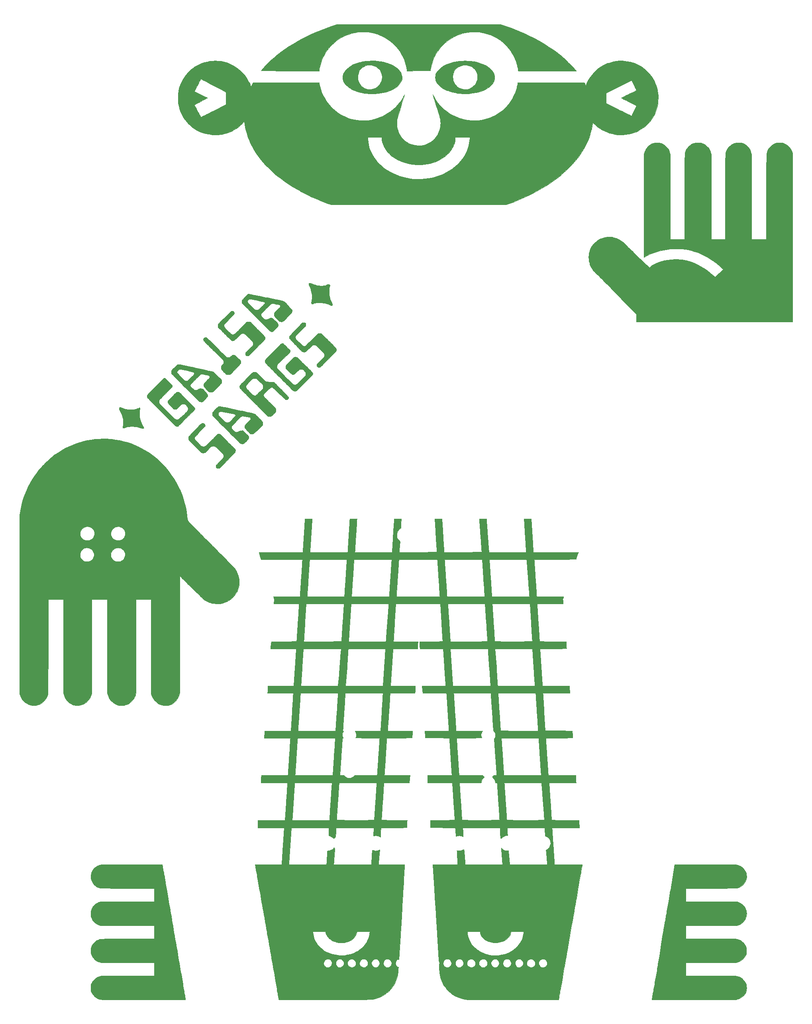
<source format=gbr>
G04 #@! TF.GenerationSoftware,KiCad,Pcbnew,(5.1.10)-1*
G04 #@! TF.CreationDate,2021-11-11T13:48:34+02:00*
G04 #@! TF.ProjectId,airguard_v1,61697267-7561-4726-945f-76312e6b6963,rev?*
G04 #@! TF.SameCoordinates,Original*
G04 #@! TF.FileFunction,Legend,Top*
G04 #@! TF.FilePolarity,Positive*
%FSLAX46Y46*%
G04 Gerber Fmt 4.6, Leading zero omitted, Abs format (unit mm)*
G04 Created by KiCad (PCBNEW (5.1.10)-1) date 2021-11-11 13:48:34*
%MOMM*%
%LPD*%
G01*
G04 APERTURE LIST*
%ADD10C,0.010000*%
G04 APERTURE END LIST*
D10*
G04 #@! TO.C,G\u002A\u002A\u002A*
G36*
X63868325Y-239228898D02*
G01*
X64423862Y-239228943D01*
X65019141Y-239228986D01*
X65520355Y-239229000D01*
X66039790Y-239229040D01*
X66548192Y-239229161D01*
X67043938Y-239229358D01*
X67525404Y-239229629D01*
X67990965Y-239229969D01*
X68438998Y-239230377D01*
X68867877Y-239230848D01*
X69275978Y-239231380D01*
X69661677Y-239231970D01*
X70023351Y-239232613D01*
X70359373Y-239233308D01*
X70668121Y-239234051D01*
X70947969Y-239234838D01*
X71197294Y-239235667D01*
X71414471Y-239236535D01*
X71597876Y-239237437D01*
X71745885Y-239238372D01*
X71856872Y-239239335D01*
X71929215Y-239240324D01*
X71961288Y-239241335D01*
X71962833Y-239241613D01*
X71966419Y-239263622D01*
X71976892Y-239324865D01*
X71993821Y-239422880D01*
X72016777Y-239555205D01*
X72045331Y-239719378D01*
X72079053Y-239912937D01*
X72117514Y-240133418D01*
X72160283Y-240378362D01*
X72206932Y-240645304D01*
X72257031Y-240931783D01*
X72310150Y-241235337D01*
X72365859Y-241553503D01*
X72423730Y-241883820D01*
X72438277Y-241966821D01*
X72471285Y-242155611D01*
X72511169Y-242384538D01*
X72557655Y-242652011D01*
X72610469Y-242956444D01*
X72669337Y-243296245D01*
X72733986Y-243669827D01*
X72804141Y-244075600D01*
X72879530Y-244511976D01*
X72959878Y-244977365D01*
X73044912Y-245470178D01*
X73134359Y-245988827D01*
X73227943Y-246531722D01*
X73325392Y-247097275D01*
X73426433Y-247683896D01*
X73530790Y-248289996D01*
X73638191Y-248913987D01*
X73748362Y-249554280D01*
X73861029Y-250209285D01*
X73975918Y-250877413D01*
X74092756Y-251557076D01*
X74211269Y-252246685D01*
X74331183Y-252944650D01*
X74452225Y-253649382D01*
X74574121Y-254359293D01*
X74696597Y-255072794D01*
X74819379Y-255788295D01*
X74894443Y-256225833D01*
X75013276Y-256918554D01*
X75130355Y-257601043D01*
X75245474Y-258272104D01*
X75358429Y-258930539D01*
X75469013Y-259575153D01*
X75577022Y-260204747D01*
X75682251Y-260818126D01*
X75784493Y-261414094D01*
X75883544Y-261991453D01*
X75979198Y-262549006D01*
X76071250Y-263085557D01*
X76159495Y-263599910D01*
X76243727Y-264090868D01*
X76323742Y-264557234D01*
X76399333Y-264997811D01*
X76470296Y-265411402D01*
X76536425Y-265796812D01*
X76597514Y-266152844D01*
X76653359Y-266478300D01*
X76703755Y-266771984D01*
X76748495Y-267032700D01*
X76787375Y-267259251D01*
X76820189Y-267450439D01*
X76846733Y-267605069D01*
X76866799Y-267721944D01*
X76880185Y-267799868D01*
X76886683Y-267837642D01*
X76887272Y-267841041D01*
X76899377Y-267909833D01*
X68044063Y-267907087D01*
X67432597Y-267906855D01*
X66831232Y-267906542D01*
X66241388Y-267906153D01*
X65664484Y-267905690D01*
X65101937Y-267905157D01*
X64555168Y-267904557D01*
X64025594Y-267903893D01*
X63514635Y-267903168D01*
X63023709Y-267902387D01*
X62554235Y-267901551D01*
X62107632Y-267900664D01*
X61685318Y-267899730D01*
X61288713Y-267898752D01*
X60919235Y-267897732D01*
X60578302Y-267896675D01*
X60267335Y-267895584D01*
X59987750Y-267894461D01*
X59740968Y-267893310D01*
X59528407Y-267892135D01*
X59351486Y-267890938D01*
X59211623Y-267889724D01*
X59110238Y-267888494D01*
X59048748Y-267887253D01*
X59030000Y-267886356D01*
X58708825Y-267830048D01*
X58401169Y-267736648D01*
X58110338Y-267608365D01*
X57839639Y-267447406D01*
X57592381Y-267255980D01*
X57371869Y-267036297D01*
X57181411Y-266790563D01*
X57044377Y-266560466D01*
X56924437Y-266292293D01*
X56840993Y-266016491D01*
X56792431Y-265726191D01*
X56777128Y-265422750D01*
X56792900Y-265112521D01*
X56841551Y-264822731D01*
X56925083Y-264544856D01*
X57045498Y-264270375D01*
X57049880Y-264261754D01*
X57155355Y-264072214D01*
X57269903Y-263903307D01*
X57403762Y-263741155D01*
X57536512Y-263602109D01*
X57756152Y-263405164D01*
X57989072Y-263240134D01*
X58241410Y-263103717D01*
X58519302Y-262992610D01*
X58828889Y-262903508D01*
X58839500Y-262900957D01*
X58857325Y-262897057D01*
X58878041Y-262893428D01*
X58903182Y-262890059D01*
X58934285Y-262886937D01*
X58972887Y-262884051D01*
X59020521Y-262881388D01*
X59078726Y-262878938D01*
X59149036Y-262876688D01*
X59232988Y-262874627D01*
X59332117Y-262872743D01*
X59447959Y-262871024D01*
X59582051Y-262869459D01*
X59735929Y-262868035D01*
X59911127Y-262866741D01*
X60109183Y-262865566D01*
X60331632Y-262864497D01*
X60580010Y-262863522D01*
X60855853Y-262862631D01*
X61160697Y-262861810D01*
X61496078Y-262861049D01*
X61863532Y-262860336D01*
X62264594Y-262859659D01*
X62700801Y-262859005D01*
X63173689Y-262858365D01*
X63684794Y-262857724D01*
X64235651Y-262857073D01*
X64633875Y-262856618D01*
X70269500Y-262850237D01*
X70269500Y-260057687D01*
X64623291Y-260051361D01*
X58977083Y-260045034D01*
X58797166Y-259999878D01*
X58472643Y-259901396D01*
X58178747Y-259775912D01*
X57912104Y-259621644D01*
X57669340Y-259436808D01*
X57582543Y-259358085D01*
X57359771Y-259119286D01*
X57172085Y-258861409D01*
X57019905Y-258587809D01*
X56903654Y-258301842D01*
X56823751Y-258006861D01*
X56780619Y-257706222D01*
X56774678Y-257403281D01*
X56806350Y-257101391D01*
X56876057Y-256803908D01*
X56984219Y-256514187D01*
X57131258Y-256235583D01*
X57180734Y-256158094D01*
X57274079Y-256032238D01*
X57392288Y-255894694D01*
X57524570Y-255756595D01*
X57660132Y-255629075D01*
X57788183Y-255523265D01*
X57815802Y-255502909D01*
X58079917Y-255337462D01*
X58369383Y-255199884D01*
X58674430Y-255094404D01*
X58870572Y-255046262D01*
X58890598Y-255042636D01*
X58915314Y-255039258D01*
X58946249Y-255036118D01*
X58984933Y-255033204D01*
X59032895Y-255030506D01*
X59091666Y-255028012D01*
X59162774Y-255025710D01*
X59247749Y-255023591D01*
X59348121Y-255021642D01*
X59465419Y-255019853D01*
X59601174Y-255018213D01*
X59756913Y-255016709D01*
X59934168Y-255015332D01*
X60134468Y-255014070D01*
X60359342Y-255012912D01*
X60610320Y-255011847D01*
X60888931Y-255010863D01*
X61196705Y-255009950D01*
X61535172Y-255009096D01*
X61905861Y-255008290D01*
X62310301Y-255007522D01*
X62750023Y-255006779D01*
X63226556Y-255006051D01*
X63741430Y-255005327D01*
X64296173Y-255004595D01*
X64655041Y-255004140D01*
X70269500Y-254997106D01*
X70269500Y-252204778D01*
X64612708Y-252198256D01*
X64029865Y-252197614D01*
X63487797Y-252197056D01*
X62984948Y-252196548D01*
X62519760Y-252196057D01*
X62090675Y-252195549D01*
X61696137Y-252194989D01*
X61334587Y-252194344D01*
X61004469Y-252193580D01*
X60704225Y-252192663D01*
X60432298Y-252191558D01*
X60187130Y-252190233D01*
X59967164Y-252188653D01*
X59770842Y-252186783D01*
X59596607Y-252184591D01*
X59442902Y-252182042D01*
X59308169Y-252179103D01*
X59190851Y-252175739D01*
X59089391Y-252171916D01*
X59002231Y-252167601D01*
X58927814Y-252162759D01*
X58864581Y-252157356D01*
X58810977Y-252151360D01*
X58765444Y-252144735D01*
X58726423Y-252137448D01*
X58692359Y-252129465D01*
X58661692Y-252120751D01*
X58632867Y-252111274D01*
X58604325Y-252100998D01*
X58574510Y-252089891D01*
X58541863Y-252077918D01*
X58505161Y-252065156D01*
X58212817Y-251945062D01*
X57938342Y-251788495D01*
X57685032Y-251598729D01*
X57456185Y-251379039D01*
X57255100Y-251132698D01*
X57085074Y-250862981D01*
X56949405Y-250573162D01*
X56918308Y-250489666D01*
X56829703Y-250177368D01*
X56781709Y-249863862D01*
X56772817Y-249552211D01*
X56801520Y-249245475D01*
X56866311Y-248946718D01*
X56965683Y-248659001D01*
X57098128Y-248385386D01*
X57262138Y-248128936D01*
X57456206Y-247892712D01*
X57678826Y-247679776D01*
X57928489Y-247493191D01*
X58203688Y-247336019D01*
X58502915Y-247211320D01*
X58538038Y-247199451D01*
X58575572Y-247186687D01*
X58609114Y-247174816D01*
X58640228Y-247163803D01*
X58670476Y-247153615D01*
X58701420Y-247144218D01*
X58734622Y-247135578D01*
X58771646Y-247127661D01*
X58814052Y-247120433D01*
X58863404Y-247113860D01*
X58921264Y-247107908D01*
X58989194Y-247102544D01*
X59068756Y-247097733D01*
X59161513Y-247093442D01*
X59269027Y-247089637D01*
X59392861Y-247086283D01*
X59534576Y-247083346D01*
X59695735Y-247080794D01*
X59877900Y-247078592D01*
X60082634Y-247076705D01*
X60311500Y-247075101D01*
X60566058Y-247073744D01*
X60847872Y-247072602D01*
X61158504Y-247071640D01*
X61499516Y-247070825D01*
X61872471Y-247070122D01*
X62278931Y-247069497D01*
X62720458Y-247068917D01*
X63198614Y-247068348D01*
X63714963Y-247067756D01*
X64271065Y-247067106D01*
X64655041Y-247066637D01*
X70269500Y-247059606D01*
X70269500Y-244266666D01*
X64707958Y-244266541D01*
X64122681Y-244266546D01*
X63578176Y-244266564D01*
X63072883Y-244266565D01*
X62605239Y-244266516D01*
X62173683Y-244266384D01*
X61776655Y-244266138D01*
X61412594Y-244265746D01*
X61079937Y-244265174D01*
X60777124Y-244264391D01*
X60502593Y-244263365D01*
X60254785Y-244262064D01*
X60032136Y-244260454D01*
X59833086Y-244258505D01*
X59656075Y-244256183D01*
X59499540Y-244253458D01*
X59361920Y-244250295D01*
X59241655Y-244246664D01*
X59137183Y-244242531D01*
X59046944Y-244237865D01*
X58969374Y-244232634D01*
X58902915Y-244226805D01*
X58846004Y-244220347D01*
X58797080Y-244213226D01*
X58754582Y-244205411D01*
X58716949Y-244196869D01*
X58682620Y-244187569D01*
X58650033Y-244177477D01*
X58617628Y-244166563D01*
X58583842Y-244154793D01*
X58547116Y-244142136D01*
X58538536Y-244139245D01*
X58225147Y-244013047D01*
X57936525Y-243852606D01*
X57671941Y-243657475D01*
X57505457Y-243504815D01*
X57286006Y-243257583D01*
X57104635Y-242992895D01*
X56961934Y-242712943D01*
X56858492Y-242419919D01*
X56794899Y-242116015D01*
X56771744Y-241803422D01*
X56789615Y-241484332D01*
X56849104Y-241160938D01*
X56861837Y-241111505D01*
X56963147Y-240813034D01*
X57101788Y-240529997D01*
X57274479Y-240265878D01*
X57477940Y-240024162D01*
X57708890Y-239808332D01*
X57964050Y-239621872D01*
X58240138Y-239468265D01*
X58513194Y-239357819D01*
X58548568Y-239345606D01*
X58580323Y-239334187D01*
X58609904Y-239323535D01*
X58638757Y-239313624D01*
X58668327Y-239304427D01*
X58700059Y-239295918D01*
X58735400Y-239288070D01*
X58775793Y-239280856D01*
X58822686Y-239274250D01*
X58877522Y-239268225D01*
X58941747Y-239262756D01*
X59016807Y-239257814D01*
X59104147Y-239253374D01*
X59205213Y-239249409D01*
X59321449Y-239245893D01*
X59454301Y-239242799D01*
X59605215Y-239240100D01*
X59775635Y-239237769D01*
X59967008Y-239235781D01*
X60180778Y-239234109D01*
X60418391Y-239232725D01*
X60681293Y-239231604D01*
X60970928Y-239230719D01*
X61288742Y-239230044D01*
X61636180Y-239229551D01*
X62014688Y-239229214D01*
X62425711Y-239229007D01*
X62870695Y-239228903D01*
X63351084Y-239228875D01*
X63868325Y-239228898D01*
G37*
X63868325Y-239228898D02*
X64423862Y-239228943D01*
X65019141Y-239228986D01*
X65520355Y-239229000D01*
X66039790Y-239229040D01*
X66548192Y-239229161D01*
X67043938Y-239229358D01*
X67525404Y-239229629D01*
X67990965Y-239229969D01*
X68438998Y-239230377D01*
X68867877Y-239230848D01*
X69275978Y-239231380D01*
X69661677Y-239231970D01*
X70023351Y-239232613D01*
X70359373Y-239233308D01*
X70668121Y-239234051D01*
X70947969Y-239234838D01*
X71197294Y-239235667D01*
X71414471Y-239236535D01*
X71597876Y-239237437D01*
X71745885Y-239238372D01*
X71856872Y-239239335D01*
X71929215Y-239240324D01*
X71961288Y-239241335D01*
X71962833Y-239241613D01*
X71966419Y-239263622D01*
X71976892Y-239324865D01*
X71993821Y-239422880D01*
X72016777Y-239555205D01*
X72045331Y-239719378D01*
X72079053Y-239912937D01*
X72117514Y-240133418D01*
X72160283Y-240378362D01*
X72206932Y-240645304D01*
X72257031Y-240931783D01*
X72310150Y-241235337D01*
X72365859Y-241553503D01*
X72423730Y-241883820D01*
X72438277Y-241966821D01*
X72471285Y-242155611D01*
X72511169Y-242384538D01*
X72557655Y-242652011D01*
X72610469Y-242956444D01*
X72669337Y-243296245D01*
X72733986Y-243669827D01*
X72804141Y-244075600D01*
X72879530Y-244511976D01*
X72959878Y-244977365D01*
X73044912Y-245470178D01*
X73134359Y-245988827D01*
X73227943Y-246531722D01*
X73325392Y-247097275D01*
X73426433Y-247683896D01*
X73530790Y-248289996D01*
X73638191Y-248913987D01*
X73748362Y-249554280D01*
X73861029Y-250209285D01*
X73975918Y-250877413D01*
X74092756Y-251557076D01*
X74211269Y-252246685D01*
X74331183Y-252944650D01*
X74452225Y-253649382D01*
X74574121Y-254359293D01*
X74696597Y-255072794D01*
X74819379Y-255788295D01*
X74894443Y-256225833D01*
X75013276Y-256918554D01*
X75130355Y-257601043D01*
X75245474Y-258272104D01*
X75358429Y-258930539D01*
X75469013Y-259575153D01*
X75577022Y-260204747D01*
X75682251Y-260818126D01*
X75784493Y-261414094D01*
X75883544Y-261991453D01*
X75979198Y-262549006D01*
X76071250Y-263085557D01*
X76159495Y-263599910D01*
X76243727Y-264090868D01*
X76323742Y-264557234D01*
X76399333Y-264997811D01*
X76470296Y-265411402D01*
X76536425Y-265796812D01*
X76597514Y-266152844D01*
X76653359Y-266478300D01*
X76703755Y-266771984D01*
X76748495Y-267032700D01*
X76787375Y-267259251D01*
X76820189Y-267450439D01*
X76846733Y-267605069D01*
X76866799Y-267721944D01*
X76880185Y-267799868D01*
X76886683Y-267837642D01*
X76887272Y-267841041D01*
X76899377Y-267909833D01*
X68044063Y-267907087D01*
X67432597Y-267906855D01*
X66831232Y-267906542D01*
X66241388Y-267906153D01*
X65664484Y-267905690D01*
X65101937Y-267905157D01*
X64555168Y-267904557D01*
X64025594Y-267903893D01*
X63514635Y-267903168D01*
X63023709Y-267902387D01*
X62554235Y-267901551D01*
X62107632Y-267900664D01*
X61685318Y-267899730D01*
X61288713Y-267898752D01*
X60919235Y-267897732D01*
X60578302Y-267896675D01*
X60267335Y-267895584D01*
X59987750Y-267894461D01*
X59740968Y-267893310D01*
X59528407Y-267892135D01*
X59351486Y-267890938D01*
X59211623Y-267889724D01*
X59110238Y-267888494D01*
X59048748Y-267887253D01*
X59030000Y-267886356D01*
X58708825Y-267830048D01*
X58401169Y-267736648D01*
X58110338Y-267608365D01*
X57839639Y-267447406D01*
X57592381Y-267255980D01*
X57371869Y-267036297D01*
X57181411Y-266790563D01*
X57044377Y-266560466D01*
X56924437Y-266292293D01*
X56840993Y-266016491D01*
X56792431Y-265726191D01*
X56777128Y-265422750D01*
X56792900Y-265112521D01*
X56841551Y-264822731D01*
X56925083Y-264544856D01*
X57045498Y-264270375D01*
X57049880Y-264261754D01*
X57155355Y-264072214D01*
X57269903Y-263903307D01*
X57403762Y-263741155D01*
X57536512Y-263602109D01*
X57756152Y-263405164D01*
X57989072Y-263240134D01*
X58241410Y-263103717D01*
X58519302Y-262992610D01*
X58828889Y-262903508D01*
X58839500Y-262900957D01*
X58857325Y-262897057D01*
X58878041Y-262893428D01*
X58903182Y-262890059D01*
X58934285Y-262886937D01*
X58972887Y-262884051D01*
X59020521Y-262881388D01*
X59078726Y-262878938D01*
X59149036Y-262876688D01*
X59232988Y-262874627D01*
X59332117Y-262872743D01*
X59447959Y-262871024D01*
X59582051Y-262869459D01*
X59735929Y-262868035D01*
X59911127Y-262866741D01*
X60109183Y-262865566D01*
X60331632Y-262864497D01*
X60580010Y-262863522D01*
X60855853Y-262862631D01*
X61160697Y-262861810D01*
X61496078Y-262861049D01*
X61863532Y-262860336D01*
X62264594Y-262859659D01*
X62700801Y-262859005D01*
X63173689Y-262858365D01*
X63684794Y-262857724D01*
X64235651Y-262857073D01*
X64633875Y-262856618D01*
X70269500Y-262850237D01*
X70269500Y-260057687D01*
X64623291Y-260051361D01*
X58977083Y-260045034D01*
X58797166Y-259999878D01*
X58472643Y-259901396D01*
X58178747Y-259775912D01*
X57912104Y-259621644D01*
X57669340Y-259436808D01*
X57582543Y-259358085D01*
X57359771Y-259119286D01*
X57172085Y-258861409D01*
X57019905Y-258587809D01*
X56903654Y-258301842D01*
X56823751Y-258006861D01*
X56780619Y-257706222D01*
X56774678Y-257403281D01*
X56806350Y-257101391D01*
X56876057Y-256803908D01*
X56984219Y-256514187D01*
X57131258Y-256235583D01*
X57180734Y-256158094D01*
X57274079Y-256032238D01*
X57392288Y-255894694D01*
X57524570Y-255756595D01*
X57660132Y-255629075D01*
X57788183Y-255523265D01*
X57815802Y-255502909D01*
X58079917Y-255337462D01*
X58369383Y-255199884D01*
X58674430Y-255094404D01*
X58870572Y-255046262D01*
X58890598Y-255042636D01*
X58915314Y-255039258D01*
X58946249Y-255036118D01*
X58984933Y-255033204D01*
X59032895Y-255030506D01*
X59091666Y-255028012D01*
X59162774Y-255025710D01*
X59247749Y-255023591D01*
X59348121Y-255021642D01*
X59465419Y-255019853D01*
X59601174Y-255018213D01*
X59756913Y-255016709D01*
X59934168Y-255015332D01*
X60134468Y-255014070D01*
X60359342Y-255012912D01*
X60610320Y-255011847D01*
X60888931Y-255010863D01*
X61196705Y-255009950D01*
X61535172Y-255009096D01*
X61905861Y-255008290D01*
X62310301Y-255007522D01*
X62750023Y-255006779D01*
X63226556Y-255006051D01*
X63741430Y-255005327D01*
X64296173Y-255004595D01*
X64655041Y-255004140D01*
X70269500Y-254997106D01*
X70269500Y-252204778D01*
X64612708Y-252198256D01*
X64029865Y-252197614D01*
X63487797Y-252197056D01*
X62984948Y-252196548D01*
X62519760Y-252196057D01*
X62090675Y-252195549D01*
X61696137Y-252194989D01*
X61334587Y-252194344D01*
X61004469Y-252193580D01*
X60704225Y-252192663D01*
X60432298Y-252191558D01*
X60187130Y-252190233D01*
X59967164Y-252188653D01*
X59770842Y-252186783D01*
X59596607Y-252184591D01*
X59442902Y-252182042D01*
X59308169Y-252179103D01*
X59190851Y-252175739D01*
X59089391Y-252171916D01*
X59002231Y-252167601D01*
X58927814Y-252162759D01*
X58864581Y-252157356D01*
X58810977Y-252151360D01*
X58765444Y-252144735D01*
X58726423Y-252137448D01*
X58692359Y-252129465D01*
X58661692Y-252120751D01*
X58632867Y-252111274D01*
X58604325Y-252100998D01*
X58574510Y-252089891D01*
X58541863Y-252077918D01*
X58505161Y-252065156D01*
X58212817Y-251945062D01*
X57938342Y-251788495D01*
X57685032Y-251598729D01*
X57456185Y-251379039D01*
X57255100Y-251132698D01*
X57085074Y-250862981D01*
X56949405Y-250573162D01*
X56918308Y-250489666D01*
X56829703Y-250177368D01*
X56781709Y-249863862D01*
X56772817Y-249552211D01*
X56801520Y-249245475D01*
X56866311Y-248946718D01*
X56965683Y-248659001D01*
X57098128Y-248385386D01*
X57262138Y-248128936D01*
X57456206Y-247892712D01*
X57678826Y-247679776D01*
X57928489Y-247493191D01*
X58203688Y-247336019D01*
X58502915Y-247211320D01*
X58538038Y-247199451D01*
X58575572Y-247186687D01*
X58609114Y-247174816D01*
X58640228Y-247163803D01*
X58670476Y-247153615D01*
X58701420Y-247144218D01*
X58734622Y-247135578D01*
X58771646Y-247127661D01*
X58814052Y-247120433D01*
X58863404Y-247113860D01*
X58921264Y-247107908D01*
X58989194Y-247102544D01*
X59068756Y-247097733D01*
X59161513Y-247093442D01*
X59269027Y-247089637D01*
X59392861Y-247086283D01*
X59534576Y-247083346D01*
X59695735Y-247080794D01*
X59877900Y-247078592D01*
X60082634Y-247076705D01*
X60311500Y-247075101D01*
X60566058Y-247073744D01*
X60847872Y-247072602D01*
X61158504Y-247071640D01*
X61499516Y-247070825D01*
X61872471Y-247070122D01*
X62278931Y-247069497D01*
X62720458Y-247068917D01*
X63198614Y-247068348D01*
X63714963Y-247067756D01*
X64271065Y-247067106D01*
X64655041Y-247066637D01*
X70269500Y-247059606D01*
X70269500Y-244266666D01*
X64707958Y-244266541D01*
X64122681Y-244266546D01*
X63578176Y-244266564D01*
X63072883Y-244266565D01*
X62605239Y-244266516D01*
X62173683Y-244266384D01*
X61776655Y-244266138D01*
X61412594Y-244265746D01*
X61079937Y-244265174D01*
X60777124Y-244264391D01*
X60502593Y-244263365D01*
X60254785Y-244262064D01*
X60032136Y-244260454D01*
X59833086Y-244258505D01*
X59656075Y-244256183D01*
X59499540Y-244253458D01*
X59361920Y-244250295D01*
X59241655Y-244246664D01*
X59137183Y-244242531D01*
X59046944Y-244237865D01*
X58969374Y-244232634D01*
X58902915Y-244226805D01*
X58846004Y-244220347D01*
X58797080Y-244213226D01*
X58754582Y-244205411D01*
X58716949Y-244196869D01*
X58682620Y-244187569D01*
X58650033Y-244177477D01*
X58617628Y-244166563D01*
X58583842Y-244154793D01*
X58547116Y-244142136D01*
X58538536Y-244139245D01*
X58225147Y-244013047D01*
X57936525Y-243852606D01*
X57671941Y-243657475D01*
X57505457Y-243504815D01*
X57286006Y-243257583D01*
X57104635Y-242992895D01*
X56961934Y-242712943D01*
X56858492Y-242419919D01*
X56794899Y-242116015D01*
X56771744Y-241803422D01*
X56789615Y-241484332D01*
X56849104Y-241160938D01*
X56861837Y-241111505D01*
X56963147Y-240813034D01*
X57101788Y-240529997D01*
X57274479Y-240265878D01*
X57477940Y-240024162D01*
X57708890Y-239808332D01*
X57964050Y-239621872D01*
X58240138Y-239468265D01*
X58513194Y-239357819D01*
X58548568Y-239345606D01*
X58580323Y-239334187D01*
X58609904Y-239323535D01*
X58638757Y-239313624D01*
X58668327Y-239304427D01*
X58700059Y-239295918D01*
X58735400Y-239288070D01*
X58775793Y-239280856D01*
X58822686Y-239274250D01*
X58877522Y-239268225D01*
X58941747Y-239262756D01*
X59016807Y-239257814D01*
X59104147Y-239253374D01*
X59205213Y-239249409D01*
X59321449Y-239245893D01*
X59454301Y-239242799D01*
X59605215Y-239240100D01*
X59775635Y-239237769D01*
X59967008Y-239235781D01*
X60180778Y-239234109D01*
X60418391Y-239232725D01*
X60681293Y-239231604D01*
X60970928Y-239230719D01*
X61288742Y-239230044D01*
X61636180Y-239229551D01*
X62014688Y-239229214D01*
X62425711Y-239229007D01*
X62870695Y-239228903D01*
X63351084Y-239228875D01*
X63868325Y-239228898D01*
G36*
X103787960Y-165997625D02*
G01*
X103785166Y-166036070D01*
X103779926Y-166114333D01*
X103772392Y-166229978D01*
X103762717Y-166380570D01*
X103751055Y-166563673D01*
X103737559Y-166776852D01*
X103722381Y-167017671D01*
X103705675Y-167283695D01*
X103687595Y-167572488D01*
X103668292Y-167881615D01*
X103647921Y-168208639D01*
X103626635Y-168551127D01*
X103604585Y-168906641D01*
X103581927Y-169272746D01*
X103575360Y-169379000D01*
X103552567Y-169747482D01*
X103530343Y-170105946D01*
X103508843Y-170451965D01*
X103488218Y-170783113D01*
X103468622Y-171096967D01*
X103450206Y-171391101D01*
X103433124Y-171663089D01*
X103417528Y-171910506D01*
X103403571Y-172130927D01*
X103391405Y-172321927D01*
X103381184Y-172481081D01*
X103373059Y-172605962D01*
X103367184Y-172694147D01*
X103363712Y-172743209D01*
X103363174Y-172749791D01*
X103350436Y-172892666D01*
X111353193Y-172892666D01*
X111362781Y-172845041D01*
X111364797Y-172820685D01*
X111369250Y-172756781D01*
X111375971Y-172656035D01*
X111384792Y-172521153D01*
X111395542Y-172354840D01*
X111408054Y-172159801D01*
X111422157Y-171938743D01*
X111437685Y-171694371D01*
X111454466Y-171429390D01*
X111472333Y-171146506D01*
X111491116Y-170848425D01*
X111510646Y-170537851D01*
X111530755Y-170217492D01*
X111551273Y-169890051D01*
X111572032Y-169558235D01*
X111592862Y-169224750D01*
X111613595Y-168892300D01*
X111634062Y-168563591D01*
X111654093Y-168241330D01*
X111673519Y-167928221D01*
X111692173Y-167626970D01*
X111709883Y-167340283D01*
X111726483Y-167070864D01*
X111741803Y-166821421D01*
X111755673Y-166594657D01*
X111767925Y-166393280D01*
X111778390Y-166219994D01*
X111786898Y-166077505D01*
X111793282Y-165968518D01*
X111797372Y-165895739D01*
X111798998Y-165861874D01*
X111799014Y-165860041D01*
X111819273Y-165856403D01*
X111877152Y-165853058D01*
X111967938Y-165850104D01*
X112086917Y-165847640D01*
X112229377Y-165845764D01*
X112390604Y-165844573D01*
X112562305Y-165844166D01*
X113326111Y-165844166D01*
X113312960Y-165997625D01*
X113310166Y-166036070D01*
X113304926Y-166114333D01*
X113297392Y-166229978D01*
X113287717Y-166380570D01*
X113276055Y-166563673D01*
X113262559Y-166776852D01*
X113247381Y-167017671D01*
X113230675Y-167283695D01*
X113212595Y-167572488D01*
X113193292Y-167881615D01*
X113172921Y-168208639D01*
X113151635Y-168551127D01*
X113129585Y-168906641D01*
X113106927Y-169272746D01*
X113100360Y-169379000D01*
X113077567Y-169747482D01*
X113055343Y-170105946D01*
X113033843Y-170451965D01*
X113013218Y-170783113D01*
X112993622Y-171096967D01*
X112975206Y-171391101D01*
X112958124Y-171663089D01*
X112942528Y-171910506D01*
X112928571Y-172130927D01*
X112916405Y-172321927D01*
X112906184Y-172481081D01*
X112898059Y-172605962D01*
X112892184Y-172694147D01*
X112888712Y-172743209D01*
X112888174Y-172749791D01*
X112875436Y-172892666D01*
X120791287Y-172892666D01*
X120803395Y-172781541D01*
X120806055Y-172748058D01*
X120811154Y-172674703D01*
X120818542Y-172563857D01*
X120828068Y-172417903D01*
X120839581Y-172239221D01*
X120852932Y-172030195D01*
X120867970Y-171793205D01*
X120884543Y-171530633D01*
X120902502Y-171244862D01*
X120921695Y-170938273D01*
X120941973Y-170613248D01*
X120963185Y-170272168D01*
X120985180Y-169917415D01*
X121007808Y-169551372D01*
X121016483Y-169410750D01*
X121039349Y-169040260D01*
X121061652Y-168679672D01*
X121083238Y-168331407D01*
X121103955Y-167997888D01*
X121123652Y-167681536D01*
X121142177Y-167384774D01*
X121159377Y-167110024D01*
X121175101Y-166859709D01*
X121189196Y-166636250D01*
X121201512Y-166442070D01*
X121211895Y-166279591D01*
X121220193Y-166151235D01*
X121226256Y-166059425D01*
X121229930Y-166006583D01*
X121230634Y-165997625D01*
X121243806Y-165844166D01*
X122762023Y-165844166D01*
X122751452Y-165934125D01*
X122736710Y-166082839D01*
X122722915Y-166267738D01*
X122710390Y-166482677D01*
X122699460Y-166721511D01*
X122690447Y-166978095D01*
X122684535Y-167205554D01*
X122671664Y-167794358D01*
X122555442Y-167868704D01*
X122365437Y-168013816D01*
X122194182Y-168191710D01*
X122048312Y-168394606D01*
X121950533Y-168578047D01*
X121890050Y-168720236D01*
X121847824Y-168844949D01*
X121820922Y-168966260D01*
X121806410Y-169098241D01*
X121801355Y-169254964D01*
X121801221Y-169294333D01*
X121802098Y-169415927D01*
X121805628Y-169506828D01*
X121813312Y-169578657D01*
X121826650Y-169643039D01*
X121847143Y-169711596D01*
X121859967Y-169749416D01*
X121934825Y-169931731D01*
X122030430Y-170100550D01*
X122153215Y-170265847D01*
X122292671Y-170420252D01*
X122491720Y-170625421D01*
X122416222Y-171457418D01*
X122398586Y-171655578D01*
X122381634Y-171853229D01*
X122365915Y-172043434D01*
X122351980Y-172219253D01*
X122340379Y-172373748D01*
X122331661Y-172499978D01*
X122326377Y-172591006D01*
X122326376Y-172591041D01*
X122312027Y-172892666D01*
X126315680Y-172892666D01*
X126724034Y-172892584D01*
X127120919Y-172892341D01*
X127504276Y-172891948D01*
X127872044Y-172891410D01*
X128222163Y-172890738D01*
X128552571Y-172889939D01*
X128861210Y-172889021D01*
X129146017Y-172887992D01*
X129404933Y-172886861D01*
X129635898Y-172885635D01*
X129836850Y-172884323D01*
X130005729Y-172882933D01*
X130140475Y-172881474D01*
X130239027Y-172879953D01*
X130299326Y-172878378D01*
X130319318Y-172876791D01*
X130317960Y-172853725D01*
X130314028Y-172791544D01*
X130307725Y-172693378D01*
X130299255Y-172562355D01*
X130288820Y-172401603D01*
X130276625Y-172214251D01*
X130262873Y-172003426D01*
X130247767Y-171772257D01*
X130231512Y-171523872D01*
X130214310Y-171261400D01*
X130203294Y-171093500D01*
X130183513Y-170791035D01*
X130162941Y-170474453D01*
X130141796Y-170147225D01*
X130120298Y-169812824D01*
X130098664Y-169474725D01*
X130077111Y-169136398D01*
X130055860Y-168801319D01*
X130035126Y-168472959D01*
X130015130Y-168154792D01*
X129996088Y-167850290D01*
X129978219Y-167562928D01*
X129961741Y-167296176D01*
X129946873Y-167053510D01*
X129933832Y-166838402D01*
X129922837Y-166654324D01*
X129914105Y-166504750D01*
X129907855Y-166393153D01*
X129906798Y-166373333D01*
X129900375Y-166258997D01*
X129893047Y-166140219D01*
X129886005Y-166035948D01*
X129883156Y-165997625D01*
X129871221Y-165844166D01*
X131394536Y-165844166D01*
X131407518Y-165987041D01*
X131410284Y-166024207D01*
X131415492Y-166101210D01*
X131422991Y-166215634D01*
X131432628Y-166365062D01*
X131444252Y-166547078D01*
X131457710Y-166759266D01*
X131472850Y-166999208D01*
X131489521Y-167264490D01*
X131507570Y-167552693D01*
X131526845Y-167861402D01*
X131547194Y-168188201D01*
X131568465Y-168530672D01*
X131590506Y-168886400D01*
X131613165Y-169252967D01*
X131620943Y-169379000D01*
X131643767Y-169748486D01*
X131666020Y-170107826D01*
X131687551Y-170454615D01*
X131708210Y-170786445D01*
X131727843Y-171100911D01*
X131746299Y-171395607D01*
X131763427Y-171668125D01*
X131779075Y-171916060D01*
X131793092Y-172137005D01*
X131805325Y-172328555D01*
X131815623Y-172488303D01*
X131823835Y-172613842D01*
X131829808Y-172702766D01*
X131833392Y-172752670D01*
X131834044Y-172760375D01*
X131846702Y-172892666D01*
X135845518Y-172892666D01*
X136253621Y-172892601D01*
X136650256Y-172892410D01*
X137033360Y-172892100D01*
X137400871Y-172891676D01*
X137750728Y-172891146D01*
X138080869Y-172890516D01*
X138389232Y-172889792D01*
X138673755Y-172888981D01*
X138932378Y-172888090D01*
X139163037Y-172887124D01*
X139363672Y-172886090D01*
X139532220Y-172884994D01*
X139666620Y-172883844D01*
X139764810Y-172882645D01*
X139824729Y-172881404D01*
X139844333Y-172880166D01*
X139842774Y-172855933D01*
X139838234Y-172792201D01*
X139830917Y-172691686D01*
X139821026Y-172557102D01*
X139808764Y-172391164D01*
X139794337Y-172196587D01*
X139777946Y-171976086D01*
X139759797Y-171732376D01*
X139740092Y-171468170D01*
X139719036Y-171186186D01*
X139696832Y-170889136D01*
X139673684Y-170579737D01*
X139649795Y-170260702D01*
X139625370Y-169934747D01*
X139600612Y-169604587D01*
X139575725Y-169272936D01*
X139550912Y-168942509D01*
X139526378Y-168616022D01*
X139502325Y-168296189D01*
X139478958Y-167985724D01*
X139456481Y-167687343D01*
X139435097Y-167403761D01*
X139415009Y-167137692D01*
X139396422Y-166891852D01*
X139379539Y-166668954D01*
X139364565Y-166471715D01*
X139351702Y-166302848D01*
X139341154Y-166165070D01*
X139333126Y-166061093D01*
X139327820Y-165993634D01*
X139325491Y-165965875D01*
X139313064Y-165844166D01*
X140076115Y-165844166D01*
X140255269Y-165844666D01*
X140418486Y-165846093D01*
X140561292Y-165848338D01*
X140679215Y-165851291D01*
X140767783Y-165854842D01*
X140822522Y-165858882D01*
X140839166Y-165862851D01*
X140840729Y-165888306D01*
X140845281Y-165953251D01*
X140852617Y-166054966D01*
X140862534Y-166190730D01*
X140874827Y-166357820D01*
X140889291Y-166553516D01*
X140905723Y-166775095D01*
X140923917Y-167019836D01*
X140943670Y-167285018D01*
X140964777Y-167567919D01*
X140987034Y-167865818D01*
X141010235Y-168175993D01*
X141034178Y-168495723D01*
X141058657Y-168822286D01*
X141083469Y-169152960D01*
X141108408Y-169485025D01*
X141133270Y-169815759D01*
X141157852Y-170142439D01*
X141181947Y-170462346D01*
X141205354Y-170772756D01*
X141227866Y-171070950D01*
X141249279Y-171354204D01*
X141269389Y-171619798D01*
X141287992Y-171865010D01*
X141304884Y-172087119D01*
X141319859Y-172283403D01*
X141332714Y-172451141D01*
X141343244Y-172587611D01*
X141351244Y-172690091D01*
X141356511Y-172755861D01*
X141358759Y-172781541D01*
X141371379Y-172892666D01*
X149287230Y-172892666D01*
X149274492Y-172749791D01*
X149271747Y-172712573D01*
X149266555Y-172635526D01*
X149259070Y-172521077D01*
X149249443Y-172371649D01*
X149237828Y-172189670D01*
X149224376Y-171977562D01*
X149209242Y-171737753D01*
X149192576Y-171472668D01*
X149174533Y-171184730D01*
X149155265Y-170876366D01*
X149134923Y-170550002D01*
X149113662Y-170208061D01*
X149091634Y-169852970D01*
X149068991Y-169487154D01*
X149062306Y-169379000D01*
X149039501Y-169010314D01*
X149017263Y-168651524D01*
X148995742Y-168305065D01*
X148975094Y-167973372D01*
X148955470Y-167658881D01*
X148937025Y-167364027D01*
X148919911Y-167091246D01*
X148904281Y-166842974D01*
X148890288Y-166621645D01*
X148878086Y-166429697D01*
X148867827Y-166269563D01*
X148859666Y-166143680D01*
X148853754Y-166054483D01*
X148850246Y-166004408D01*
X148849706Y-165997625D01*
X148836554Y-165844166D01*
X150358080Y-165844166D01*
X150370874Y-166008208D01*
X150373611Y-166047699D01*
X150378792Y-166127026D01*
X150386266Y-166243767D01*
X150395883Y-166395505D01*
X150407491Y-166579820D01*
X150420941Y-166794294D01*
X150436080Y-167036506D01*
X150452758Y-167304038D01*
X150470824Y-167594471D01*
X150490127Y-167905385D01*
X150510517Y-168234362D01*
X150531841Y-168578983D01*
X150553950Y-168936827D01*
X150576693Y-169305477D01*
X150586441Y-169463666D01*
X150609319Y-169834358D01*
X150631606Y-170194173D01*
X150653153Y-170540783D01*
X150673812Y-170871857D01*
X150693437Y-171185066D01*
X150711878Y-171478080D01*
X150728988Y-171748568D01*
X150744618Y-171994203D01*
X150758621Y-172212653D01*
X150770849Y-172401589D01*
X150781153Y-172558681D01*
X150789386Y-172681600D01*
X150795400Y-172768016D01*
X150799047Y-172815599D01*
X150799899Y-172823875D01*
X150810584Y-172892666D01*
X155614459Y-172892666D01*
X156062275Y-172892713D01*
X156498804Y-172892852D01*
X156922163Y-172893079D01*
X157330471Y-172893388D01*
X157721848Y-172893776D01*
X158094412Y-172894239D01*
X158446282Y-172894773D01*
X158775577Y-172895372D01*
X159080417Y-172896033D01*
X159358920Y-172896752D01*
X159609205Y-172897524D01*
X159829390Y-172898345D01*
X160017596Y-172899211D01*
X160171941Y-172900118D01*
X160290543Y-172901060D01*
X160371522Y-172902035D01*
X160412997Y-172903037D01*
X160418333Y-172903552D01*
X160409356Y-172925379D01*
X160384692Y-172977932D01*
X160347738Y-173054148D01*
X160301891Y-173146966D01*
X160283400Y-173184010D01*
X160233040Y-173287760D01*
X160190746Y-173383514D01*
X160153070Y-173480923D01*
X160116563Y-173589639D01*
X160077777Y-173719313D01*
X160033263Y-173879596D01*
X160028254Y-173898083D01*
X159992346Y-174030717D01*
X159959702Y-174151031D01*
X159932101Y-174252492D01*
X159911321Y-174328562D01*
X159899143Y-174372707D01*
X159897177Y-174379625D01*
X159894429Y-174383880D01*
X159887660Y-174387797D01*
X159875191Y-174391390D01*
X159855340Y-174394673D01*
X159826426Y-174397660D01*
X159786768Y-174400365D01*
X159734685Y-174402801D01*
X159668497Y-174404982D01*
X159586523Y-174406924D01*
X159487080Y-174408638D01*
X159368489Y-174410141D01*
X159229069Y-174411444D01*
X159067138Y-174412563D01*
X158881016Y-174413511D01*
X158669021Y-174414302D01*
X158429473Y-174414950D01*
X158160690Y-174415470D01*
X157860993Y-174415874D01*
X157528698Y-174416177D01*
X157162127Y-174416393D01*
X156759598Y-174416536D01*
X156319429Y-174416620D01*
X155839941Y-174416659D01*
X155430875Y-174416666D01*
X150975436Y-174416666D01*
X150988353Y-174559541D01*
X150990594Y-174589762D01*
X150995446Y-174659277D01*
X151002738Y-174765523D01*
X151012298Y-174905939D01*
X151023956Y-175077963D01*
X151037540Y-175279032D01*
X151052880Y-175506585D01*
X151069803Y-175758061D01*
X151088139Y-176030896D01*
X151107717Y-176322530D01*
X151128366Y-176630401D01*
X151149914Y-176951945D01*
X151172190Y-177284603D01*
X151195024Y-177625811D01*
X151218243Y-177973008D01*
X151241678Y-178323632D01*
X151265156Y-178675121D01*
X151288507Y-179024914D01*
X151311560Y-179370447D01*
X151334143Y-179709161D01*
X151356085Y-180038491D01*
X151377216Y-180355878D01*
X151397363Y-180658758D01*
X151416357Y-180944570D01*
X151434025Y-181210752D01*
X151450196Y-181454742D01*
X151464700Y-181673978D01*
X151477366Y-181865898D01*
X151488021Y-182027941D01*
X151496496Y-182157545D01*
X151502618Y-182252147D01*
X151506218Y-182309186D01*
X151507166Y-182326149D01*
X151527927Y-182326972D01*
X151588588Y-182327767D01*
X151686715Y-182328528D01*
X151819876Y-182329249D01*
X151985635Y-182329924D01*
X152181560Y-182330548D01*
X152405218Y-182331115D01*
X152654175Y-182331618D01*
X152925997Y-182332053D01*
X153218250Y-182332412D01*
X153528503Y-182332692D01*
X153854320Y-182332885D01*
X154193269Y-182332985D01*
X154377514Y-182333000D01*
X154797896Y-182333069D01*
X155177728Y-182333288D01*
X155518793Y-182333674D01*
X155822873Y-182334242D01*
X156091751Y-182335010D01*
X156327211Y-182335993D01*
X156531035Y-182337209D01*
X156705005Y-182338673D01*
X156850906Y-182340403D01*
X156970520Y-182342414D01*
X157065629Y-182344724D01*
X157138017Y-182347348D01*
X157189466Y-182350303D01*
X157221759Y-182353606D01*
X157236680Y-182357274D01*
X157238125Y-182359458D01*
X157227946Y-182388998D01*
X157207444Y-182449836D01*
X157179600Y-182533083D01*
X157147568Y-182629333D01*
X157066748Y-182872750D01*
X157103067Y-183306666D01*
X157114657Y-183441468D01*
X157125857Y-183565047D01*
X157135952Y-183670011D01*
X157144226Y-183748966D01*
X157149963Y-183794521D01*
X157150708Y-183798791D01*
X157162030Y-183857000D01*
X151594892Y-183857000D01*
X151604881Y-183968125D01*
X151607314Y-184000798D01*
X151612306Y-184072690D01*
X151619689Y-184181248D01*
X151629296Y-184323919D01*
X151640958Y-184498149D01*
X151654508Y-184701385D01*
X151669778Y-184931073D01*
X151686600Y-185184662D01*
X151704807Y-185459597D01*
X151724231Y-185753325D01*
X151744703Y-186063293D01*
X151766058Y-186386949D01*
X151788125Y-186721737D01*
X151810739Y-187065107D01*
X151833730Y-187414504D01*
X151856932Y-187767375D01*
X151880176Y-188121167D01*
X151903296Y-188473326D01*
X151926122Y-188821300D01*
X151948487Y-189162536D01*
X151970224Y-189494479D01*
X151991165Y-189814578D01*
X152011142Y-190120278D01*
X152029987Y-190409027D01*
X152047533Y-190678271D01*
X152063611Y-190925458D01*
X152078055Y-191148033D01*
X152090696Y-191343444D01*
X152101366Y-191509138D01*
X152109898Y-191642561D01*
X152116124Y-191741160D01*
X152119876Y-191802383D01*
X152121000Y-191823438D01*
X152123362Y-191828384D01*
X152131842Y-191832838D01*
X152148527Y-191836825D01*
X152175507Y-191840371D01*
X152214868Y-191843501D01*
X152268700Y-191846242D01*
X152339090Y-191848617D01*
X152428127Y-191850654D01*
X152537900Y-191852377D01*
X152670495Y-191853813D01*
X152828002Y-191854986D01*
X153012509Y-191855922D01*
X153226105Y-191856647D01*
X153470876Y-191857186D01*
X153748912Y-191857565D01*
X154062301Y-191857810D01*
X154413131Y-191857945D01*
X154803490Y-191857996D01*
X154946750Y-191858000D01*
X157772500Y-191858000D01*
X157772826Y-191905625D01*
X157774173Y-191937876D01*
X157777841Y-192006905D01*
X157783511Y-192107238D01*
X157790865Y-192233399D01*
X157799588Y-192379916D01*
X157809362Y-192541315D01*
X157814833Y-192630583D01*
X157825016Y-192797021D01*
X157834319Y-192950927D01*
X157842427Y-193086937D01*
X157849023Y-193199683D01*
X157853794Y-193283801D01*
X157856422Y-193333925D01*
X157856840Y-193344958D01*
X157855292Y-193350250D01*
X157849145Y-193355015D01*
X157836294Y-193359279D01*
X157814632Y-193363070D01*
X157782053Y-193366416D01*
X157736450Y-193369344D01*
X157675717Y-193371882D01*
X157597748Y-193374058D01*
X157500438Y-193375900D01*
X157381679Y-193377435D01*
X157239365Y-193378690D01*
X157071390Y-193379694D01*
X156875647Y-193380474D01*
X156650032Y-193381057D01*
X156392436Y-193381472D01*
X156100755Y-193381746D01*
X155772881Y-193381907D01*
X155406709Y-193381982D01*
X155036045Y-193382000D01*
X152214924Y-193382000D01*
X152473825Y-197250208D01*
X152500729Y-197652568D01*
X152526871Y-198044327D01*
X152552110Y-198423329D01*
X152576304Y-198787419D01*
X152599313Y-199134445D01*
X152620995Y-199462251D01*
X152641207Y-199768683D01*
X152659809Y-200051586D01*
X152676659Y-200308805D01*
X152691616Y-200538188D01*
X152704538Y-200737578D01*
X152715284Y-200904822D01*
X152723711Y-201037765D01*
X152729680Y-201134253D01*
X152733047Y-201192131D01*
X152733780Y-201208375D01*
X152734833Y-201298333D01*
X158467953Y-201298333D01*
X158479719Y-201409458D01*
X158484568Y-201465589D01*
X158491062Y-201555753D01*
X158498789Y-201672733D01*
X158507333Y-201809313D01*
X158516281Y-201958278D01*
X158525219Y-202112412D01*
X158533731Y-202264498D01*
X158541404Y-202407322D01*
X158547823Y-202533667D01*
X158552574Y-202636317D01*
X158555243Y-202708056D01*
X158555674Y-202732375D01*
X158555666Y-202822333D01*
X152840666Y-202822333D01*
X152841947Y-202922875D01*
X152843464Y-202954180D01*
X152847652Y-203025571D01*
X152854372Y-203134892D01*
X152863483Y-203279990D01*
X152874847Y-203458711D01*
X152888323Y-203668898D01*
X152903771Y-203908399D01*
X152921052Y-204175059D01*
X152940025Y-204466722D01*
X152960552Y-204781235D01*
X152982491Y-205116444D01*
X153005704Y-205470193D01*
X153030050Y-205840329D01*
X153055389Y-206224696D01*
X153081583Y-206621141D01*
X153101239Y-206918083D01*
X153359250Y-210812750D01*
X156222041Y-210818117D01*
X156566554Y-210818801D01*
X156899255Y-210819535D01*
X157217705Y-210820311D01*
X157519462Y-210821119D01*
X157802089Y-210821951D01*
X158063146Y-210822797D01*
X158300193Y-210823648D01*
X158510790Y-210824496D01*
X158692499Y-210825332D01*
X158842879Y-210826146D01*
X158959492Y-210826929D01*
X159039898Y-210827672D01*
X159081657Y-210828367D01*
X159087287Y-210828701D01*
X159090085Y-210852508D01*
X159094678Y-210912436D01*
X159100741Y-211002673D01*
X159107952Y-211117405D01*
X159115985Y-211250816D01*
X159124518Y-211397094D01*
X159133225Y-211550425D01*
X159141783Y-211704994D01*
X159149868Y-211854989D01*
X159157156Y-211994594D01*
X159163323Y-212117997D01*
X159168044Y-212219383D01*
X159170996Y-212292938D01*
X159171855Y-212332849D01*
X159171426Y-212338350D01*
X159149569Y-212339433D01*
X159087830Y-212340479D01*
X158988658Y-212341479D01*
X158854505Y-212342427D01*
X158687822Y-212343314D01*
X158491059Y-212344134D01*
X158266667Y-212344877D01*
X158017096Y-212345537D01*
X157744798Y-212346106D01*
X157452224Y-212346577D01*
X157141823Y-212346940D01*
X156816046Y-212347190D01*
X156477345Y-212347317D01*
X156308472Y-212347333D01*
X155888720Y-212347404D01*
X155509512Y-212347628D01*
X155169061Y-212348021D01*
X154865578Y-212348601D01*
X154597274Y-212349383D01*
X154362361Y-212350385D01*
X154159051Y-212351622D01*
X153985554Y-212353112D01*
X153840083Y-212354871D01*
X153720850Y-212356915D01*
X153626065Y-212359262D01*
X153553941Y-212361927D01*
X153502689Y-212364928D01*
X153470520Y-212368280D01*
X153455646Y-212372001D01*
X153454119Y-212373791D01*
X153455422Y-212400596D01*
X153459395Y-212467041D01*
X153465866Y-212570561D01*
X153474665Y-212708592D01*
X153485621Y-212878568D01*
X153498563Y-213077926D01*
X153513320Y-213304101D01*
X153529723Y-213554527D01*
X153547599Y-213826640D01*
X153566779Y-214117876D01*
X153587091Y-214425669D01*
X153608365Y-214747455D01*
X153630430Y-215080669D01*
X153653115Y-215422747D01*
X153676249Y-215771123D01*
X153699663Y-216123233D01*
X153723184Y-216476512D01*
X153746643Y-216828396D01*
X153769868Y-217176319D01*
X153792688Y-217517717D01*
X153814934Y-217850026D01*
X153836434Y-218170680D01*
X153857017Y-218477115D01*
X153876514Y-218766766D01*
X153894752Y-219037068D01*
X153911561Y-219285457D01*
X153926771Y-219509368D01*
X153940210Y-219706236D01*
X153951709Y-219873496D01*
X153961096Y-220008584D01*
X153968200Y-220108935D01*
X153972851Y-220171984D01*
X153974821Y-220194875D01*
X153985584Y-220263666D01*
X159804500Y-220263666D01*
X159804626Y-220332458D01*
X159805852Y-220369476D01*
X159809277Y-220443320D01*
X159814613Y-220548554D01*
X159821573Y-220679742D01*
X159829870Y-220831450D01*
X159839217Y-220998241D01*
X159846833Y-221131500D01*
X159856692Y-221302690D01*
X159865739Y-221459921D01*
X159873692Y-221598333D01*
X159880275Y-221713068D01*
X159885207Y-221799265D01*
X159888211Y-221852066D01*
X159889039Y-221867041D01*
X159868294Y-221867677D01*
X159807649Y-221868291D01*
X159709538Y-221868879D01*
X159576395Y-221869436D01*
X159410653Y-221869958D01*
X159214748Y-221870440D01*
X158991111Y-221870877D01*
X158742178Y-221871266D01*
X158470381Y-221871602D01*
X158178155Y-221871880D01*
X157867933Y-221872095D01*
X157542150Y-221872244D01*
X157203238Y-221872322D01*
X157019801Y-221872333D01*
X154150436Y-221872333D01*
X154163353Y-222015208D01*
X154165594Y-222045429D01*
X154170446Y-222114944D01*
X154177738Y-222221190D01*
X154187298Y-222361606D01*
X154198956Y-222533629D01*
X154212540Y-222734699D01*
X154227880Y-222962252D01*
X154244803Y-223213727D01*
X154263139Y-223486563D01*
X154282717Y-223778197D01*
X154303366Y-224086067D01*
X154324914Y-224407612D01*
X154347190Y-224740270D01*
X154370024Y-225081478D01*
X154393243Y-225428675D01*
X154416678Y-225779299D01*
X154440156Y-226130788D01*
X154463507Y-226480580D01*
X154486560Y-226826114D01*
X154509143Y-227164827D01*
X154531085Y-227494158D01*
X154552216Y-227811544D01*
X154572363Y-228114424D01*
X154591357Y-228400236D01*
X154609025Y-228666418D01*
X154625196Y-228910408D01*
X154639700Y-229129645D01*
X154652366Y-229321565D01*
X154663021Y-229483608D01*
X154671496Y-229613212D01*
X154677618Y-229707814D01*
X154681218Y-229764853D01*
X154682166Y-229781816D01*
X154702930Y-229782633D01*
X154763611Y-229783423D01*
X154861791Y-229784179D01*
X154995055Y-229784896D01*
X155160985Y-229785569D01*
X155357165Y-229786190D01*
X155581179Y-229786755D01*
X155830609Y-229787259D01*
X156103039Y-229787694D01*
X156396052Y-229788057D01*
X156707232Y-229788340D01*
X157034161Y-229788539D01*
X157374424Y-229788647D01*
X157592583Y-229788666D01*
X157939948Y-229788704D01*
X158275490Y-229788814D01*
X158596794Y-229788993D01*
X158901441Y-229789235D01*
X159187015Y-229789537D01*
X159451099Y-229789893D01*
X159691277Y-229790301D01*
X159905132Y-229790754D01*
X160090246Y-229791250D01*
X160244203Y-229791782D01*
X160364586Y-229792348D01*
X160448979Y-229792943D01*
X160494964Y-229793561D01*
X160503126Y-229793958D01*
X160504329Y-229815559D01*
X160507691Y-229874564D01*
X160512933Y-229966113D01*
X160519776Y-230085348D01*
X160527941Y-230227410D01*
X160537150Y-230387438D01*
X160545333Y-230529500D01*
X160555285Y-230704109D01*
X160564406Y-230867757D01*
X160572406Y-231015009D01*
X160579001Y-231140430D01*
X160583901Y-231238584D01*
X160586821Y-231304036D01*
X160587539Y-231328541D01*
X160587666Y-231397333D01*
X154769892Y-231397333D01*
X154780022Y-231508458D01*
X154782568Y-231541878D01*
X154787724Y-231614439D01*
X154795316Y-231723559D01*
X154805171Y-231866656D01*
X154817114Y-232041147D01*
X154830974Y-232244450D01*
X154846575Y-232473983D01*
X154863746Y-232727164D01*
X154882312Y-233001410D01*
X154902100Y-233294139D01*
X154922937Y-233602768D01*
X154944649Y-233924716D01*
X154967063Y-234257400D01*
X154990005Y-234598238D01*
X155013302Y-234944647D01*
X155036781Y-235294045D01*
X155060268Y-235643851D01*
X155083590Y-235991481D01*
X155106573Y-236334353D01*
X155129043Y-236669885D01*
X155150829Y-236995496D01*
X155171755Y-237308601D01*
X155191649Y-237606620D01*
X155210338Y-237886970D01*
X155227647Y-238147068D01*
X155243403Y-238384333D01*
X155257434Y-238596182D01*
X155269565Y-238780032D01*
X155279623Y-238933302D01*
X155287435Y-239053409D01*
X155292827Y-239137771D01*
X155295626Y-239183806D01*
X155296000Y-239191712D01*
X155297516Y-239196923D01*
X155303437Y-239201625D01*
X155315822Y-239205845D01*
X155336731Y-239209609D01*
X155368222Y-239212943D01*
X155412355Y-239215872D01*
X155471190Y-239218424D01*
X155546784Y-239220623D01*
X155641198Y-239222496D01*
X155756491Y-239224069D01*
X155894721Y-239225367D01*
X156057949Y-239226417D01*
X156248233Y-239227245D01*
X156467633Y-239227876D01*
X156718207Y-239228337D01*
X157002015Y-239228653D01*
X157321117Y-239228852D01*
X157677570Y-239228957D01*
X158073436Y-239228997D01*
X158251455Y-239229000D01*
X161206910Y-239229000D01*
X161192779Y-239318958D01*
X161188385Y-239344519D01*
X161176867Y-239410699D01*
X161158413Y-239516422D01*
X161133212Y-239660611D01*
X161101453Y-239842188D01*
X161063324Y-240060077D01*
X161019015Y-240313199D01*
X160968713Y-240600479D01*
X160912609Y-240920839D01*
X160850890Y-241273202D01*
X160783745Y-241656490D01*
X160711364Y-242069627D01*
X160633934Y-242511536D01*
X160551645Y-242981139D01*
X160464686Y-243477360D01*
X160373244Y-243999121D01*
X160277510Y-244545344D01*
X160177671Y-245114954D01*
X160073917Y-245706873D01*
X159966436Y-246320024D01*
X159855417Y-246953330D01*
X159741049Y-247605713D01*
X159623520Y-248276097D01*
X159503020Y-248963404D01*
X159379736Y-249666557D01*
X159253859Y-250384480D01*
X159125576Y-251116094D01*
X158995076Y-251860324D01*
X158862548Y-252616092D01*
X158728182Y-253382320D01*
X158681823Y-253646674D01*
X158546972Y-254415660D01*
X158413934Y-255174346D01*
X158282895Y-255921663D01*
X158154044Y-256656541D01*
X158027568Y-257377911D01*
X157903654Y-258084704D01*
X157782489Y-258775849D01*
X157664261Y-259450279D01*
X157549157Y-260106924D01*
X157437364Y-260744713D01*
X157329071Y-261362578D01*
X157224464Y-261959450D01*
X157123730Y-262534259D01*
X157027057Y-263085936D01*
X156934633Y-263613411D01*
X156846644Y-264115615D01*
X156763279Y-264591479D01*
X156684723Y-265039933D01*
X156611166Y-265459908D01*
X156542794Y-265850335D01*
X156479794Y-266210144D01*
X156422354Y-266538266D01*
X156370661Y-266833632D01*
X156324903Y-267095171D01*
X156285267Y-267321816D01*
X156251940Y-267512496D01*
X156225110Y-267666142D01*
X156204964Y-267781685D01*
X156191689Y-267858055D01*
X156185473Y-267894183D01*
X156185000Y-267897133D01*
X156164103Y-267898425D01*
X156102490Y-267899646D01*
X156001781Y-267900797D01*
X155863592Y-267901879D01*
X155689542Y-267902892D01*
X155481249Y-267903837D01*
X155240331Y-267904715D01*
X154968405Y-267905527D01*
X154667090Y-267906273D01*
X154338004Y-267906955D01*
X153982765Y-267907572D01*
X153602991Y-267908127D01*
X153200300Y-267908619D01*
X152776309Y-267909050D01*
X152332638Y-267909420D01*
X151870903Y-267909730D01*
X151392723Y-267909980D01*
X150899717Y-267910173D01*
X150393501Y-267910308D01*
X149875694Y-267910385D01*
X149347914Y-267910407D01*
X148811779Y-267910374D01*
X148268907Y-267910286D01*
X147720916Y-267910144D01*
X147169424Y-267909950D01*
X146616049Y-267909703D01*
X146062409Y-267909405D01*
X145510122Y-267909056D01*
X144960806Y-267908658D01*
X144416079Y-267908211D01*
X143877559Y-267907715D01*
X143346865Y-267907172D01*
X142825613Y-267906583D01*
X142315423Y-267905947D01*
X141817911Y-267905267D01*
X141334697Y-267904542D01*
X140867398Y-267903773D01*
X140417632Y-267902962D01*
X139987018Y-267902110D01*
X139577172Y-267901216D01*
X139189714Y-267900281D01*
X138826261Y-267899307D01*
X138488431Y-267898294D01*
X138177842Y-267897244D01*
X137896113Y-267896156D01*
X137644860Y-267895031D01*
X137425703Y-267893871D01*
X137240260Y-267892676D01*
X137090147Y-267891448D01*
X136976984Y-267890185D01*
X136902389Y-267888891D01*
X136870416Y-267887759D01*
X136351254Y-267832365D01*
X135843932Y-267737838D01*
X135350299Y-267605510D01*
X134872206Y-267436717D01*
X134411502Y-267232791D01*
X133970036Y-266995066D01*
X133549660Y-266724877D01*
X133152222Y-266423558D01*
X132779573Y-266092441D01*
X132433561Y-265732862D01*
X132116037Y-265346154D01*
X131828851Y-264933650D01*
X131573852Y-264496685D01*
X131352890Y-264036593D01*
X131277803Y-263854880D01*
X131139364Y-263469721D01*
X131029337Y-263083964D01*
X130945937Y-262688921D01*
X130887382Y-262275902D01*
X130851887Y-261836218D01*
X130848183Y-261761821D01*
X130839824Y-261601368D01*
X130829017Y-261426672D01*
X130816813Y-261252930D01*
X130804260Y-261095338D01*
X130795582Y-261000259D01*
X130783341Y-260872149D01*
X130775741Y-260778338D01*
X130772832Y-260711044D01*
X130774659Y-260662482D01*
X130781272Y-260624869D01*
X130792718Y-260590422D01*
X130798185Y-260576926D01*
X130819328Y-260500651D01*
X130834408Y-260386980D01*
X130843683Y-260234875D01*
X130843922Y-260175526D01*
X131676288Y-260175526D01*
X131677892Y-260274645D01*
X131686566Y-260380412D01*
X131702587Y-260462616D01*
X131730446Y-260539932D01*
X131753572Y-260589437D01*
X131854586Y-260750966D01*
X131981782Y-260884252D01*
X132129900Y-260986775D01*
X132293675Y-261056017D01*
X132467848Y-261089458D01*
X132647156Y-261084578D01*
X132746087Y-261064640D01*
X132923636Y-260996719D01*
X133078089Y-260896327D01*
X133206362Y-260768298D01*
X133305374Y-260617466D01*
X133372041Y-260448663D01*
X133402312Y-260272371D01*
X134230627Y-260272371D01*
X134261052Y-260447205D01*
X134322794Y-260607566D01*
X134411820Y-260750267D01*
X134524096Y-260872120D01*
X134655589Y-260969940D01*
X134802266Y-261040537D01*
X134960092Y-261080725D01*
X135125035Y-261087318D01*
X135293061Y-261057126D01*
X135408616Y-261013215D01*
X135557435Y-260924631D01*
X135692022Y-260808182D01*
X135806189Y-260671806D01*
X135893748Y-260523441D01*
X135948514Y-260371024D01*
X135960581Y-260305093D01*
X135961358Y-260150837D01*
X136699283Y-260150837D01*
X136706838Y-260328813D01*
X136755664Y-260499190D01*
X136845540Y-260660494D01*
X136959774Y-260795122D01*
X137112948Y-260922079D01*
X137280102Y-261013793D01*
X137456046Y-261069162D01*
X137635588Y-261087080D01*
X137813537Y-261066444D01*
X137974664Y-261010931D01*
X138127099Y-260918740D01*
X138263745Y-260795768D01*
X138377904Y-260650466D01*
X138462879Y-260491287D01*
X138510507Y-260334727D01*
X138518740Y-260205166D01*
X139263728Y-260205166D01*
X139264242Y-260303791D01*
X139269413Y-260374750D01*
X139282098Y-260432671D01*
X139305154Y-260492184D01*
X139330054Y-260544791D01*
X139434110Y-260712074D01*
X139568872Y-260856839D01*
X139727350Y-260972903D01*
X139902555Y-261054085D01*
X139907833Y-261055862D01*
X140046020Y-261083430D01*
X140201629Y-261083449D01*
X140360545Y-261056611D01*
X140447583Y-261029417D01*
X140635256Y-260937973D01*
X140796136Y-260813840D01*
X140929138Y-260657959D01*
X140991106Y-260557025D01*
X141022834Y-260496068D01*
X141043236Y-260445805D01*
X141054802Y-260393773D01*
X141060022Y-260327508D01*
X141061386Y-260234549D01*
X141061416Y-260205166D01*
X141060939Y-260148291D01*
X141815497Y-260148291D01*
X141824389Y-260325462D01*
X141871871Y-260497613D01*
X141956192Y-260659964D01*
X142075603Y-260807734D01*
X142189998Y-260908296D01*
X142354845Y-261010238D01*
X142525209Y-261070697D01*
X142699221Y-261089471D01*
X142875009Y-261066361D01*
X143050704Y-261001166D01*
X143051498Y-261000774D01*
X143215704Y-260896746D01*
X143351220Y-260761977D01*
X143455704Y-260598860D01*
X143466274Y-260577006D01*
X143524532Y-260404350D01*
X143546022Y-260221050D01*
X143542632Y-260175526D01*
X144376288Y-260175526D01*
X144377892Y-260274645D01*
X144386574Y-260380457D01*
X144402621Y-260462746D01*
X144430532Y-260540227D01*
X144453659Y-260589787D01*
X144554740Y-260751662D01*
X144681945Y-260885087D01*
X144830071Y-260987573D01*
X144993919Y-261056631D01*
X145168288Y-261089774D01*
X145347976Y-261084512D01*
X145446087Y-261064640D01*
X145623636Y-260996719D01*
X145778089Y-260896327D01*
X145906362Y-260768298D01*
X146005374Y-260617466D01*
X146072041Y-260448663D01*
X146103282Y-260266724D01*
X146103058Y-260260856D01*
X146927844Y-260260856D01*
X146955916Y-260434916D01*
X147015594Y-260595245D01*
X147102827Y-260738607D01*
X147213563Y-260861768D01*
X147343751Y-260961491D01*
X147489339Y-261034541D01*
X147646275Y-261077681D01*
X147810509Y-261087678D01*
X147977988Y-261061294D01*
X148108616Y-261013215D01*
X148257435Y-260924631D01*
X148392022Y-260808182D01*
X148506189Y-260671806D01*
X148593748Y-260523441D01*
X148648514Y-260371024D01*
X148660581Y-260305093D01*
X148661636Y-260156777D01*
X149399050Y-260156777D01*
X149406374Y-260332972D01*
X149455187Y-260501278D01*
X149545405Y-260661121D01*
X149659774Y-260795122D01*
X149812948Y-260922079D01*
X149980102Y-261013793D01*
X150156046Y-261069162D01*
X150335588Y-261087080D01*
X150513537Y-261066444D01*
X150674664Y-261010931D01*
X150827099Y-260918740D01*
X150963745Y-260795768D01*
X151077904Y-260650466D01*
X151162879Y-260491287D01*
X151210507Y-260334727D01*
X151218740Y-260205166D01*
X151964425Y-260205166D01*
X151966003Y-260311099D01*
X151973126Y-260388572D01*
X151987929Y-260451322D01*
X152012085Y-260512083D01*
X152109858Y-260680336D01*
X152236878Y-260827578D01*
X152386183Y-260947324D01*
X152550810Y-261033087D01*
X152584668Y-261045492D01*
X152732825Y-261083652D01*
X152872370Y-261090487D01*
X153021475Y-261066647D01*
X153040870Y-261061756D01*
X153226002Y-260992925D01*
X153397207Y-260889203D01*
X153546779Y-260756651D01*
X153667012Y-260601332D01*
X153700748Y-260542691D01*
X153728459Y-260486463D01*
X153746184Y-260436691D01*
X153756120Y-260381151D01*
X153760465Y-260307616D01*
X153761416Y-260205166D01*
X153760578Y-260102936D01*
X153756240Y-260029425D01*
X153745664Y-259971025D01*
X153726113Y-259914129D01*
X153694849Y-259845128D01*
X153684773Y-259824166D01*
X153578427Y-259647937D01*
X153446026Y-259502558D01*
X153291047Y-259390311D01*
X153116962Y-259313480D01*
X152927249Y-259274345D01*
X152840666Y-259269665D01*
X152660442Y-259288409D01*
X152491427Y-259347187D01*
X152336299Y-259444568D01*
X152197733Y-259579123D01*
X152151088Y-259638192D01*
X152062116Y-259774890D01*
X152004632Y-259906008D01*
X151973707Y-260046520D01*
X151964425Y-260205166D01*
X151218740Y-260205166D01*
X151221017Y-260169351D01*
X151194422Y-260001378D01*
X151135046Y-259836918D01*
X151047212Y-259682083D01*
X150935244Y-259542983D01*
X150803465Y-259425729D01*
X150656199Y-259336432D01*
X150497769Y-259281203D01*
X150459977Y-259273924D01*
X150287141Y-259266423D01*
X150113070Y-259296760D01*
X149944681Y-259361230D01*
X149788890Y-259456130D01*
X149652614Y-259577757D01*
X149542771Y-259722406D01*
X149509212Y-259783014D01*
X149433301Y-259973266D01*
X149399050Y-260156777D01*
X148661636Y-260156777D01*
X148661792Y-260134911D01*
X148626430Y-259964394D01*
X148558968Y-259799605D01*
X148463883Y-259646610D01*
X148345648Y-259511470D01*
X148208739Y-259400250D01*
X148057629Y-259319013D01*
X147899904Y-259274307D01*
X147721037Y-259265998D01*
X147551204Y-259296602D01*
X147394112Y-259363036D01*
X147253471Y-259462216D01*
X147132989Y-259591059D01*
X147036374Y-259746480D01*
X146967335Y-259925396D01*
X146935431Y-260076301D01*
X146927844Y-260260856D01*
X146103058Y-260260856D01*
X146096013Y-260076481D01*
X146092128Y-260051681D01*
X146040532Y-259856444D01*
X145958276Y-259684011D01*
X145849014Y-259537285D01*
X145716396Y-259419168D01*
X145564077Y-259332565D01*
X145395709Y-259280379D01*
X145214945Y-259265514D01*
X145113741Y-259273987D01*
X144938955Y-259319279D01*
X144780083Y-259401175D01*
X144641296Y-259515606D01*
X144526765Y-259658505D01*
X144440663Y-259825802D01*
X144394925Y-259975040D01*
X144382087Y-260064430D01*
X144376288Y-260175526D01*
X143542632Y-260175526D01*
X143532149Y-260034756D01*
X143484322Y-259853121D01*
X143403947Y-259683797D01*
X143292429Y-259534436D01*
X143270410Y-259511515D01*
X143127940Y-259395140D01*
X142974464Y-259316802D01*
X142814345Y-259275093D01*
X142651945Y-259268605D01*
X142491628Y-259295930D01*
X142337757Y-259355659D01*
X142194695Y-259446385D01*
X142066804Y-259566701D01*
X141958448Y-259715197D01*
X141873991Y-259890466D01*
X141846943Y-259970883D01*
X141815497Y-260148291D01*
X141060939Y-260148291D01*
X141060557Y-260102748D01*
X141056164Y-260029002D01*
X141045516Y-259970272D01*
X141025892Y-259912905D01*
X140994570Y-259843246D01*
X140985481Y-259824166D01*
X140880210Y-259648866D01*
X140748270Y-259503821D01*
X140593378Y-259391469D01*
X140419247Y-259314248D01*
X140229593Y-259274597D01*
X140140666Y-259269665D01*
X139960442Y-259288409D01*
X139791427Y-259347187D01*
X139636299Y-259444568D01*
X139497733Y-259579123D01*
X139451088Y-259638192D01*
X139362084Y-259775063D01*
X139304472Y-259906714D01*
X139273316Y-260048077D01*
X139263728Y-260205166D01*
X138518740Y-260205166D01*
X138521017Y-260169351D01*
X138494422Y-260001378D01*
X138435046Y-259836918D01*
X138347212Y-259682083D01*
X138235244Y-259542983D01*
X138103465Y-259425729D01*
X137956199Y-259336432D01*
X137797769Y-259281203D01*
X137759977Y-259273924D01*
X137591247Y-259266964D01*
X137419337Y-259297071D01*
X137251647Y-259360321D01*
X137095579Y-259452794D01*
X136958534Y-259570565D01*
X136847914Y-259709712D01*
X136808857Y-259778002D01*
X136733216Y-259966741D01*
X136699283Y-260150837D01*
X135961358Y-260150837D01*
X135961435Y-260135640D01*
X135925250Y-259962336D01*
X135855751Y-259792744D01*
X135756665Y-259634429D01*
X135631716Y-259494953D01*
X135515750Y-259402093D01*
X135381101Y-259325818D01*
X135245489Y-259283404D01*
X135092270Y-259269775D01*
X135081833Y-259269763D01*
X134896511Y-259289942D01*
X134727690Y-259347375D01*
X134578330Y-259439208D01*
X134451390Y-259562585D01*
X134349827Y-259714652D01*
X134276601Y-259892555D01*
X134235552Y-260086252D01*
X134230627Y-260272371D01*
X133402312Y-260272371D01*
X133403282Y-260266724D01*
X133396013Y-260076481D01*
X133392128Y-260051681D01*
X133340532Y-259856444D01*
X133258276Y-259684011D01*
X133149014Y-259537285D01*
X133016396Y-259419168D01*
X132864077Y-259332565D01*
X132695709Y-259280379D01*
X132514945Y-259265514D01*
X132413741Y-259273987D01*
X132238955Y-259319279D01*
X132080083Y-259401175D01*
X131941296Y-259515606D01*
X131826765Y-259658505D01*
X131740663Y-259825802D01*
X131694925Y-259975040D01*
X131682087Y-260064430D01*
X131676288Y-260175526D01*
X130843922Y-260175526D01*
X130844395Y-260058091D01*
X130830904Y-259915902D01*
X130802069Y-259802635D01*
X130756747Y-259712619D01*
X130731901Y-259679643D01*
X130713934Y-259657208D01*
X130700596Y-259634445D01*
X130691196Y-259605040D01*
X130685045Y-259562680D01*
X130681453Y-259501051D01*
X130679730Y-259413840D01*
X130679187Y-259294734D01*
X130679140Y-259196694D01*
X130678759Y-259136822D01*
X130677560Y-259067963D01*
X130675448Y-258988458D01*
X130672329Y-258896647D01*
X130668106Y-258790869D01*
X130662685Y-258669466D01*
X130655972Y-258530777D01*
X130647870Y-258373142D01*
X130638286Y-258194901D01*
X130627124Y-257994394D01*
X130614289Y-257769961D01*
X130599686Y-257519943D01*
X130583221Y-257242680D01*
X130564798Y-256936510D01*
X130544323Y-256599776D01*
X130521699Y-256230816D01*
X130496834Y-255827970D01*
X130469630Y-255389579D01*
X130439995Y-254913984D01*
X130407831Y-254399523D01*
X130373045Y-253844537D01*
X130371720Y-253823416D01*
X130354980Y-253557101D01*
X130347065Y-253431522D01*
X136775166Y-253431522D01*
X136775238Y-253489886D01*
X136779103Y-253586079D01*
X136789573Y-253712226D01*
X136805257Y-253856711D01*
X136824757Y-254007917D01*
X136846681Y-254154229D01*
X136869633Y-254284030D01*
X136872044Y-254296223D01*
X136973737Y-254697949D01*
X137115845Y-255093096D01*
X137296625Y-255478909D01*
X137514334Y-255852629D01*
X137767226Y-256211501D01*
X138053558Y-256552767D01*
X138371585Y-256873670D01*
X138662151Y-257125642D01*
X138782325Y-257217940D01*
X138929196Y-257323112D01*
X139092103Y-257434122D01*
X139260383Y-257543937D01*
X139423374Y-257645519D01*
X139570415Y-257731835D01*
X139632666Y-257766028D01*
X140063983Y-257973725D01*
X140521799Y-258151818D01*
X141000931Y-258298780D01*
X141496197Y-258413085D01*
X142002413Y-258493206D01*
X142162083Y-258510997D01*
X142270571Y-258518369D01*
X142412381Y-258522787D01*
X142578616Y-258524432D01*
X142760382Y-258523485D01*
X142948783Y-258520128D01*
X143134923Y-258514542D01*
X143309907Y-258506908D01*
X143464839Y-258497407D01*
X143590824Y-258486221D01*
X143633166Y-258481036D01*
X144163672Y-258388829D01*
X144674859Y-258260652D01*
X145165532Y-258097063D01*
X145634495Y-257898623D01*
X146080553Y-257665891D01*
X146502509Y-257399427D01*
X146899168Y-257099790D01*
X147246537Y-256789698D01*
X147567701Y-256452389D01*
X147852130Y-256097343D01*
X148099102Y-255725999D01*
X148307892Y-255339791D01*
X148477778Y-254940156D01*
X148608036Y-254528532D01*
X148697942Y-254106354D01*
X148733394Y-253837048D01*
X148742922Y-253733429D01*
X148750388Y-253634840D01*
X148754772Y-253555697D01*
X148755500Y-253524840D01*
X148755500Y-253431833D01*
X146051705Y-253431833D01*
X146027412Y-253621260D01*
X145986520Y-253847958D01*
X145921851Y-254057341D01*
X145827386Y-254268692D01*
X145822271Y-254278689D01*
X145671392Y-254526758D01*
X145484793Y-254756978D01*
X145265704Y-254968085D01*
X145017353Y-255158819D01*
X144742969Y-255327915D01*
X144445782Y-255474113D01*
X144129020Y-255596149D01*
X143795911Y-255692761D01*
X143449686Y-255762687D01*
X143093573Y-255804664D01*
X142730800Y-255817431D01*
X142364597Y-255799724D01*
X142039650Y-255757524D01*
X141690652Y-255683061D01*
X141359088Y-255581981D01*
X141047239Y-255456225D01*
X140757385Y-255307736D01*
X140491807Y-255138458D01*
X140252786Y-254950331D01*
X140042602Y-254745300D01*
X139863535Y-254525307D01*
X139717867Y-254292294D01*
X139607877Y-254048205D01*
X139535847Y-253794980D01*
X139508183Y-253601166D01*
X139495083Y-253442416D01*
X138135125Y-253436969D01*
X136775166Y-253431522D01*
X130347065Y-253431522D01*
X130335719Y-253251528D01*
X130314129Y-252909687D01*
X130290399Y-252534566D01*
X130264721Y-252129154D01*
X130237284Y-251696441D01*
X130208279Y-251239415D01*
X130177896Y-250761065D01*
X130146327Y-250264380D01*
X130113760Y-249752350D01*
X130080387Y-249227962D01*
X130046399Y-248694206D01*
X130011984Y-248154072D01*
X129977335Y-247610547D01*
X129942641Y-247066621D01*
X129908093Y-246525284D01*
X129873881Y-245989522D01*
X129840196Y-245462327D01*
X129807228Y-244946686D01*
X129775167Y-244445589D01*
X129744204Y-243962025D01*
X129714530Y-243498982D01*
X129686334Y-243059449D01*
X129659807Y-242646416D01*
X129642178Y-242372250D01*
X129619574Y-242020253D01*
X129597732Y-241678901D01*
X129576808Y-241350680D01*
X129556958Y-241038075D01*
X129538336Y-240743570D01*
X129521098Y-240469651D01*
X129505399Y-240218803D01*
X129491394Y-239993511D01*
X129479238Y-239796260D01*
X129469087Y-239629535D01*
X129461095Y-239495821D01*
X129455417Y-239397604D01*
X129452210Y-239337368D01*
X129451518Y-239318958D01*
X129451500Y-239229000D01*
X134722000Y-239229000D01*
X134721839Y-239139041D01*
X134720574Y-239102773D01*
X134716977Y-239028016D01*
X134711257Y-238918538D01*
X134703627Y-238778109D01*
X134694295Y-238610495D01*
X134683474Y-238419467D01*
X134671373Y-238208790D01*
X134658203Y-237982235D01*
X134644175Y-237743570D01*
X134638175Y-237642260D01*
X134624099Y-237402357D01*
X134611079Y-237175043D01*
X134599296Y-236963818D01*
X134588929Y-236772185D01*
X134580158Y-236603644D01*
X134573165Y-236461696D01*
X134568128Y-236349842D01*
X134565229Y-236271584D01*
X134564647Y-236230421D01*
X134565231Y-236224879D01*
X134588887Y-236224749D01*
X134645361Y-236232264D01*
X134726100Y-236246101D01*
X134818869Y-236264176D01*
X134995691Y-236292850D01*
X135156899Y-236300823D01*
X135311443Y-236286463D01*
X135468275Y-236248138D01*
X135636346Y-236184215D01*
X135824608Y-236093062D01*
X135860119Y-236074284D01*
X135942340Y-236031392D01*
X136009729Y-235998199D01*
X136054324Y-235978503D01*
X136068239Y-235975017D01*
X136071073Y-235996664D01*
X136076940Y-236056537D01*
X136085512Y-236150661D01*
X136096463Y-236275063D01*
X136109469Y-236425769D01*
X136124201Y-236598805D01*
X136140334Y-236790197D01*
X136157542Y-236995970D01*
X136175499Y-237212151D01*
X136193877Y-237434765D01*
X136212352Y-237659839D01*
X136230596Y-237883399D01*
X136248283Y-238101470D01*
X136265088Y-238310078D01*
X136280684Y-238505250D01*
X136294744Y-238683012D01*
X136306942Y-238839388D01*
X136316953Y-238970407D01*
X136324449Y-239072092D01*
X136329106Y-239140471D01*
X136330601Y-239170791D01*
X136330666Y-239229000D01*
X144247000Y-239229000D01*
X144247000Y-239161709D01*
X144245435Y-239130439D01*
X144240904Y-239060283D01*
X144233646Y-238954564D01*
X144223902Y-238816608D01*
X144211913Y-238649739D01*
X144197920Y-238457283D01*
X144182164Y-238242564D01*
X144164886Y-238008906D01*
X144146327Y-237759636D01*
X144126727Y-237498076D01*
X144119487Y-237401861D01*
X144099754Y-237138424D01*
X144081169Y-236887337D01*
X144063953Y-236651777D01*
X144048328Y-236434920D01*
X144034515Y-236239943D01*
X144022737Y-236070023D01*
X144013215Y-235928338D01*
X144006171Y-235818064D01*
X144001827Y-235742378D01*
X144000405Y-235704456D01*
X144000702Y-235700574D01*
X144017490Y-235710779D01*
X144052215Y-235746130D01*
X144088693Y-235788575D01*
X144219199Y-235920823D01*
X144381599Y-236042209D01*
X144565729Y-236146713D01*
X144761428Y-236228314D01*
X144898191Y-236268189D01*
X145032693Y-236293356D01*
X145162839Y-236305403D01*
X145280080Y-236304506D01*
X145375867Y-236290837D01*
X145441651Y-236264571D01*
X145451472Y-236256918D01*
X145486079Y-236230591D01*
X145504554Y-236225226D01*
X145508674Y-236248083D01*
X145516001Y-236308977D01*
X145526161Y-236403765D01*
X145538783Y-236528303D01*
X145553491Y-236678447D01*
X145569914Y-236850054D01*
X145587678Y-237038978D01*
X145606408Y-237241076D01*
X145625734Y-237452205D01*
X145645280Y-237668221D01*
X145664674Y-237884978D01*
X145683542Y-238098335D01*
X145701512Y-238304146D01*
X145718209Y-238498268D01*
X145733261Y-238676557D01*
X145746295Y-238834868D01*
X145756936Y-238969059D01*
X145764813Y-239074985D01*
X145769551Y-239148502D01*
X145770831Y-239181375D01*
X145771000Y-239229000D01*
X153772000Y-239229000D01*
X153771975Y-239170791D01*
X153770187Y-239140357D01*
X153765026Y-239071309D01*
X153756789Y-238967209D01*
X153745770Y-238831616D01*
X153732265Y-238668092D01*
X153716569Y-238480197D01*
X153698978Y-238271491D01*
X153679787Y-238045537D01*
X153659290Y-237805893D01*
X153645151Y-237641500D01*
X153624020Y-237396186D01*
X153603987Y-237163294D01*
X153585343Y-236946246D01*
X153568382Y-236748463D01*
X153553396Y-236573369D01*
X153540678Y-236424386D01*
X153530520Y-236304936D01*
X153523216Y-236218441D01*
X153519058Y-236168324D01*
X153518175Y-236156732D01*
X153534862Y-236140262D01*
X153579712Y-236107601D01*
X153644661Y-236064456D01*
X153681317Y-236041257D01*
X153895847Y-235883733D01*
X154081558Y-235698136D01*
X154235756Y-235488525D01*
X154355749Y-235258959D01*
X154438845Y-235013499D01*
X154471438Y-234849815D01*
X154485090Y-234614268D01*
X154459001Y-234380603D01*
X154395682Y-234153314D01*
X154297643Y-233936898D01*
X154167397Y-233735851D01*
X154007454Y-233554667D01*
X153820326Y-233397842D01*
X153608524Y-233269872D01*
X153581500Y-233256635D01*
X153499211Y-233217253D01*
X153429151Y-233183631D01*
X153381730Y-233160770D01*
X153369833Y-233154972D01*
X153351135Y-233130597D01*
X153334275Y-233075686D01*
X153319066Y-232988435D01*
X153305326Y-232867037D01*
X153292868Y-232709689D01*
X153281508Y-232514583D01*
X153271061Y-232279916D01*
X153265806Y-232138166D01*
X153260224Y-231977007D01*
X153255130Y-231827300D01*
X153250717Y-231694928D01*
X153247178Y-231585769D01*
X153244707Y-231505704D01*
X153243495Y-231460613D01*
X153243412Y-231455541D01*
X153242833Y-231397333D01*
X145243426Y-231397333D01*
X145253802Y-231529625D01*
X145258773Y-231600953D01*
X145265087Y-231703702D01*
X145272399Y-231831092D01*
X145280367Y-231976342D01*
X145288647Y-232132674D01*
X145296895Y-232293307D01*
X145304768Y-232451461D01*
X145311922Y-232600357D01*
X145318014Y-232733213D01*
X145322699Y-232843251D01*
X145325635Y-232923690D01*
X145326500Y-232964271D01*
X145326500Y-233069500D01*
X145209190Y-233069500D01*
X145013504Y-233086703D01*
X144807216Y-233135678D01*
X144602432Y-233212467D01*
X144411262Y-233313118D01*
X144358249Y-233347461D01*
X144294848Y-233396203D01*
X144217757Y-233463498D01*
X144141610Y-233536439D01*
X144126825Y-233551560D01*
X144057008Y-233620957D01*
X144005785Y-233660529D01*
X143964285Y-233672669D01*
X143923641Y-233659770D01*
X143874985Y-233624225D01*
X143870712Y-233620668D01*
X143854831Y-233605594D01*
X143842515Y-233586547D01*
X143832979Y-233557828D01*
X143825444Y-233513737D01*
X143819127Y-233448574D01*
X143813246Y-233356641D01*
X143807021Y-233232238D01*
X143801850Y-233118554D01*
X143794209Y-232954529D01*
X143785487Y-232778390D01*
X143776397Y-232603851D01*
X143767653Y-232444628D01*
X143760194Y-232318083D01*
X143752487Y-232177244D01*
X143745992Y-232027203D01*
X143741289Y-231883703D01*
X143738957Y-231762489D01*
X143738809Y-231736000D01*
X143737571Y-231634145D01*
X143734511Y-231544147D01*
X143730111Y-231476683D01*
X143725658Y-231444958D01*
X143712895Y-231397333D01*
X135811804Y-231397333D01*
X135847464Y-232196375D01*
X135855826Y-232383959D01*
X135863872Y-232564840D01*
X135871338Y-232733064D01*
X135877960Y-232882677D01*
X135883475Y-233007726D01*
X135887620Y-233102258D01*
X135890094Y-233159458D01*
X135891425Y-233236665D01*
X135888707Y-233294337D01*
X135882527Y-233322326D01*
X135880611Y-233323500D01*
X135854507Y-233313043D01*
X135806378Y-233286409D01*
X135775357Y-233267442D01*
X135711970Y-233232988D01*
X135625326Y-233192999D01*
X135532369Y-233155207D01*
X135516486Y-233149312D01*
X135294951Y-233090685D01*
X135065857Y-233073283D01*
X134830966Y-233097038D01*
X134592042Y-233161879D01*
X134522244Y-233188361D01*
X134443653Y-233216055D01*
X134395106Y-233220909D01*
X134370158Y-233201545D01*
X134362364Y-233156586D01*
X134362317Y-233154166D01*
X134359822Y-233119420D01*
X134353616Y-233054644D01*
X134344872Y-232971860D01*
X134341615Y-232942500D01*
X134333749Y-232864668D01*
X134323818Y-232754575D01*
X134312662Y-232622188D01*
X134301118Y-232477481D01*
X134290024Y-232330423D01*
X134289125Y-232318083D01*
X134277691Y-232165896D01*
X134265318Y-232010133D01*
X134252964Y-231862235D01*
X134241584Y-231733647D01*
X134232134Y-231635811D01*
X134232106Y-231635540D01*
X134207374Y-231397496D01*
X128911750Y-231386750D01*
X128906203Y-230587708D01*
X128900657Y-229788666D01*
X131504412Y-229788666D01*
X131904531Y-229788588D01*
X132264187Y-229788340D01*
X132585250Y-229787905D01*
X132869589Y-229787262D01*
X133119076Y-229786393D01*
X133335580Y-229785279D01*
X133520970Y-229783901D01*
X133677118Y-229782239D01*
X133805892Y-229780276D01*
X133909163Y-229777991D01*
X133988801Y-229775366D01*
X134046676Y-229772382D01*
X134084657Y-229769020D01*
X134104616Y-229765260D01*
X134108882Y-229762208D01*
X134107648Y-229735889D01*
X134103752Y-229669988D01*
X134097364Y-229567057D01*
X134088653Y-229429649D01*
X134077788Y-229260315D01*
X134064941Y-229061609D01*
X134050279Y-228836082D01*
X134033973Y-228586288D01*
X134016192Y-228314778D01*
X133997106Y-228024106D01*
X133976884Y-227716823D01*
X133955696Y-227395482D01*
X133933711Y-227062636D01*
X133911100Y-226720836D01*
X133888031Y-226372636D01*
X133864675Y-226020588D01*
X133841200Y-225667244D01*
X133817776Y-225315157D01*
X133794574Y-224966879D01*
X133771762Y-224624963D01*
X133749511Y-224291961D01*
X133727989Y-223970426D01*
X133707366Y-223662910D01*
X133687812Y-223371965D01*
X133669497Y-223100144D01*
X133652590Y-222850000D01*
X133637260Y-222624084D01*
X133623678Y-222424950D01*
X133612012Y-222255149D01*
X133602433Y-222117235D01*
X133595109Y-222013760D01*
X133590212Y-221947275D01*
X133587909Y-221920334D01*
X133587859Y-221920041D01*
X133578235Y-221872500D01*
X128382583Y-221861750D01*
X128377037Y-221062708D01*
X128371490Y-220263666D01*
X130932912Y-220263666D01*
X131258441Y-220263538D01*
X131571988Y-220263163D01*
X131870975Y-220262557D01*
X132152828Y-220261737D01*
X132414969Y-220260719D01*
X132654824Y-220259518D01*
X132869814Y-220258151D01*
X133057366Y-220256633D01*
X133214901Y-220254980D01*
X133339845Y-220253209D01*
X133429621Y-220251334D01*
X133481652Y-220249374D01*
X133494378Y-220247791D01*
X133493001Y-220222013D01*
X133488953Y-220156564D01*
X133482407Y-220054011D01*
X133473534Y-219916923D01*
X133462504Y-219747865D01*
X133449491Y-219549406D01*
X133434664Y-219324112D01*
X133418196Y-219074551D01*
X133400257Y-218803289D01*
X133381020Y-218512895D01*
X133360655Y-218205935D01*
X133339334Y-217884977D01*
X133317228Y-217552587D01*
X133294509Y-217211334D01*
X133271348Y-216863784D01*
X133247916Y-216512504D01*
X133224385Y-216160062D01*
X133200926Y-215809025D01*
X133177711Y-215461960D01*
X133154911Y-215121434D01*
X133132698Y-214790015D01*
X133111242Y-214470269D01*
X133090715Y-214164765D01*
X133071289Y-213876069D01*
X133053135Y-213606748D01*
X133036424Y-213359370D01*
X133021328Y-213136502D01*
X133008017Y-212940711D01*
X132996665Y-212774565D01*
X132987441Y-212640630D01*
X132980517Y-212541473D01*
X132976066Y-212479663D01*
X132974368Y-212458543D01*
X132962141Y-212347503D01*
X130407779Y-212342126D01*
X127853416Y-212336750D01*
X127818577Y-211744083D01*
X127808894Y-211580059D01*
X127799432Y-211421080D01*
X127790643Y-211274647D01*
X127782980Y-211148262D01*
X127776895Y-211049426D01*
X127772954Y-210987375D01*
X127762169Y-210823333D01*
X132884796Y-210823333D01*
X132871564Y-210680458D01*
X132868788Y-210644323D01*
X132863409Y-210568191D01*
X132855576Y-210454308D01*
X132845439Y-210304921D01*
X132833146Y-210122277D01*
X132818848Y-209908622D01*
X132802692Y-209666202D01*
X132784828Y-209397264D01*
X132765405Y-209104055D01*
X132744573Y-208788821D01*
X132722480Y-208453808D01*
X132699276Y-208101265D01*
X132675109Y-207733436D01*
X132650130Y-207352568D01*
X132624487Y-206960908D01*
X132616149Y-206833416D01*
X132590317Y-206438589D01*
X132565103Y-206053726D01*
X132540656Y-205681083D01*
X132517125Y-205322913D01*
X132494660Y-204981471D01*
X132473409Y-204659013D01*
X132453522Y-204357793D01*
X132435148Y-204080066D01*
X132418437Y-203828088D01*
X132403537Y-203604111D01*
X132390598Y-203410393D01*
X132379769Y-203249186D01*
X132371199Y-203122747D01*
X132365038Y-203033330D01*
X132361434Y-202983189D01*
X132360851Y-202975877D01*
X132349080Y-202838208D01*
X133874749Y-202838208D01*
X133875962Y-202863324D01*
X133879816Y-202928137D01*
X133886143Y-203030104D01*
X133894775Y-203166682D01*
X133905546Y-203335329D01*
X133918288Y-203533500D01*
X133932833Y-203758654D01*
X133949014Y-204008247D01*
X133966664Y-204279737D01*
X133985615Y-204570580D01*
X134005699Y-204878233D01*
X134026751Y-205200153D01*
X134048601Y-205533798D01*
X134071083Y-205876624D01*
X134094030Y-206226089D01*
X134117273Y-206579649D01*
X134140646Y-206934762D01*
X134163981Y-207288883D01*
X134187110Y-207639472D01*
X134209867Y-207983984D01*
X134232084Y-208319876D01*
X134253594Y-208644606D01*
X134274228Y-208955631D01*
X134293821Y-209250407D01*
X134312203Y-209526392D01*
X134329209Y-209781042D01*
X134344670Y-210011815D01*
X134358420Y-210216168D01*
X134370290Y-210391557D01*
X134380113Y-210535441D01*
X134387723Y-210645274D01*
X134392951Y-210718516D01*
X134395631Y-210752622D01*
X134395849Y-210754541D01*
X134406418Y-210823333D01*
X137220625Y-210823333D01*
X137562104Y-210823450D01*
X137891717Y-210823792D01*
X138207006Y-210824345D01*
X138505513Y-210825095D01*
X138784782Y-210826029D01*
X139042355Y-210827132D01*
X139275773Y-210828391D01*
X139482580Y-210829791D01*
X139660318Y-210831320D01*
X139806530Y-210832962D01*
X139918757Y-210834705D01*
X139994543Y-210836534D01*
X140031430Y-210838435D01*
X140034742Y-210839208D01*
X140023685Y-210864277D01*
X139995358Y-210911766D01*
X139970063Y-210950333D01*
X139894353Y-211073046D01*
X139824080Y-211207055D01*
X139766307Y-211337741D01*
X139728095Y-211450487D01*
X139727644Y-211452208D01*
X139699360Y-211637566D01*
X139705066Y-211834873D01*
X139743369Y-212032837D01*
X139812876Y-212220163D01*
X139825551Y-212245948D01*
X139850440Y-212297380D01*
X139864404Y-212331097D01*
X139865500Y-212335906D01*
X139844752Y-212337324D01*
X139784184Y-212338691D01*
X139686310Y-212339996D01*
X139553643Y-212341230D01*
X139388696Y-212342381D01*
X139193984Y-212343438D01*
X138972018Y-212344392D01*
X138725313Y-212345231D01*
X138456383Y-212345944D01*
X138167740Y-212346522D01*
X137861898Y-212346953D01*
X137541371Y-212347226D01*
X137208672Y-212347332D01*
X137174846Y-212347333D01*
X134484193Y-212347333D01*
X134497512Y-212500791D01*
X134500319Y-212538139D01*
X134505757Y-212615462D01*
X134513675Y-212730496D01*
X134523920Y-212880976D01*
X134536342Y-213064635D01*
X134550789Y-213279209D01*
X134567109Y-213522431D01*
X134585151Y-213792036D01*
X134604762Y-214085759D01*
X134625793Y-214401334D01*
X134648090Y-214736496D01*
X134671503Y-215088979D01*
X134695879Y-215456517D01*
X134721068Y-215836846D01*
X134746918Y-216227699D01*
X134753457Y-216326666D01*
X134779429Y-216719423D01*
X134804773Y-217102002D01*
X134829338Y-217472155D01*
X134852974Y-217827633D01*
X134875529Y-218166187D01*
X134896853Y-218485570D01*
X134916794Y-218783532D01*
X134935202Y-219057824D01*
X134951926Y-219306199D01*
X134966814Y-219526407D01*
X134979715Y-219716200D01*
X134990480Y-219873329D01*
X134998956Y-219995545D01*
X135004993Y-220080601D01*
X135008440Y-220126246D01*
X135008893Y-220131375D01*
X135021702Y-220263666D01*
X140046351Y-220263666D01*
X140223598Y-220441839D01*
X140400846Y-220620012D01*
X140269113Y-220741973D01*
X140101277Y-220923994D01*
X139955306Y-221136432D01*
X139835940Y-221370992D01*
X139747918Y-221619376D01*
X139731027Y-221684052D01*
X139685583Y-221871811D01*
X137393009Y-221872072D01*
X135100436Y-221872333D01*
X135113353Y-222015208D01*
X135115594Y-222045429D01*
X135120446Y-222114944D01*
X135127738Y-222221190D01*
X135137298Y-222361606D01*
X135148956Y-222533629D01*
X135162540Y-222734699D01*
X135177880Y-222962252D01*
X135194803Y-223213727D01*
X135213139Y-223486563D01*
X135232717Y-223778197D01*
X135253366Y-224086067D01*
X135274914Y-224407612D01*
X135297190Y-224740270D01*
X135320024Y-225081478D01*
X135343243Y-225428675D01*
X135366678Y-225779299D01*
X135390156Y-226130788D01*
X135413507Y-226480580D01*
X135436560Y-226826114D01*
X135459143Y-227164827D01*
X135481085Y-227494158D01*
X135502216Y-227811544D01*
X135522363Y-228114424D01*
X135541357Y-228400236D01*
X135559025Y-228666418D01*
X135575196Y-228910408D01*
X135589700Y-229129645D01*
X135602366Y-229321565D01*
X135613021Y-229483608D01*
X135621496Y-229613212D01*
X135627618Y-229707814D01*
X135631218Y-229764853D01*
X135632166Y-229781816D01*
X135652989Y-229782515D01*
X135714084Y-229783194D01*
X135813390Y-229783850D01*
X135948846Y-229784480D01*
X136118389Y-229785079D01*
X136319959Y-229785644D01*
X136551495Y-229786173D01*
X136810936Y-229786660D01*
X137096219Y-229787103D01*
X137405284Y-229787498D01*
X137736069Y-229787842D01*
X138086513Y-229788131D01*
X138454555Y-229788361D01*
X138838134Y-229788530D01*
X139235187Y-229788632D01*
X139632666Y-229788666D01*
X140133113Y-229788616D01*
X140592743Y-229788460D01*
X141013072Y-229788188D01*
X141395617Y-229787790D01*
X141741894Y-229787255D01*
X142053419Y-229786574D01*
X142331709Y-229785736D01*
X142578280Y-229784733D01*
X142794649Y-229783552D01*
X142982331Y-229782186D01*
X143142843Y-229780623D01*
X143277702Y-229778853D01*
X143388423Y-229776867D01*
X143476523Y-229774654D01*
X143543518Y-229772205D01*
X143590925Y-229769510D01*
X143620260Y-229766557D01*
X143633039Y-229763338D01*
X143633882Y-229762208D01*
X143632646Y-229735977D01*
X143628749Y-229670161D01*
X143622361Y-229567312D01*
X143613651Y-229429982D01*
X143602789Y-229260723D01*
X143589944Y-229062088D01*
X143575285Y-228836629D01*
X143558984Y-228586899D01*
X143541207Y-228315450D01*
X143522127Y-228024835D01*
X143501911Y-227717605D01*
X143480729Y-227396313D01*
X143458752Y-227063511D01*
X143436148Y-226721753D01*
X143413087Y-226373589D01*
X143389738Y-226021573D01*
X143366272Y-225668257D01*
X143342857Y-225316193D01*
X143319663Y-224967934D01*
X143296860Y-224626032D01*
X143274617Y-224293039D01*
X143253104Y-223971508D01*
X143232490Y-223663991D01*
X143212944Y-223373040D01*
X143194637Y-223101208D01*
X143177738Y-222851048D01*
X143162416Y-222625111D01*
X143148842Y-222425950D01*
X143137183Y-222256117D01*
X143127610Y-222118165D01*
X143120293Y-222014646D01*
X143115401Y-221948112D01*
X143113104Y-221921116D01*
X143113052Y-221920811D01*
X143104881Y-221897445D01*
X143085915Y-221882910D01*
X143047142Y-221874566D01*
X143015630Y-221872333D01*
X144625436Y-221872333D01*
X144638353Y-222015208D01*
X144640594Y-222045429D01*
X144645446Y-222114944D01*
X144652738Y-222221190D01*
X144662298Y-222361606D01*
X144673956Y-222533629D01*
X144687540Y-222734699D01*
X144702880Y-222962252D01*
X144719803Y-223213727D01*
X144738139Y-223486563D01*
X144757717Y-223778197D01*
X144778366Y-224086067D01*
X144799914Y-224407612D01*
X144822190Y-224740270D01*
X144845024Y-225081478D01*
X144868243Y-225428675D01*
X144891678Y-225779299D01*
X144915156Y-226130788D01*
X144938507Y-226480580D01*
X144961560Y-226826114D01*
X144984143Y-227164827D01*
X145006085Y-227494158D01*
X145027216Y-227811544D01*
X145047363Y-228114424D01*
X145066357Y-228400236D01*
X145084025Y-228666418D01*
X145100196Y-228910408D01*
X145114700Y-229129645D01*
X145127366Y-229321565D01*
X145138021Y-229483608D01*
X145146496Y-229613212D01*
X145152618Y-229707814D01*
X145156218Y-229764853D01*
X145157166Y-229781816D01*
X145177989Y-229782515D01*
X145239084Y-229783194D01*
X145338390Y-229783850D01*
X145473846Y-229784480D01*
X145643389Y-229785079D01*
X145844959Y-229785644D01*
X146076495Y-229786173D01*
X146335936Y-229786660D01*
X146621219Y-229787103D01*
X146930284Y-229787498D01*
X147261069Y-229787842D01*
X147611513Y-229788131D01*
X147979555Y-229788361D01*
X148363134Y-229788530D01*
X148760187Y-229788632D01*
X149157666Y-229788666D01*
X149641544Y-229788652D01*
X150084858Y-229788600D01*
X150489378Y-229788492D01*
X150856873Y-229788313D01*
X151189113Y-229788046D01*
X151487866Y-229787674D01*
X151754904Y-229787182D01*
X151991995Y-229786553D01*
X152200908Y-229785771D01*
X152383414Y-229784819D01*
X152541281Y-229783680D01*
X152676279Y-229782339D01*
X152790179Y-229780780D01*
X152884748Y-229778984D01*
X152961757Y-229776937D01*
X153022976Y-229774622D01*
X153070173Y-229772023D01*
X153105118Y-229769123D01*
X153129581Y-229765905D01*
X153145331Y-229762354D01*
X153154138Y-229758453D01*
X153157771Y-229754185D01*
X153158206Y-229751625D01*
X153156593Y-229725158D01*
X153151875Y-229659056D01*
X153144251Y-229555886D01*
X153133921Y-229418215D01*
X153121083Y-229248612D01*
X153105938Y-229049646D01*
X153088685Y-228823883D01*
X153069523Y-228573891D01*
X153048651Y-228302240D01*
X153026269Y-228011497D01*
X153002577Y-227704230D01*
X152977773Y-227383006D01*
X152952057Y-227050395D01*
X152925628Y-226708963D01*
X152898686Y-226361279D01*
X152871431Y-226009911D01*
X152844061Y-225657428D01*
X152816776Y-225306396D01*
X152789775Y-224959384D01*
X152763258Y-224618960D01*
X152737424Y-224287692D01*
X152712472Y-223968147D01*
X152688602Y-223662895D01*
X152666014Y-223374503D01*
X152644906Y-223105539D01*
X152625478Y-222858571D01*
X152607930Y-222636167D01*
X152592460Y-222440894D01*
X152579269Y-222275322D01*
X152568554Y-222142018D01*
X152560517Y-222043550D01*
X152555357Y-221982486D01*
X152553433Y-221962291D01*
X152541739Y-221872333D01*
X144625436Y-221872333D01*
X143015630Y-221872333D01*
X142979545Y-221869776D01*
X142932271Y-221867894D01*
X142760921Y-221861750D01*
X142712253Y-221668992D01*
X142623246Y-221394658D01*
X142500550Y-221145259D01*
X142342811Y-220918406D01*
X142194267Y-220755271D01*
X142047168Y-220610488D01*
X142395800Y-220263666D01*
X142707567Y-220263666D01*
X142835836Y-220262740D01*
X142926433Y-220259699D01*
X142983983Y-220254151D01*
X143013111Y-220245702D01*
X143019088Y-220237208D01*
X143017642Y-220213657D01*
X143013451Y-220149985D01*
X143006658Y-220048307D01*
X142997408Y-219910735D01*
X142985843Y-219739384D01*
X142972107Y-219536368D01*
X142956344Y-219303800D01*
X142938697Y-219043794D01*
X142919309Y-218758465D01*
X142898325Y-218449925D01*
X142875888Y-218120290D01*
X142852141Y-217771672D01*
X142827228Y-217406186D01*
X142801292Y-217025945D01*
X142774477Y-216633064D01*
X142756070Y-216363509D01*
X142493296Y-212516269D01*
X142565457Y-212409039D01*
X142598454Y-212347333D01*
X144009193Y-212347333D01*
X144022512Y-212500791D01*
X144025319Y-212538139D01*
X144030757Y-212615462D01*
X144038675Y-212730496D01*
X144048920Y-212880976D01*
X144061342Y-213064635D01*
X144075789Y-213279209D01*
X144092109Y-213522431D01*
X144110151Y-213792036D01*
X144129762Y-214085759D01*
X144150793Y-214401334D01*
X144173090Y-214736496D01*
X144196503Y-215088979D01*
X144220879Y-215456517D01*
X144246068Y-215836846D01*
X144271918Y-216227699D01*
X144278457Y-216326666D01*
X144304429Y-216719423D01*
X144329773Y-217102002D01*
X144354338Y-217472155D01*
X144377974Y-217827633D01*
X144400529Y-218166187D01*
X144421853Y-218485570D01*
X144441794Y-218783532D01*
X144460202Y-219057824D01*
X144476926Y-219306199D01*
X144491814Y-219526407D01*
X144504715Y-219716200D01*
X144515480Y-219873329D01*
X144523956Y-219995545D01*
X144529993Y-220080601D01*
X144533440Y-220126246D01*
X144533893Y-220131375D01*
X144546702Y-220263666D01*
X152463278Y-220263666D01*
X152449950Y-220110208D01*
X152447134Y-220072814D01*
X152441680Y-219995451D01*
X152433742Y-219880392D01*
X152423470Y-219729910D01*
X152411018Y-219546278D01*
X152396539Y-219331769D01*
X152380184Y-219088655D01*
X152362106Y-218819208D01*
X152342457Y-218525703D01*
X152321391Y-218210410D01*
X152299058Y-217875604D01*
X152275613Y-217523557D01*
X152251207Y-217156542D01*
X152225993Y-216776831D01*
X152200123Y-216386697D01*
X152194743Y-216305500D01*
X152168755Y-215913506D01*
X152143388Y-215531469D01*
X152118794Y-215161661D01*
X152095127Y-214806355D01*
X152072538Y-214467823D01*
X152051180Y-214148338D01*
X152031206Y-213850173D01*
X152012769Y-213575600D01*
X151996021Y-213326893D01*
X151981116Y-213106324D01*
X151968204Y-212916166D01*
X151957440Y-212758692D01*
X151948976Y-212636174D01*
X151942965Y-212550885D01*
X151939558Y-212505098D01*
X151939195Y-212500791D01*
X151925526Y-212347333D01*
X144009193Y-212347333D01*
X142598454Y-212347333D01*
X142638227Y-212272957D01*
X142695646Y-212109979D01*
X142734836Y-211933665D01*
X142752916Y-211757573D01*
X142747007Y-211595263D01*
X142743512Y-211570656D01*
X142697975Y-211370441D01*
X142625706Y-211185962D01*
X142521767Y-211006413D01*
X142426182Y-210876183D01*
X142376849Y-210812013D01*
X142346122Y-210762299D01*
X142328520Y-210712311D01*
X142318564Y-210647316D01*
X142312020Y-210569266D01*
X142288626Y-210255044D01*
X142264163Y-209922342D01*
X142238799Y-209573644D01*
X142212700Y-209211432D01*
X142186035Y-208838191D01*
X142158972Y-208456402D01*
X142131677Y-208068548D01*
X142104319Y-207677114D01*
X142077066Y-207284581D01*
X142050084Y-206893433D01*
X142023542Y-206506153D01*
X141997606Y-206125224D01*
X141972446Y-205753129D01*
X141948228Y-205392351D01*
X141925119Y-205045372D01*
X141903289Y-204714677D01*
X141882904Y-204402747D01*
X141864131Y-204112067D01*
X141847140Y-203845118D01*
X141832096Y-203604385D01*
X141819168Y-203392350D01*
X141808524Y-203211495D01*
X141800330Y-203064305D01*
X141794756Y-202953262D01*
X141791967Y-202880849D01*
X141791666Y-202861605D01*
X141791217Y-202859375D01*
X143314924Y-202859375D01*
X143316162Y-202886370D01*
X143320023Y-202952837D01*
X143326339Y-203056248D01*
X143334946Y-203194074D01*
X143345678Y-203363785D01*
X143358369Y-203562853D01*
X143372852Y-203788749D01*
X143388963Y-204038944D01*
X143406534Y-204310909D01*
X143425401Y-204602116D01*
X143445396Y-204910035D01*
X143466356Y-205232138D01*
X143488113Y-205565895D01*
X143510501Y-205908778D01*
X143533355Y-206258259D01*
X143556509Y-206611807D01*
X143579797Y-206966894D01*
X143603053Y-207320992D01*
X143626111Y-207671572D01*
X143648806Y-208016104D01*
X143670971Y-208352060D01*
X143692440Y-208676910D01*
X143713048Y-208988127D01*
X143732629Y-209283180D01*
X143751016Y-209559542D01*
X143768045Y-209814684D01*
X143783548Y-210046076D01*
X143797361Y-210251189D01*
X143809317Y-210427495D01*
X143819250Y-210572465D01*
X143826995Y-210683570D01*
X143832386Y-210758281D01*
X143835256Y-210794070D01*
X143835610Y-210796875D01*
X143844185Y-210800186D01*
X143868860Y-210803228D01*
X143911152Y-210806010D01*
X143972577Y-210808541D01*
X144054653Y-210810833D01*
X144158895Y-210812894D01*
X144286820Y-210814736D01*
X144439944Y-210816367D01*
X144619784Y-210817798D01*
X144827856Y-210819040D01*
X145065677Y-210820101D01*
X145334762Y-210820992D01*
X145636629Y-210821723D01*
X145972794Y-210822304D01*
X146344772Y-210822745D01*
X146754082Y-210823056D01*
X147202239Y-210823247D01*
X147690759Y-210823328D01*
X147844853Y-210823333D01*
X151846203Y-210823333D01*
X151834670Y-210712208D01*
X151832350Y-210682240D01*
X151827454Y-210612835D01*
X151820150Y-210506550D01*
X151810607Y-210365941D01*
X151798992Y-210193564D01*
X151785474Y-209991976D01*
X151770223Y-209763734D01*
X151753405Y-209511393D01*
X151735189Y-209237510D01*
X151715745Y-208944643D01*
X151695240Y-208635346D01*
X151673842Y-208312177D01*
X151651721Y-207977692D01*
X151629044Y-207634447D01*
X151605981Y-207285000D01*
X151582698Y-206931906D01*
X151559366Y-206577721D01*
X151536151Y-206225003D01*
X151513224Y-205876308D01*
X151490751Y-205534192D01*
X151468902Y-205201212D01*
X151447844Y-204879923D01*
X151427747Y-204572884D01*
X151408779Y-204282649D01*
X151391108Y-204011776D01*
X151374902Y-203762820D01*
X151360330Y-203538339D01*
X151347561Y-203340889D01*
X151336763Y-203173026D01*
X151328103Y-203037307D01*
X151321751Y-202936288D01*
X151317876Y-202872525D01*
X151316641Y-202848791D01*
X151309126Y-202845482D01*
X151285564Y-202842442D01*
X151244439Y-202839662D01*
X151184235Y-202837132D01*
X151103435Y-202834843D01*
X151000523Y-202832782D01*
X150873982Y-202830942D01*
X150722297Y-202829312D01*
X150543951Y-202827881D01*
X150337427Y-202826640D01*
X150101210Y-202825579D01*
X149833783Y-202824687D01*
X149533630Y-202823955D01*
X149199235Y-202823372D01*
X148829081Y-202822930D01*
X148421652Y-202822616D01*
X147975431Y-202822423D01*
X147488903Y-202822338D01*
X147316166Y-202822333D01*
X146832284Y-202822347D01*
X146388965Y-202822399D01*
X145984439Y-202822507D01*
X145616938Y-202822687D01*
X145284690Y-202822954D01*
X144985927Y-202823325D01*
X144718879Y-202823817D01*
X144481775Y-202824447D01*
X144272845Y-202825229D01*
X144090321Y-202826182D01*
X143932432Y-202827321D01*
X143797408Y-202828662D01*
X143683480Y-202830222D01*
X143588877Y-202832018D01*
X143511830Y-202834065D01*
X143450570Y-202836381D01*
X143403326Y-202838981D01*
X143368328Y-202841882D01*
X143343807Y-202845100D01*
X143327992Y-202848652D01*
X143319115Y-202852554D01*
X143315405Y-202856822D01*
X143314924Y-202859375D01*
X141791217Y-202859375D01*
X141790704Y-202856835D01*
X141786628Y-202852468D01*
X141777652Y-202848486D01*
X141761993Y-202844870D01*
X141737866Y-202841604D01*
X141703486Y-202838669D01*
X141657067Y-202836048D01*
X141596827Y-202833722D01*
X141520979Y-202831676D01*
X141427739Y-202829890D01*
X141315322Y-202828346D01*
X141181944Y-202827029D01*
X141025820Y-202825918D01*
X140845165Y-202824998D01*
X140638194Y-202824249D01*
X140403123Y-202823655D01*
X140138167Y-202823198D01*
X139841541Y-202822859D01*
X139511460Y-202822622D01*
X139146141Y-202822469D01*
X138743797Y-202822381D01*
X138302645Y-202822342D01*
X137833500Y-202822333D01*
X137427493Y-202822416D01*
X137032961Y-202822661D01*
X136651976Y-202823059D01*
X136286610Y-202823603D01*
X135938936Y-202824282D01*
X135611028Y-202825090D01*
X135304957Y-202826018D01*
X135022796Y-202827057D01*
X134766618Y-202828200D01*
X134538496Y-202829437D01*
X134340503Y-202830761D01*
X134174710Y-202832164D01*
X134043192Y-202833637D01*
X133948020Y-202835171D01*
X133891267Y-202836759D01*
X133874749Y-202838208D01*
X132349080Y-202838208D01*
X132347737Y-202822505D01*
X129835993Y-202817127D01*
X127324250Y-202811750D01*
X127246778Y-202155583D01*
X127226997Y-201988404D01*
X127208215Y-201830348D01*
X127191165Y-201687533D01*
X127176580Y-201566080D01*
X127165194Y-201472106D01*
X127157740Y-201411732D01*
X127156091Y-201398875D01*
X127142875Y-201298333D01*
X132175785Y-201298333D01*
X132167272Y-201197791D01*
X132164523Y-201160796D01*
X132159214Y-201084867D01*
X132151516Y-200972573D01*
X132141598Y-200826483D01*
X132129630Y-200649164D01*
X132115783Y-200443185D01*
X132100226Y-200211114D01*
X132083131Y-199955519D01*
X132064665Y-199678969D01*
X132045001Y-199384031D01*
X132024308Y-199073275D01*
X132002756Y-198749269D01*
X131980516Y-198414580D01*
X131957757Y-198071776D01*
X131934649Y-197723428D01*
X131911363Y-197372101D01*
X131888069Y-197020366D01*
X131864936Y-196670790D01*
X131842136Y-196325941D01*
X131819837Y-195988387D01*
X131798211Y-195660698D01*
X131777428Y-195345440D01*
X131757656Y-195045183D01*
X131739068Y-194762495D01*
X131721831Y-194499944D01*
X131706118Y-194260098D01*
X131692098Y-194045526D01*
X131679941Y-193858795D01*
X131669816Y-193702475D01*
X131661895Y-193579133D01*
X131656348Y-193491337D01*
X131653344Y-193441657D01*
X131652833Y-193431183D01*
X131652833Y-193382000D01*
X133164924Y-193382000D01*
X133423825Y-197250208D01*
X133450729Y-197652568D01*
X133476871Y-198044327D01*
X133502110Y-198423329D01*
X133526304Y-198787419D01*
X133549313Y-199134445D01*
X133570995Y-199462251D01*
X133591207Y-199768683D01*
X133609809Y-200051586D01*
X133626659Y-200308805D01*
X133641616Y-200538188D01*
X133654538Y-200737578D01*
X133665284Y-200904822D01*
X133673711Y-201037765D01*
X133679680Y-201134253D01*
X133683047Y-201192131D01*
X133683780Y-201208375D01*
X133684833Y-201298333D01*
X141697742Y-201298333D01*
X141438840Y-197430125D01*
X141411937Y-197027764D01*
X141385795Y-196636006D01*
X141360556Y-196257004D01*
X141336361Y-195892913D01*
X141313352Y-195545887D01*
X141291671Y-195218081D01*
X141271459Y-194911650D01*
X141252857Y-194628747D01*
X141236006Y-194371527D01*
X141221050Y-194142145D01*
X141208128Y-193942754D01*
X141197382Y-193775510D01*
X141188954Y-193642567D01*
X141182986Y-193546079D01*
X141179618Y-193488201D01*
X141178886Y-193471958D01*
X141177833Y-193382000D01*
X142689924Y-193382000D01*
X142948825Y-197250208D01*
X142975729Y-197652568D01*
X143001871Y-198044327D01*
X143027110Y-198423329D01*
X143051304Y-198787419D01*
X143074313Y-199134445D01*
X143095995Y-199462251D01*
X143116207Y-199768683D01*
X143134809Y-200051586D01*
X143151659Y-200308805D01*
X143166616Y-200538188D01*
X143179538Y-200737578D01*
X143190284Y-200904822D01*
X143198711Y-201037765D01*
X143204680Y-201134253D01*
X143208047Y-201192131D01*
X143208780Y-201208375D01*
X143209833Y-201298333D01*
X147168000Y-201298333D01*
X147649209Y-201298319D01*
X148089864Y-201298265D01*
X148491745Y-201298156D01*
X148856631Y-201297974D01*
X149186301Y-201297703D01*
X149482534Y-201297326D01*
X149747110Y-201296827D01*
X149981809Y-201296188D01*
X150188409Y-201295393D01*
X150368690Y-201294426D01*
X150524431Y-201293270D01*
X150657413Y-201291908D01*
X150769413Y-201290324D01*
X150862212Y-201288501D01*
X150937589Y-201286422D01*
X150997323Y-201284070D01*
X151043194Y-201281430D01*
X151076981Y-201278484D01*
X151100463Y-201275216D01*
X151115419Y-201271608D01*
X151123630Y-201267645D01*
X151126875Y-201263310D01*
X151127187Y-201261291D01*
X151125911Y-201236657D01*
X151121962Y-201171884D01*
X151115477Y-201069074D01*
X151106594Y-200930328D01*
X151095450Y-200757748D01*
X151082183Y-200553435D01*
X151066931Y-200319490D01*
X151049832Y-200058015D01*
X151031021Y-199771111D01*
X151010639Y-199460880D01*
X150988821Y-199129423D01*
X150965705Y-198778840D01*
X150941430Y-198411235D01*
X150916132Y-198028708D01*
X150889950Y-197633360D01*
X150868052Y-197303125D01*
X150607896Y-193382000D01*
X142689924Y-193382000D01*
X141177833Y-193382000D01*
X133164924Y-193382000D01*
X131652833Y-193382000D01*
X126699833Y-193382000D01*
X126699833Y-193309558D01*
X126698555Y-193267281D01*
X126694989Y-193189627D01*
X126689533Y-193083465D01*
X126682587Y-192955665D01*
X126674550Y-192813097D01*
X126665822Y-192662632D01*
X126656801Y-192511140D01*
X126647888Y-192365491D01*
X126639481Y-192232554D01*
X126631979Y-192119201D01*
X126625783Y-192032300D01*
X126624996Y-192022041D01*
X126612257Y-191858000D01*
X129079628Y-191858000D01*
X129455301Y-191857975D01*
X129790894Y-191857878D01*
X130088659Y-191857676D01*
X130350850Y-191857334D01*
X130579720Y-191856819D01*
X130777522Y-191856097D01*
X130946508Y-191855134D01*
X131088933Y-191853896D01*
X131207048Y-191852350D01*
X131303107Y-191850461D01*
X131379362Y-191848196D01*
X131438068Y-191845521D01*
X131481477Y-191842403D01*
X131511841Y-191838806D01*
X131531414Y-191834699D01*
X131542450Y-191830046D01*
X131547200Y-191824814D01*
X131547989Y-191820958D01*
X131546724Y-191796341D01*
X131542816Y-191731573D01*
X131536398Y-191628742D01*
X131527607Y-191489939D01*
X131516578Y-191317255D01*
X131503446Y-191112778D01*
X131488347Y-190878599D01*
X131471416Y-190616809D01*
X131452787Y-190329496D01*
X131432598Y-190018751D01*
X131410982Y-189686664D01*
X131388075Y-189335325D01*
X131364013Y-188966824D01*
X131338930Y-188583251D01*
X131312963Y-188186696D01*
X131288947Y-187820411D01*
X131028923Y-183857000D01*
X132635964Y-183857000D01*
X132642346Y-183936375D01*
X132645315Y-183977213D01*
X132650793Y-184056770D01*
X132658614Y-184172493D01*
X132668611Y-184321829D01*
X132680617Y-184502223D01*
X132694466Y-184711124D01*
X132709990Y-184945976D01*
X132727024Y-185204227D01*
X132745399Y-185483324D01*
X132764950Y-185780713D01*
X132785510Y-186093841D01*
X132806911Y-186420154D01*
X132828988Y-186757099D01*
X132851574Y-187102123D01*
X132874501Y-187452672D01*
X132897603Y-187806193D01*
X132920714Y-188160133D01*
X132943666Y-188511938D01*
X132966293Y-188859055D01*
X132988428Y-189198930D01*
X133009904Y-189529010D01*
X133030555Y-189846742D01*
X133050213Y-190149572D01*
X133068713Y-190434947D01*
X133085887Y-190700314D01*
X133101569Y-190943119D01*
X133115591Y-191160808D01*
X133127788Y-191350830D01*
X133137992Y-191510629D01*
X133146037Y-191637653D01*
X133151755Y-191729348D01*
X133154981Y-191783162D01*
X133155666Y-191796962D01*
X133155666Y-191858000D01*
X137113833Y-191858000D01*
X137595042Y-191857985D01*
X138035697Y-191857932D01*
X138437577Y-191857823D01*
X138802462Y-191857641D01*
X139132130Y-191857370D01*
X139428363Y-191856993D01*
X139692938Y-191856493D01*
X139927634Y-191855855D01*
X140134233Y-191855060D01*
X140314512Y-191854093D01*
X140470251Y-191852937D01*
X140603229Y-191851575D01*
X140715226Y-191849991D01*
X140808021Y-191848168D01*
X140883393Y-191846089D01*
X140943122Y-191843738D01*
X140988987Y-191841097D01*
X141022768Y-191838151D01*
X141046243Y-191834883D01*
X141061192Y-191831276D01*
X141069394Y-191827313D01*
X141072630Y-191822978D01*
X141072938Y-191820958D01*
X141071667Y-191796341D01*
X141067753Y-191731573D01*
X141061328Y-191628742D01*
X141052530Y-191489940D01*
X141041494Y-191317255D01*
X141028354Y-191112779D01*
X141013247Y-190878601D01*
X140996307Y-190616811D01*
X140977670Y-190329499D01*
X140957472Y-190018755D01*
X140935848Y-189686669D01*
X140912932Y-189335331D01*
X140888862Y-188966831D01*
X140863771Y-188583259D01*
X140837796Y-188186706D01*
X140813776Y-187820458D01*
X140553676Y-183857000D01*
X142069892Y-183857000D01*
X142079881Y-183968125D01*
X142082314Y-184000798D01*
X142087306Y-184072690D01*
X142094689Y-184181248D01*
X142104296Y-184323919D01*
X142115958Y-184498149D01*
X142129508Y-184701385D01*
X142144778Y-184931073D01*
X142161600Y-185184662D01*
X142179807Y-185459597D01*
X142199231Y-185753325D01*
X142219703Y-186063293D01*
X142241058Y-186386949D01*
X142263125Y-186721737D01*
X142285739Y-187065107D01*
X142308730Y-187414504D01*
X142331932Y-187767375D01*
X142355176Y-188121167D01*
X142378296Y-188473326D01*
X142401122Y-188821300D01*
X142423487Y-189162536D01*
X142445224Y-189494479D01*
X142466165Y-189814578D01*
X142486142Y-190120278D01*
X142504987Y-190409027D01*
X142522533Y-190678271D01*
X142538611Y-190925458D01*
X142553055Y-191148033D01*
X142565696Y-191343444D01*
X142576366Y-191509138D01*
X142584898Y-191642561D01*
X142591124Y-191741160D01*
X142594876Y-191802383D01*
X142596000Y-191823438D01*
X142598263Y-191827628D01*
X142606224Y-191831468D01*
X142621638Y-191834971D01*
X142646262Y-191838155D01*
X142681851Y-191841034D01*
X142730162Y-191843623D01*
X142792950Y-191845937D01*
X142871972Y-191847991D01*
X142968983Y-191849801D01*
X143085740Y-191851382D01*
X143223999Y-191852749D01*
X143385515Y-191853917D01*
X143572045Y-191854902D01*
X143785344Y-191855718D01*
X144027169Y-191856380D01*
X144299276Y-191856905D01*
X144603420Y-191857306D01*
X144941358Y-191857600D01*
X145314846Y-191857801D01*
X145725640Y-191857924D01*
X146175495Y-191857985D01*
X146596500Y-191858000D01*
X147096973Y-191857950D01*
X147556630Y-191857794D01*
X147976987Y-191857521D01*
X148359559Y-191857123D01*
X148705863Y-191856588D01*
X149017416Y-191855906D01*
X149295734Y-191855068D01*
X149542333Y-191854064D01*
X149758729Y-191852883D01*
X149946439Y-191851516D01*
X150106980Y-191849953D01*
X150241867Y-191848183D01*
X150352617Y-191846196D01*
X150440746Y-191843982D01*
X150507770Y-191841533D01*
X150555207Y-191838836D01*
X150584572Y-191835883D01*
X150597381Y-191832663D01*
X150598234Y-191831541D01*
X150596996Y-191808025D01*
X150593116Y-191744347D01*
X150586730Y-191642587D01*
X150577973Y-191504823D01*
X150566978Y-191333137D01*
X150553880Y-191129607D01*
X150538816Y-190896315D01*
X150521918Y-190635338D01*
X150503323Y-190348758D01*
X150483165Y-190038654D01*
X150461578Y-189707106D01*
X150438698Y-189356194D01*
X150414659Y-188987997D01*
X150389597Y-188604595D01*
X150363645Y-188208069D01*
X150338942Y-187831042D01*
X150078416Y-183857000D01*
X142069892Y-183857000D01*
X140553676Y-183857000D01*
X132635964Y-183857000D01*
X131028923Y-183857000D01*
X131028916Y-183856906D01*
X126319244Y-183862245D01*
X121609571Y-183867583D01*
X121351193Y-187772833D01*
X121324470Y-188177135D01*
X121298498Y-188570836D01*
X121273418Y-188951792D01*
X121249367Y-189317861D01*
X121226487Y-189666897D01*
X121204914Y-189996758D01*
X121184790Y-190305299D01*
X121166253Y-190590377D01*
X121149442Y-190849848D01*
X121134496Y-191081569D01*
X121121555Y-191283395D01*
X121110759Y-191453183D01*
X121102245Y-191588789D01*
X121096154Y-191688070D01*
X121092624Y-191748881D01*
X121091740Y-191768041D01*
X121090666Y-191858000D01*
X126276500Y-191858000D01*
X126276507Y-191947958D01*
X126275212Y-191998820D01*
X126271599Y-192084711D01*
X126266081Y-192198416D01*
X126259073Y-192332718D01*
X126250989Y-192480401D01*
X126242244Y-192634251D01*
X126233251Y-192787050D01*
X126224425Y-192931583D01*
X126216181Y-193060634D01*
X126208933Y-193166987D01*
X126203094Y-193243427D01*
X126200553Y-193270875D01*
X126188787Y-193382000D01*
X120984833Y-193382000D01*
X120983780Y-193471958D01*
X120982273Y-193502182D01*
X120978069Y-193572489D01*
X120971308Y-193680725D01*
X120962133Y-193824737D01*
X120950685Y-194002368D01*
X120937105Y-194211465D01*
X120921534Y-194449874D01*
X120904115Y-194715440D01*
X120884989Y-195006008D01*
X120864298Y-195319424D01*
X120842182Y-195653534D01*
X120818783Y-196006183D01*
X120794243Y-196375217D01*
X120768704Y-196758482D01*
X120742306Y-197153822D01*
X120723825Y-197430125D01*
X120464924Y-201298333D01*
X125747333Y-201298333D01*
X125747341Y-201388291D01*
X125746046Y-201439153D01*
X125742432Y-201525045D01*
X125736914Y-201638749D01*
X125729906Y-201773051D01*
X125721822Y-201920735D01*
X125713077Y-202074584D01*
X125704084Y-202227383D01*
X125695259Y-202371916D01*
X125687015Y-202500967D01*
X125679766Y-202607320D01*
X125673927Y-202683760D01*
X125671386Y-202711208D01*
X125659620Y-202822333D01*
X123015310Y-202822333D01*
X122625082Y-202822362D01*
X122275022Y-202822467D01*
X121962968Y-202822678D01*
X121686754Y-202823024D01*
X121444216Y-202823532D01*
X121233191Y-202824233D01*
X121051513Y-202825154D01*
X120897018Y-202826326D01*
X120767542Y-202827776D01*
X120660922Y-202829533D01*
X120574992Y-202831626D01*
X120507588Y-202834085D01*
X120456546Y-202836937D01*
X120419702Y-202840212D01*
X120394891Y-202843938D01*
X120379950Y-202848145D01*
X120372713Y-202852861D01*
X120371000Y-202857558D01*
X120369631Y-202882876D01*
X120365636Y-202947882D01*
X120359184Y-203050020D01*
X120350441Y-203186738D01*
X120339576Y-203355480D01*
X120326756Y-203553694D01*
X120312149Y-203778825D01*
X120295924Y-204028319D01*
X120278247Y-204299622D01*
X120259286Y-204590180D01*
X120239210Y-204897439D01*
X120218186Y-205218845D01*
X120196382Y-205551844D01*
X120173966Y-205893882D01*
X120151105Y-206242405D01*
X120127968Y-206594860D01*
X120104721Y-206948691D01*
X120081534Y-207301346D01*
X120058573Y-207650269D01*
X120036006Y-207992908D01*
X120014002Y-208326708D01*
X119992728Y-208649115D01*
X119972351Y-208957575D01*
X119953040Y-209249534D01*
X119934963Y-209522438D01*
X119918286Y-209773733D01*
X119903179Y-210000865D01*
X119889808Y-210201280D01*
X119878342Y-210372425D01*
X119868948Y-210511744D01*
X119861795Y-210616685D01*
X119857049Y-210684692D01*
X119854976Y-210712208D01*
X119844892Y-210823333D01*
X125133500Y-210823333D01*
X125133173Y-210892125D01*
X125131817Y-210929751D01*
X125128125Y-211003934D01*
X125122419Y-211108979D01*
X125115019Y-211239194D01*
X125106246Y-211388883D01*
X125096421Y-211552355D01*
X125091166Y-211638250D01*
X125081017Y-211803489D01*
X125071741Y-211955133D01*
X125063650Y-212088028D01*
X125057056Y-212197023D01*
X125052271Y-212276965D01*
X125049607Y-212322700D01*
X125049159Y-212331458D01*
X125028370Y-212333429D01*
X124967764Y-212335329D01*
X124869857Y-212337144D01*
X124737163Y-212338859D01*
X124572200Y-212340459D01*
X124377482Y-212341929D01*
X124155525Y-212343254D01*
X123908846Y-212344419D01*
X123639959Y-212345410D01*
X123351382Y-212346212D01*
X123045629Y-212346809D01*
X122725217Y-212347188D01*
X122392661Y-212347332D01*
X122362351Y-212347333D01*
X119675869Y-212347333D01*
X119663060Y-212479625D01*
X119660310Y-212514675D01*
X119654930Y-212589719D01*
X119647072Y-212702508D01*
X119636887Y-212850793D01*
X119624525Y-213032325D01*
X119610138Y-213244856D01*
X119593877Y-213486137D01*
X119575891Y-213753920D01*
X119556333Y-214045955D01*
X119535354Y-214359995D01*
X119513104Y-214693790D01*
X119489734Y-215045093D01*
X119465395Y-215411653D01*
X119440239Y-215791223D01*
X119414416Y-216181555D01*
X119407624Y-216284333D01*
X119381633Y-216677460D01*
X119356265Y-217060629D01*
X119331671Y-217431573D01*
X119308004Y-217788027D01*
X119285414Y-218127726D01*
X119264053Y-218448404D01*
X119244073Y-218747795D01*
X119225625Y-219023634D01*
X119208861Y-219273656D01*
X119193932Y-219495595D01*
X119180991Y-219687185D01*
X119170188Y-219846162D01*
X119161674Y-219970258D01*
X119155603Y-220057210D01*
X119152125Y-220104751D01*
X119151678Y-220110208D01*
X119138359Y-220263666D01*
X121871346Y-220263666D01*
X122274341Y-220263721D01*
X122637009Y-220263899D01*
X122961357Y-220264221D01*
X123249392Y-220264710D01*
X123503120Y-220265387D01*
X123724548Y-220266273D01*
X123915682Y-220267389D01*
X124078529Y-220268757D01*
X124215097Y-220270398D01*
X124327390Y-220272334D01*
X124417416Y-220274587D01*
X124487182Y-220277177D01*
X124538695Y-220280126D01*
X124573960Y-220283455D01*
X124594984Y-220287186D01*
X124603774Y-220291341D01*
X124604333Y-220292845D01*
X124602047Y-220319993D01*
X124595546Y-220384268D01*
X124585361Y-220480730D01*
X124572024Y-220604440D01*
X124556068Y-220750457D01*
X124538025Y-220913842D01*
X124519666Y-221078583D01*
X124500178Y-221253228D01*
X124482271Y-221414663D01*
X124466475Y-221558036D01*
X124453321Y-221678498D01*
X124443339Y-221771198D01*
X124437057Y-221831284D01*
X124435000Y-221853738D01*
X124414207Y-221856167D01*
X124353323Y-221858487D01*
X124254593Y-221860681D01*
X124120257Y-221862735D01*
X123952559Y-221864633D01*
X123753743Y-221866359D01*
X123526049Y-221867897D01*
X123271723Y-221869233D01*
X122993005Y-221870351D01*
X122692140Y-221871235D01*
X122371370Y-221871869D01*
X122032937Y-221872238D01*
X121747792Y-221872333D01*
X119060584Y-221872333D01*
X119049821Y-221941125D01*
X119047595Y-221967340D01*
X119042757Y-222033232D01*
X119035478Y-222136236D01*
X119025930Y-222273788D01*
X119014282Y-222443323D01*
X119000706Y-222642276D01*
X118985372Y-222868083D01*
X118968451Y-223118178D01*
X118950115Y-223389997D01*
X118930532Y-223680976D01*
X118909875Y-223988549D01*
X118888314Y-224310151D01*
X118866020Y-224643219D01*
X118843164Y-224985187D01*
X118819916Y-225333491D01*
X118796447Y-225685565D01*
X118772928Y-226038846D01*
X118749529Y-226390768D01*
X118726422Y-226738766D01*
X118703777Y-227080277D01*
X118681764Y-227412734D01*
X118660556Y-227733574D01*
X118640321Y-228040232D01*
X118621232Y-228330143D01*
X118603459Y-228600742D01*
X118587172Y-228849465D01*
X118572543Y-229073747D01*
X118559741Y-229271022D01*
X118548939Y-229438727D01*
X118540306Y-229574296D01*
X118534014Y-229675166D01*
X118530233Y-229738770D01*
X118529119Y-229762208D01*
X118536850Y-229766182D01*
X118561142Y-229769764D01*
X118603822Y-229772971D01*
X118666717Y-229775821D01*
X118751654Y-229778332D01*
X118860461Y-229780521D01*
X118994966Y-229782406D01*
X119156995Y-229784004D01*
X119348375Y-229785334D01*
X119570935Y-229786413D01*
X119826501Y-229787259D01*
X120116901Y-229787890D01*
X120443961Y-229788323D01*
X120809510Y-229788575D01*
X121215375Y-229788665D01*
X121260000Y-229788666D01*
X121656234Y-229788688D01*
X122012276Y-229788773D01*
X122330267Y-229788949D01*
X122612348Y-229789247D01*
X122860659Y-229789695D01*
X123077342Y-229790322D01*
X123264537Y-229791157D01*
X123424386Y-229792229D01*
X123559030Y-229793567D01*
X123670610Y-229795201D01*
X123761266Y-229797159D01*
X123833139Y-229799471D01*
X123888372Y-229802165D01*
X123929104Y-229805270D01*
X123957476Y-229808816D01*
X123975630Y-229812832D01*
X123985707Y-229817346D01*
X123989847Y-229822387D01*
X123990373Y-229825708D01*
X123989158Y-229854980D01*
X123985765Y-229921372D01*
X123980477Y-230019738D01*
X123973576Y-230144937D01*
X123965345Y-230291824D01*
X123956068Y-230455258D01*
X123948166Y-230593000D01*
X123938261Y-230765881D01*
X123929178Y-230926285D01*
X123921201Y-231069069D01*
X123914612Y-231189090D01*
X123909695Y-231281208D01*
X123906732Y-231340277D01*
X123905960Y-231360212D01*
X123904294Y-231365574D01*
X123897909Y-231370403D01*
X123884667Y-231374731D01*
X123862430Y-231378592D01*
X123829058Y-231382018D01*
X123782414Y-231385042D01*
X123720360Y-231387698D01*
X123640756Y-231390019D01*
X123541465Y-231392038D01*
X123420347Y-231393788D01*
X123275265Y-231395301D01*
X123104081Y-231396612D01*
X122904655Y-231397753D01*
X122674849Y-231398757D01*
X122412526Y-231399658D01*
X122115546Y-231400488D01*
X121781771Y-231401280D01*
X121409063Y-231402069D01*
X121170041Y-231402545D01*
X118434250Y-231407916D01*
X118391916Y-232395730D01*
X118383041Y-232596208D01*
X118374196Y-232783644D01*
X118365620Y-232953813D01*
X118357551Y-233102494D01*
X118350228Y-233225463D01*
X118343889Y-233318497D01*
X118338773Y-233377372D01*
X118335328Y-233397763D01*
X118311798Y-233394409D01*
X118262024Y-233372846D01*
X118195603Y-233337393D01*
X118176578Y-233326308D01*
X117977559Y-233224939D01*
X117764478Y-233146071D01*
X117549558Y-233093302D01*
X117345021Y-233070233D01*
X117304837Y-233069500D01*
X117220494Y-233075639D01*
X117119241Y-233091657D01*
X117031800Y-233111833D01*
X116955058Y-233132350D01*
X116893649Y-233147390D01*
X116859464Y-233154064D01*
X116857601Y-233154166D01*
X116845718Y-233133315D01*
X116838902Y-233071411D01*
X116837143Y-232969430D01*
X116840429Y-232828346D01*
X116848749Y-232649135D01*
X116862092Y-232432773D01*
X116866531Y-232368442D01*
X116877117Y-232214619D01*
X116887773Y-232053731D01*
X116897684Y-231898502D01*
X116906034Y-231761656D01*
X116911413Y-231667153D01*
X116925931Y-231397223D01*
X112917590Y-231402570D01*
X108909250Y-231407916D01*
X108866563Y-232365910D01*
X108823877Y-233323903D01*
X108460664Y-233687116D01*
X108223261Y-233516320D01*
X108059253Y-233405470D01*
X107889110Y-233303312D01*
X107722237Y-233214840D01*
X107568040Y-233145048D01*
X107438784Y-233099729D01*
X107311166Y-233063921D01*
X107311306Y-232892085D01*
X107313044Y-232813213D01*
X107317768Y-232703157D01*
X107324890Y-232572913D01*
X107333824Y-232433481D01*
X107341421Y-232328666D01*
X107352514Y-232179129D01*
X107363678Y-232020529D01*
X107373949Y-231867082D01*
X107382369Y-231733000D01*
X107386164Y-231667153D01*
X107400931Y-231397223D01*
X103392823Y-231402570D01*
X99384715Y-231407916D01*
X99126558Y-235217916D01*
X99099520Y-235617393D01*
X99073251Y-236006369D01*
X99047896Y-236382667D01*
X99023600Y-236744106D01*
X99000506Y-237088507D01*
X98978761Y-237413690D01*
X98958507Y-237717476D01*
X98939891Y-237997685D01*
X98923056Y-238252137D01*
X98908148Y-238478653D01*
X98895310Y-238675053D01*
X98884688Y-238839158D01*
X98876426Y-238968789D01*
X98870670Y-239061765D01*
X98867562Y-239115906D01*
X98867033Y-239128458D01*
X98865666Y-239229000D01*
X102866166Y-239229000D01*
X103350044Y-239228986D01*
X103793358Y-239228933D01*
X104197878Y-239228825D01*
X104565373Y-239228646D01*
X104897612Y-239228379D01*
X105196366Y-239228008D01*
X105463404Y-239227516D01*
X105700494Y-239226887D01*
X105909407Y-239226104D01*
X106091913Y-239225152D01*
X106249780Y-239224014D01*
X106384778Y-239222673D01*
X106498677Y-239221113D01*
X106593246Y-239219318D01*
X106670255Y-239217271D01*
X106731473Y-239214956D01*
X106778670Y-239212356D01*
X106813615Y-239209456D01*
X106838078Y-239206238D01*
X106853827Y-239202687D01*
X106862634Y-239198786D01*
X106866266Y-239194518D01*
X106866700Y-239191958D01*
X106867967Y-239164921D01*
X106871612Y-239099247D01*
X106877421Y-238998554D01*
X106885178Y-238866458D01*
X106894668Y-238706576D01*
X106905677Y-238522526D01*
X106917988Y-238317925D01*
X106931388Y-238096389D01*
X106945661Y-237861536D01*
X106951333Y-237768500D01*
X106965880Y-237529595D01*
X106979638Y-237302698D01*
X106992391Y-237091416D01*
X107003924Y-236899354D01*
X107014022Y-236730119D01*
X107022471Y-236587318D01*
X107029055Y-236474557D01*
X107033561Y-236395443D01*
X107035771Y-236353581D01*
X107035965Y-236348151D01*
X107043092Y-236331420D01*
X107069242Y-236319608D01*
X107121629Y-236311041D01*
X107207465Y-236304047D01*
X107232834Y-236302476D01*
X107460711Y-236272103D01*
X107674999Y-236207758D01*
X107880068Y-236107341D01*
X108080287Y-235968750D01*
X108262106Y-235807539D01*
X108336755Y-235734839D01*
X108399471Y-235674140D01*
X108444617Y-235630873D01*
X108466553Y-235610463D01*
X108467747Y-235609569D01*
X108474471Y-235627102D01*
X108482839Y-235657692D01*
X108503241Y-235700877D01*
X108542250Y-235758791D01*
X108570849Y-235794574D01*
X108646764Y-235883263D01*
X108603574Y-236354923D01*
X108587280Y-236536685D01*
X108569830Y-236738212D01*
X108551561Y-236955092D01*
X108532809Y-237182910D01*
X108513910Y-237417251D01*
X108495199Y-237653703D01*
X108477014Y-237887850D01*
X108459689Y-238115279D01*
X108443562Y-238331576D01*
X108428969Y-238532326D01*
X108416245Y-238713115D01*
X108405726Y-238869531D01*
X108397750Y-238997157D01*
X108392651Y-239091581D01*
X108390766Y-239148388D01*
X108390763Y-239149625D01*
X108390666Y-239229000D01*
X112391166Y-239229000D01*
X112875044Y-239228986D01*
X113318358Y-239228933D01*
X113722877Y-239228825D01*
X114090371Y-239228646D01*
X114422610Y-239228379D01*
X114721364Y-239228008D01*
X114988400Y-239227516D01*
X115225490Y-239226887D01*
X115434402Y-239226104D01*
X115616907Y-239225152D01*
X115774772Y-239224014D01*
X115909769Y-239222673D01*
X116023666Y-239221113D01*
X116118233Y-239219318D01*
X116195240Y-239217271D01*
X116256455Y-239214956D01*
X116303649Y-239212357D01*
X116338590Y-239209456D01*
X116363049Y-239206239D01*
X116378794Y-239202688D01*
X116387596Y-239198786D01*
X116391224Y-239194519D01*
X116391655Y-239191958D01*
X116392862Y-239157447D01*
X116396333Y-239086096D01*
X116401826Y-238981979D01*
X116409100Y-238849169D01*
X116417916Y-238691740D01*
X116428031Y-238513766D01*
X116439206Y-238319318D01*
X116451199Y-238112473D01*
X116463770Y-237897301D01*
X116476679Y-237677878D01*
X116489683Y-237458276D01*
X116502543Y-237242569D01*
X116515018Y-237034830D01*
X116526867Y-236839133D01*
X116537849Y-236659551D01*
X116547723Y-236500158D01*
X116556250Y-236365028D01*
X116563187Y-236258232D01*
X116568294Y-236183846D01*
X116571331Y-236145942D01*
X116571930Y-236141882D01*
X116593587Y-236145461D01*
X116646909Y-236160727D01*
X116723679Y-236185181D01*
X116808256Y-236213751D01*
X117055921Y-236280753D01*
X117295289Y-236306745D01*
X117529158Y-236291572D01*
X117760327Y-236235078D01*
X117967627Y-236149147D01*
X118047930Y-236110380D01*
X118112671Y-236080751D01*
X118153510Y-236063981D01*
X118163338Y-236061782D01*
X118162968Y-236083559D01*
X118159060Y-236142481D01*
X118152021Y-236233544D01*
X118142261Y-236351744D01*
X118130190Y-236492078D01*
X118116216Y-236649541D01*
X118106720Y-236754183D01*
X118091505Y-236923364D01*
X118075071Y-237111248D01*
X118057782Y-237313237D01*
X118040005Y-237524732D01*
X118022104Y-237741134D01*
X118004446Y-237957845D01*
X117987395Y-238170266D01*
X117971318Y-238373798D01*
X117956580Y-238563843D01*
X117943547Y-238735802D01*
X117932583Y-238885077D01*
X117924056Y-239007068D01*
X117918329Y-239097178D01*
X117915769Y-239150808D01*
X117915666Y-239157717D01*
X117915666Y-239229000D01*
X120688500Y-239229000D01*
X121027420Y-239229130D01*
X121354457Y-239229512D01*
X121667135Y-239230130D01*
X121962978Y-239230967D01*
X122239510Y-239232009D01*
X122494255Y-239233239D01*
X122724737Y-239234643D01*
X122928480Y-239236204D01*
X123103008Y-239237907D01*
X123245846Y-239239736D01*
X123354518Y-239241676D01*
X123426547Y-239243712D01*
X123459458Y-239245826D01*
X123461333Y-239246471D01*
X123460098Y-239268540D01*
X123456444Y-239331543D01*
X123450451Y-239434155D01*
X123442196Y-239575050D01*
X123431756Y-239752903D01*
X123419211Y-239966389D01*
X123404639Y-240214181D01*
X123388117Y-240494955D01*
X123369724Y-240807386D01*
X123349537Y-241150147D01*
X123327636Y-241521913D01*
X123304097Y-241921360D01*
X123279000Y-242347160D01*
X123252421Y-242797990D01*
X123224441Y-243272523D01*
X123195135Y-243769434D01*
X123164584Y-244287398D01*
X123132864Y-244825089D01*
X123100054Y-245381182D01*
X123066232Y-245954351D01*
X123031476Y-246543271D01*
X122995864Y-247146617D01*
X122959475Y-247763062D01*
X122922386Y-248391282D01*
X122890253Y-248935512D01*
X122843165Y-249732614D01*
X122798463Y-250488526D01*
X122756079Y-251204320D01*
X122715942Y-251881071D01*
X122677984Y-252519849D01*
X122642135Y-253121727D01*
X122608328Y-253687779D01*
X122576491Y-254219076D01*
X122546557Y-254716692D01*
X122518456Y-255181698D01*
X122492120Y-255615167D01*
X122467478Y-256018171D01*
X122444462Y-256391784D01*
X122423003Y-256737077D01*
X122403032Y-257055124D01*
X122384479Y-257346996D01*
X122367276Y-257613766D01*
X122351353Y-257856507D01*
X122336641Y-258076292D01*
X122323072Y-258274192D01*
X122310575Y-258451280D01*
X122299083Y-258608629D01*
X122288525Y-258747311D01*
X122278833Y-258868399D01*
X122269937Y-258972966D01*
X122261769Y-259062083D01*
X122254260Y-259136824D01*
X122247340Y-259198260D01*
X122240939Y-259247465D01*
X122234990Y-259285511D01*
X122229423Y-259313470D01*
X122224169Y-259332415D01*
X122219663Y-259342625D01*
X122194200Y-259352912D01*
X122143433Y-259358278D01*
X122129964Y-259358500D01*
X122037636Y-259374196D01*
X121933674Y-259416288D01*
X121831812Y-259477283D01*
X121745786Y-259549688D01*
X121715360Y-259584700D01*
X121636599Y-259715894D01*
X121576315Y-259872577D01*
X121537839Y-260040795D01*
X121524498Y-260206593D01*
X121535809Y-260337368D01*
X121585582Y-260502314D01*
X121668204Y-260656661D01*
X121777415Y-260792391D01*
X121906955Y-260901487D01*
X122027394Y-260966887D01*
X122140482Y-261013759D01*
X122102510Y-261345004D01*
X122086570Y-261492952D01*
X122070378Y-261658515D01*
X122055714Y-261822567D01*
X122044360Y-261965980D01*
X122043332Y-261980499D01*
X121987085Y-262499765D01*
X121891684Y-263003101D01*
X121756842Y-263491351D01*
X121582276Y-263965357D01*
X121367697Y-264425964D01*
X121112822Y-264874015D01*
X121007997Y-265037158D01*
X120708172Y-265452002D01*
X120377292Y-265840104D01*
X120017766Y-266199828D01*
X119632002Y-266529539D01*
X119222409Y-266827601D01*
X118791394Y-267092380D01*
X118341366Y-267322239D01*
X117874733Y-267515543D01*
X117393903Y-267670658D01*
X116984333Y-267769520D01*
X116937087Y-267779493D01*
X116894458Y-267788934D01*
X116855265Y-267797860D01*
X116818323Y-267806284D01*
X116782450Y-267814223D01*
X116746463Y-267821691D01*
X116709178Y-267828704D01*
X116669414Y-267835276D01*
X116625987Y-267841423D01*
X116577715Y-267847160D01*
X116523413Y-267852502D01*
X116461900Y-267857464D01*
X116391993Y-267862061D01*
X116312508Y-267866309D01*
X116222262Y-267870222D01*
X116120073Y-267873816D01*
X116004758Y-267877105D01*
X115875133Y-267880106D01*
X115730017Y-267882832D01*
X115568225Y-267885299D01*
X115388575Y-267887523D01*
X115189885Y-267889518D01*
X114970970Y-267891299D01*
X114730649Y-267892882D01*
X114467738Y-267894282D01*
X114181054Y-267895513D01*
X113869414Y-267896592D01*
X113531637Y-267897532D01*
X113166537Y-267898350D01*
X112772933Y-267899060D01*
X112349642Y-267899678D01*
X111895481Y-267900218D01*
X111409267Y-267900695D01*
X110889816Y-267901126D01*
X110335946Y-267901524D01*
X109746475Y-267901906D01*
X109120218Y-267902286D01*
X108455994Y-267902679D01*
X107752619Y-267903100D01*
X107008910Y-267903565D01*
X106471324Y-267903920D01*
X105704914Y-267904433D01*
X104979700Y-267904905D01*
X104294548Y-267905334D01*
X103648318Y-267905715D01*
X103039876Y-267906045D01*
X102468085Y-267906320D01*
X101931807Y-267906537D01*
X101429907Y-267906692D01*
X100961248Y-267906782D01*
X100524693Y-267906802D01*
X100119106Y-267906750D01*
X99743350Y-267906621D01*
X99396289Y-267906413D01*
X99076786Y-267906121D01*
X98783705Y-267905742D01*
X98515908Y-267905272D01*
X98272260Y-267904709D01*
X98051625Y-267904047D01*
X97852864Y-267903284D01*
X97674842Y-267902416D01*
X97516423Y-267901440D01*
X97376469Y-267900351D01*
X97253845Y-267899147D01*
X97147413Y-267897823D01*
X97056037Y-267896377D01*
X96978581Y-267894803D01*
X96913908Y-267893100D01*
X96860881Y-267891263D01*
X96818364Y-267889289D01*
X96785221Y-267887174D01*
X96760314Y-267884914D01*
X96742507Y-267882507D01*
X96730664Y-267879948D01*
X96723649Y-267877233D01*
X96720323Y-267874360D01*
X96719760Y-267873125D01*
X96715533Y-267850424D01*
X96704189Y-267787096D01*
X96685916Y-267684212D01*
X96660902Y-267542844D01*
X96629334Y-267364062D01*
X96591401Y-267148938D01*
X96547291Y-266898543D01*
X96497193Y-266613949D01*
X96441293Y-266296225D01*
X96379781Y-265946445D01*
X96312845Y-265565678D01*
X96240671Y-265154996D01*
X96163450Y-264715470D01*
X96081368Y-264248172D01*
X95994614Y-263754173D01*
X95903376Y-263234543D01*
X95807841Y-262690354D01*
X95708199Y-262122678D01*
X95604637Y-261532585D01*
X95497344Y-260921146D01*
X95386506Y-260289434D01*
X95380992Y-260258003D01*
X106277741Y-260258003D01*
X106284447Y-260362004D01*
X106296333Y-260440021D01*
X106317118Y-260508377D01*
X106350522Y-260583397D01*
X106353047Y-260588544D01*
X106432317Y-260717323D01*
X106536170Y-260839550D01*
X106651743Y-260941101D01*
X106708429Y-260978841D01*
X106861273Y-261046511D01*
X107031351Y-261083553D01*
X107204818Y-261088077D01*
X107342916Y-261065393D01*
X107524690Y-260996513D01*
X107681249Y-260896035D01*
X107810047Y-260768118D01*
X107908537Y-260616917D01*
X107974174Y-260446587D01*
X108003897Y-260264430D01*
X108831634Y-260264430D01*
X108861412Y-260441078D01*
X108922299Y-260602977D01*
X109010354Y-260746976D01*
X109121637Y-260869923D01*
X109252205Y-260968667D01*
X109398119Y-261040056D01*
X109555438Y-261080939D01*
X109720221Y-261088164D01*
X109888527Y-261058580D01*
X110008616Y-261013215D01*
X110157435Y-260924631D01*
X110292022Y-260808182D01*
X110406189Y-260671806D01*
X110493748Y-260523441D01*
X110548514Y-260371024D01*
X110560581Y-260305093D01*
X110560951Y-260217291D01*
X111298252Y-260217291D01*
X111322937Y-260390832D01*
X111386238Y-260558373D01*
X111488238Y-260715640D01*
X111559774Y-260795122D01*
X111712948Y-260922079D01*
X111880102Y-261013793D01*
X112056046Y-261069162D01*
X112235588Y-261087080D01*
X112413537Y-261066444D01*
X112574664Y-261010931D01*
X112727099Y-260918740D01*
X112863745Y-260795768D01*
X112977904Y-260650466D01*
X113062879Y-260491287D01*
X113110507Y-260334727D01*
X113119013Y-260202119D01*
X113857013Y-260202119D01*
X113877023Y-260378523D01*
X113934518Y-260548463D01*
X114029678Y-260707155D01*
X114101011Y-260790918D01*
X114255498Y-260926267D01*
X114419797Y-261021067D01*
X114592435Y-261074947D01*
X114771940Y-261087538D01*
X114956840Y-261058467D01*
X115047583Y-261029417D01*
X115235256Y-260937973D01*
X115396136Y-260813840D01*
X115529138Y-260657959D01*
X115591106Y-260557025D01*
X115622834Y-260496068D01*
X115643236Y-260445805D01*
X115654802Y-260393773D01*
X115660022Y-260327508D01*
X115661386Y-260234549D01*
X115661416Y-260205166D01*
X115660945Y-260148291D01*
X116415497Y-260148291D01*
X116424389Y-260325462D01*
X116471871Y-260497613D01*
X116556192Y-260659964D01*
X116675603Y-260807734D01*
X116789998Y-260908296D01*
X116954845Y-261010238D01*
X117125209Y-261070697D01*
X117299221Y-261089471D01*
X117475009Y-261066361D01*
X117650704Y-261001166D01*
X117651498Y-261000774D01*
X117815564Y-260896913D01*
X117950848Y-260762184D01*
X118056066Y-260597907D01*
X118068185Y-260572922D01*
X118125807Y-260401640D01*
X118146803Y-260219470D01*
X118143437Y-260175526D01*
X118976288Y-260175526D01*
X118977892Y-260274645D01*
X118986578Y-260380484D01*
X119002633Y-260462793D01*
X119030551Y-260540278D01*
X119053597Y-260589661D01*
X119132403Y-260717545D01*
X119235897Y-260839275D01*
X119351112Y-260940626D01*
X119408429Y-260978841D01*
X119562383Y-261046962D01*
X119733452Y-261083818D01*
X119908370Y-261087624D01*
X120046087Y-261064640D01*
X120223704Y-260996695D01*
X120378184Y-260896227D01*
X120506469Y-260767979D01*
X120605501Y-260616697D01*
X120672220Y-260447126D01*
X120703569Y-260264010D01*
X120696490Y-260072094D01*
X120694506Y-260058645D01*
X120646116Y-259866058D01*
X120566135Y-259694672D01*
X120458482Y-259547619D01*
X120327073Y-259428035D01*
X120175827Y-259339054D01*
X120008660Y-259283810D01*
X119829491Y-259265437D01*
X119713741Y-259273987D01*
X119538955Y-259319279D01*
X119380083Y-259401175D01*
X119241296Y-259515606D01*
X119126765Y-259658505D01*
X119040663Y-259825802D01*
X118994925Y-259975040D01*
X118982087Y-260064430D01*
X118976288Y-260175526D01*
X118143437Y-260175526D01*
X118132602Y-260034074D01*
X118084632Y-259853114D01*
X118004319Y-259684253D01*
X117893093Y-259535152D01*
X117870410Y-259511515D01*
X117727940Y-259395140D01*
X117574464Y-259316802D01*
X117414345Y-259275093D01*
X117251945Y-259268605D01*
X117091628Y-259295930D01*
X116937757Y-259355659D01*
X116794695Y-259446385D01*
X116666804Y-259566701D01*
X116558448Y-259715197D01*
X116473991Y-259890466D01*
X116446943Y-259970883D01*
X116415497Y-260148291D01*
X115660945Y-260148291D01*
X115660568Y-260102848D01*
X115656187Y-260029138D01*
X115645519Y-259970316D01*
X115625808Y-259912663D01*
X115594299Y-259842461D01*
X115584398Y-259821641D01*
X115481407Y-259651768D01*
X115349371Y-259507880D01*
X115193623Y-259393986D01*
X115019495Y-259314092D01*
X114857454Y-259275396D01*
X114673130Y-259268811D01*
X114499622Y-259302967D01*
X114336417Y-259378046D01*
X114183002Y-259494230D01*
X114148254Y-259527579D01*
X114020109Y-259681982D01*
X113928735Y-259849064D01*
X113874310Y-260024038D01*
X113857013Y-260202119D01*
X113119013Y-260202119D01*
X113121170Y-260168493D01*
X113094640Y-259999952D01*
X113035217Y-259835181D01*
X112947201Y-259680258D01*
X112834893Y-259541264D01*
X112702593Y-259424275D01*
X112554603Y-259335371D01*
X112395223Y-259280630D01*
X112359977Y-259273924D01*
X112189662Y-259266769D01*
X112015252Y-259297287D01*
X111844842Y-259362611D01*
X111686529Y-259459875D01*
X111584004Y-259548647D01*
X111455058Y-259703429D01*
X111364395Y-259869314D01*
X111312099Y-260042026D01*
X111298252Y-260217291D01*
X110560951Y-260217291D01*
X110561264Y-260143412D01*
X110527166Y-259973674D01*
X110461947Y-259805549D01*
X110369269Y-259648705D01*
X110265196Y-259524971D01*
X110118847Y-259404530D01*
X109963025Y-259322466D01*
X109802021Y-259277123D01*
X109640126Y-259266844D01*
X109481632Y-259289973D01*
X109330830Y-259344855D01*
X109192011Y-259429833D01*
X109069467Y-259543251D01*
X108967489Y-259683453D01*
X108890369Y-259848783D01*
X108842397Y-260037584D01*
X108836905Y-260076185D01*
X108831634Y-260264430D01*
X108003897Y-260264430D01*
X108004411Y-260261286D01*
X107996702Y-260065169D01*
X107988061Y-260012355D01*
X107934053Y-259828851D01*
X107847474Y-259663401D01*
X107732837Y-259520648D01*
X107594654Y-259405234D01*
X107437438Y-259321803D01*
X107272491Y-259276060D01*
X107086155Y-259265556D01*
X106911151Y-259293369D01*
X106750767Y-259356257D01*
X106608286Y-259450975D01*
X106486997Y-259574281D01*
X106390183Y-259722930D01*
X106321132Y-259893680D01*
X106283128Y-260083286D01*
X106277741Y-260258003D01*
X95380992Y-260258003D01*
X95272313Y-259638518D01*
X95154953Y-258969471D01*
X95034613Y-258283363D01*
X94911482Y-257581266D01*
X94785748Y-256864250D01*
X94657599Y-256133388D01*
X94527223Y-255389750D01*
X94394808Y-254634407D01*
X94260542Y-253868432D01*
X94209987Y-253580000D01*
X94184017Y-253431833D01*
X103962882Y-253431833D01*
X103977110Y-253638208D01*
X104027384Y-254085645D01*
X104115150Y-254513961D01*
X104240321Y-254922830D01*
X104402806Y-255311929D01*
X104479218Y-255463833D01*
X104714270Y-255863479D01*
X104983445Y-256239439D01*
X105285145Y-256590749D01*
X105617773Y-256916441D01*
X105979732Y-257215550D01*
X106369423Y-257487110D01*
X106785250Y-257730156D01*
X107225614Y-257943720D01*
X107688919Y-258126838D01*
X108173567Y-258278542D01*
X108677960Y-258397868D01*
X109200500Y-258483850D01*
X109533666Y-258520057D01*
X109615740Y-258524262D01*
X109731846Y-258526094D01*
X109873761Y-258525781D01*
X110033265Y-258523554D01*
X110202135Y-258519643D01*
X110372150Y-258514276D01*
X110535089Y-258507685D01*
X110682729Y-258500097D01*
X110806848Y-258491743D01*
X110899226Y-258482853D01*
X110908610Y-258481652D01*
X111437538Y-258390374D01*
X111958294Y-258259168D01*
X112255937Y-258164666D01*
X112706239Y-257991426D01*
X113134849Y-257788671D01*
X113540218Y-257558242D01*
X113920799Y-257301983D01*
X114275040Y-257021737D01*
X114601394Y-256719347D01*
X114898311Y-256396656D01*
X115164242Y-256055507D01*
X115397638Y-255697743D01*
X115596950Y-255325208D01*
X115760628Y-254939743D01*
X115887124Y-254543193D01*
X115974888Y-254137400D01*
X116022372Y-253724207D01*
X116024954Y-253680541D01*
X116038338Y-253431833D01*
X113322500Y-253431833D01*
X113322500Y-253492560D01*
X113318892Y-253540856D01*
X113309275Y-253617050D01*
X113295455Y-253707433D01*
X113289720Y-253741258D01*
X113223570Y-253999445D01*
X113118222Y-254248349D01*
X112976169Y-254486053D01*
X112799901Y-254710642D01*
X112591909Y-254920198D01*
X112354683Y-255112806D01*
X112090714Y-255286550D01*
X111802494Y-255439512D01*
X111492513Y-255569777D01*
X111163261Y-255675429D01*
X110817230Y-255754551D01*
X110634333Y-255784177D01*
X110518331Y-255796044D01*
X110371630Y-255804486D01*
X110204715Y-255809505D01*
X110028073Y-255811103D01*
X109852190Y-255809281D01*
X109687552Y-255804041D01*
X109544645Y-255795385D01*
X109438416Y-255783978D01*
X109019290Y-255705855D01*
X108630565Y-255598388D01*
X108272038Y-255461487D01*
X107943510Y-255295060D01*
X107644777Y-255099014D01*
X107375640Y-254873258D01*
X107320100Y-254819315D01*
X107139401Y-254623863D01*
X106995582Y-254433610D01*
X106884602Y-254242900D01*
X106841751Y-254149391D01*
X106783485Y-253992455D01*
X106737906Y-253832811D01*
X106708146Y-253683338D01*
X106697335Y-253556910D01*
X106697333Y-253555447D01*
X106697333Y-253431833D01*
X103962882Y-253431833D01*
X94184017Y-253431833D01*
X94075069Y-252810255D01*
X93941931Y-252050716D01*
X93810763Y-251302456D01*
X93681753Y-250566545D01*
X93555088Y-249844058D01*
X93430957Y-249136065D01*
X93309548Y-248443639D01*
X93191049Y-247767852D01*
X93075648Y-247109777D01*
X92963533Y-246470486D01*
X92854893Y-245851050D01*
X92749915Y-245252543D01*
X92648788Y-244676035D01*
X92551700Y-244122601D01*
X92458839Y-243593311D01*
X92370393Y-243089238D01*
X92286550Y-242611454D01*
X92207498Y-242161032D01*
X92133426Y-241739044D01*
X92064521Y-241346561D01*
X92000972Y-240984656D01*
X91942967Y-240654402D01*
X91890694Y-240356870D01*
X91844340Y-240093133D01*
X91804095Y-239864263D01*
X91770147Y-239671332D01*
X91742683Y-239515412D01*
X91721891Y-239397576D01*
X91707961Y-239318896D01*
X91701079Y-239280444D01*
X91700356Y-239276625D01*
X91689360Y-239229000D01*
X94515513Y-239229000D01*
X94926635Y-239228944D01*
X95297375Y-239228764D01*
X95629686Y-239228440D01*
X95925520Y-239227953D01*
X96186827Y-239227281D01*
X96415561Y-239226406D01*
X96613673Y-239225308D01*
X96783114Y-239223967D01*
X96925838Y-239222363D01*
X97043794Y-239220476D01*
X97138937Y-239218286D01*
X97213216Y-239215774D01*
X97268585Y-239212920D01*
X97306994Y-239209704D01*
X97330397Y-239206106D01*
X97340744Y-239202106D01*
X97341666Y-239200311D01*
X97343068Y-239175014D01*
X97347159Y-239110064D01*
X97353765Y-239008041D01*
X97362711Y-238871530D01*
X97373825Y-238703112D01*
X97386932Y-238505370D01*
X97401858Y-238280886D01*
X97418429Y-238032243D01*
X97436472Y-237762023D01*
X97455813Y-237472809D01*
X97476278Y-237167183D01*
X97497693Y-236847728D01*
X97519884Y-236517025D01*
X97542678Y-236177658D01*
X97565900Y-235832209D01*
X97589376Y-235483261D01*
X97612934Y-235133395D01*
X97636398Y-234785195D01*
X97659596Y-234441242D01*
X97682353Y-234104120D01*
X97704495Y-233776411D01*
X97725849Y-233460696D01*
X97746240Y-233159559D01*
X97765496Y-232875583D01*
X97783441Y-232611348D01*
X97799903Y-232369439D01*
X97814706Y-232152438D01*
X97827678Y-231962926D01*
X97838645Y-231803486D01*
X97847433Y-231676702D01*
X97853867Y-231585154D01*
X97857775Y-231531427D01*
X97858773Y-231519041D01*
X97870184Y-231397333D01*
X92304000Y-231397333D01*
X92304000Y-229788666D01*
X98037120Y-229788666D01*
X99559193Y-229788666D01*
X107476203Y-229788666D01*
X107478635Y-229762208D01*
X109004119Y-229762208D01*
X109011688Y-229765518D01*
X109035306Y-229768557D01*
X109076491Y-229771337D01*
X109136758Y-229773867D01*
X109217624Y-229776157D01*
X109320604Y-229778217D01*
X109447216Y-229780058D01*
X109598975Y-229781688D01*
X109777398Y-229783119D01*
X109984001Y-229784360D01*
X110220300Y-229785421D01*
X110487813Y-229786313D01*
X110788054Y-229787045D01*
X111122541Y-229787627D01*
X111492789Y-229788070D01*
X111900315Y-229788383D01*
X112346636Y-229788577D01*
X112833267Y-229788661D01*
X113005000Y-229788666D01*
X113413190Y-229788631D01*
X113809913Y-229788526D01*
X114193105Y-229788356D01*
X114560706Y-229788124D01*
X114910654Y-229787834D01*
X115240889Y-229787488D01*
X115549348Y-229787092D01*
X115833971Y-229786648D01*
X116092696Y-229786159D01*
X116323462Y-229785630D01*
X116524207Y-229785063D01*
X116692871Y-229784463D01*
X116827392Y-229783833D01*
X116925709Y-229783176D01*
X116985760Y-229782496D01*
X117005500Y-229781816D01*
X117006889Y-229757688D01*
X117010942Y-229693885D01*
X117017489Y-229592967D01*
X117026358Y-229457496D01*
X117037378Y-229290035D01*
X117050378Y-229093145D01*
X117065186Y-228869388D01*
X117081633Y-228621326D01*
X117099545Y-228351520D01*
X117118753Y-228062534D01*
X117139085Y-227756928D01*
X117160370Y-227437264D01*
X117182437Y-227106105D01*
X117205114Y-226766012D01*
X117228232Y-226419548D01*
X117251617Y-226069273D01*
X117275101Y-225717750D01*
X117298510Y-225367541D01*
X117321674Y-225021208D01*
X117344423Y-224681313D01*
X117366584Y-224350417D01*
X117387987Y-224031082D01*
X117408460Y-223725870D01*
X117427833Y-223437344D01*
X117445934Y-223168065D01*
X117462592Y-222920594D01*
X117477636Y-222697495D01*
X117490895Y-222501328D01*
X117502198Y-222334655D01*
X117511374Y-222200040D01*
X117518250Y-222100042D01*
X117522658Y-222037225D01*
X117524313Y-222015208D01*
X117537230Y-221872333D01*
X109535584Y-221872333D01*
X109524821Y-221941125D01*
X109522595Y-221967340D01*
X109517757Y-222033232D01*
X109510478Y-222136236D01*
X109500930Y-222273788D01*
X109489282Y-222443323D01*
X109475706Y-222642276D01*
X109460372Y-222868083D01*
X109443451Y-223118178D01*
X109425115Y-223389997D01*
X109405532Y-223680976D01*
X109384875Y-223988549D01*
X109363314Y-224310151D01*
X109341020Y-224643219D01*
X109318164Y-224985187D01*
X109294916Y-225333491D01*
X109271447Y-225685565D01*
X109247928Y-226038846D01*
X109224529Y-226390768D01*
X109201422Y-226738766D01*
X109178777Y-227080277D01*
X109156764Y-227412734D01*
X109135556Y-227733574D01*
X109115321Y-228040232D01*
X109096232Y-228330143D01*
X109078459Y-228600742D01*
X109062172Y-228849465D01*
X109047543Y-229073747D01*
X109034741Y-229271022D01*
X109023939Y-229438727D01*
X109015306Y-229574296D01*
X109009014Y-229675166D01*
X109005233Y-229738770D01*
X109004119Y-229762208D01*
X107478635Y-229762208D01*
X107489336Y-229645791D01*
X107492122Y-229609592D01*
X107497538Y-229533409D01*
X107505432Y-229419498D01*
X107515653Y-229270116D01*
X107528051Y-229087520D01*
X107542473Y-228873968D01*
X107558768Y-228631717D01*
X107576786Y-228363023D01*
X107596374Y-228070143D01*
X107617382Y-227755336D01*
X107639658Y-227420857D01*
X107663051Y-227068964D01*
X107687409Y-226701914D01*
X107712582Y-226321965D01*
X107738417Y-225931372D01*
X107745083Y-225830500D01*
X107771063Y-225437558D01*
X107796419Y-225054684D01*
X107820999Y-224684136D01*
X107844652Y-224328170D01*
X107867227Y-223989043D01*
X107888572Y-223669013D01*
X107908536Y-223370337D01*
X107926968Y-223095271D01*
X107943716Y-222846074D01*
X107958629Y-222625001D01*
X107971556Y-222434309D01*
X107982346Y-222276257D01*
X107990847Y-222153101D01*
X107996909Y-222067098D01*
X108000378Y-222020505D01*
X108000830Y-222015208D01*
X108013963Y-221872333D01*
X100096702Y-221872333D01*
X100083893Y-222004625D01*
X100081143Y-222039675D01*
X100075764Y-222114719D01*
X100067906Y-222227508D01*
X100057720Y-222375793D01*
X100045359Y-222557325D01*
X100030972Y-222769856D01*
X100014710Y-223011137D01*
X99996725Y-223278920D01*
X99977167Y-223570955D01*
X99956187Y-223884995D01*
X99933937Y-224218790D01*
X99910567Y-224570093D01*
X99886229Y-224936653D01*
X99861072Y-225316223D01*
X99835249Y-225706555D01*
X99828457Y-225809333D01*
X99802466Y-226202460D01*
X99777098Y-226585629D01*
X99752505Y-226956573D01*
X99728837Y-227313027D01*
X99706247Y-227652726D01*
X99684886Y-227973404D01*
X99664906Y-228272795D01*
X99646458Y-228548634D01*
X99629694Y-228798656D01*
X99614766Y-229020595D01*
X99601824Y-229212185D01*
X99591021Y-229371162D01*
X99582508Y-229495258D01*
X99576436Y-229582210D01*
X99572958Y-229629751D01*
X99572512Y-229635208D01*
X99559193Y-229788666D01*
X98037120Y-229788666D01*
X98049358Y-229677541D01*
X98051622Y-229648770D01*
X98056501Y-229580515D01*
X98063823Y-229475345D01*
X98073416Y-229335827D01*
X98085109Y-229164527D01*
X98098731Y-228964014D01*
X98114111Y-228736854D01*
X98131076Y-228485614D01*
X98149456Y-228212862D01*
X98169079Y-227921165D01*
X98189774Y-227613091D01*
X98211370Y-227291206D01*
X98233694Y-226958077D01*
X98256576Y-226616273D01*
X98279845Y-226268359D01*
X98303328Y-225916904D01*
X98326854Y-225564475D01*
X98350253Y-225213639D01*
X98373352Y-224866962D01*
X98395981Y-224527013D01*
X98417967Y-224196359D01*
X98439140Y-223877566D01*
X98459329Y-223573202D01*
X98478360Y-223285834D01*
X98496065Y-223018030D01*
X98512270Y-222772357D01*
X98526805Y-222551382D01*
X98539497Y-222357671D01*
X98550177Y-222193793D01*
X98558672Y-222062315D01*
X98564811Y-221965804D01*
X98568423Y-221906826D01*
X98569378Y-221888208D01*
X98548616Y-221886282D01*
X98487977Y-221884423D01*
X98389919Y-221882644D01*
X98256900Y-221880961D01*
X98091377Y-221879386D01*
X97895807Y-221877933D01*
X97672648Y-221876616D01*
X97424356Y-221875449D01*
X97153388Y-221874447D01*
X96862203Y-221873622D01*
X96553258Y-221872988D01*
X96229009Y-221872560D01*
X95891915Y-221872352D01*
X95754166Y-221872333D01*
X92939000Y-221872333D01*
X92938672Y-221771791D01*
X92939715Y-221718625D01*
X92942838Y-221632017D01*
X92947697Y-221518456D01*
X92953947Y-221384433D01*
X92961243Y-221236439D01*
X92969242Y-221080965D01*
X92977597Y-220924500D01*
X92985966Y-220773536D01*
X92994003Y-220634564D01*
X93001364Y-220514073D01*
X93007704Y-220418555D01*
X93012680Y-220354500D01*
X93015072Y-220332458D01*
X93025584Y-220263666D01*
X98653193Y-220263666D01*
X100175436Y-220263666D01*
X108178193Y-220263666D01*
X109700436Y-220263666D01*
X110589845Y-220263666D01*
X110649131Y-220341585D01*
X110718286Y-220417299D01*
X110814758Y-220502627D01*
X110927534Y-220589204D01*
X111045606Y-220668665D01*
X111157964Y-220732642D01*
X111174527Y-220740811D01*
X111389598Y-220824806D01*
X111601955Y-220867605D01*
X111815848Y-220869767D01*
X111974491Y-220846202D01*
X112139149Y-220796477D01*
X112311634Y-220718506D01*
X112480267Y-220619388D01*
X112633370Y-220506225D01*
X112759265Y-220386115D01*
X112789039Y-220350972D01*
X112858828Y-220263666D01*
X117616287Y-220263666D01*
X117628524Y-220152541D01*
X117630789Y-220123770D01*
X117635668Y-220055515D01*
X117642989Y-219950345D01*
X117652583Y-219810827D01*
X117664276Y-219639527D01*
X117677898Y-219439014D01*
X117693277Y-219211854D01*
X117710243Y-218960614D01*
X117728623Y-218687862D01*
X117748246Y-218396165D01*
X117768941Y-218088091D01*
X117790537Y-217766206D01*
X117812861Y-217433077D01*
X117835743Y-217091273D01*
X117859011Y-216743359D01*
X117882494Y-216391904D01*
X117906021Y-216039475D01*
X117929420Y-215688639D01*
X117952519Y-215341962D01*
X117975148Y-215002013D01*
X117997134Y-214671359D01*
X118018307Y-214352566D01*
X118038495Y-214048202D01*
X118057527Y-213760834D01*
X118075231Y-213493030D01*
X118091436Y-213247357D01*
X118105971Y-213026382D01*
X118118664Y-212832671D01*
X118129344Y-212668793D01*
X118137839Y-212537315D01*
X118143978Y-212440804D01*
X118147589Y-212381826D01*
X118148545Y-212363208D01*
X118127803Y-212361186D01*
X118067309Y-212359239D01*
X117969645Y-212357383D01*
X117837392Y-212355633D01*
X117673133Y-212354006D01*
X117479448Y-212352518D01*
X117258919Y-212351185D01*
X117014128Y-212350023D01*
X116747657Y-212349048D01*
X116462087Y-212348276D01*
X116159999Y-212347724D01*
X115843975Y-212347407D01*
X115597916Y-212347333D01*
X115166719Y-212347179D01*
X114777268Y-212346713D01*
X114428977Y-212345931D01*
X114121261Y-212344826D01*
X113853534Y-212343395D01*
X113625210Y-212341633D01*
X113435704Y-212339533D01*
X113284428Y-212337091D01*
X113170799Y-212334303D01*
X113094229Y-212331162D01*
X113054132Y-212327664D01*
X113047333Y-212325323D01*
X113056326Y-212294351D01*
X113078986Y-212242116D01*
X113090970Y-212217777D01*
X113128423Y-212127638D01*
X113163769Y-212013824D01*
X113192911Y-211892824D01*
X113211753Y-211781130D01*
X113216666Y-211711720D01*
X113198220Y-211492469D01*
X113145040Y-211267750D01*
X113060360Y-211050812D01*
X113050112Y-211029708D01*
X112947929Y-210823333D01*
X118328922Y-210823333D01*
X118588950Y-206859875D01*
X118615598Y-206453424D01*
X118641483Y-206058075D01*
X118666469Y-205675917D01*
X118690422Y-205309041D01*
X118713205Y-204959535D01*
X118734684Y-204629490D01*
X118754724Y-204320996D01*
X118773189Y-204036144D01*
X118789943Y-203777022D01*
X118804851Y-203545721D01*
X118817779Y-203344332D01*
X118828590Y-203174944D01*
X118837149Y-203039647D01*
X118843322Y-202940531D01*
X118846972Y-202879686D01*
X118847989Y-202859375D01*
X118846366Y-202854894D01*
X118840566Y-202850789D01*
X118828821Y-202847044D01*
X118809359Y-202843641D01*
X118780411Y-202840565D01*
X118740207Y-202837798D01*
X118686977Y-202835326D01*
X118618951Y-202833130D01*
X118534359Y-202831196D01*
X118431431Y-202829506D01*
X118308398Y-202828044D01*
X118163489Y-202826794D01*
X117994934Y-202825740D01*
X117800964Y-202824864D01*
X117579809Y-202824151D01*
X117329698Y-202823584D01*
X117048862Y-202823148D01*
X116735531Y-202822824D01*
X116387935Y-202822598D01*
X116004304Y-202822452D01*
X115582867Y-202822370D01*
X115121856Y-202822337D01*
X114846500Y-202822333D01*
X114362358Y-202822348D01*
X113918783Y-202822406D01*
X113514008Y-202822521D01*
X113146268Y-202822710D01*
X112813796Y-202822988D01*
X112514826Y-202823373D01*
X112247591Y-202823879D01*
X112010325Y-202824524D01*
X111801262Y-202825322D01*
X111618635Y-202826290D01*
X111460678Y-202827444D01*
X111325624Y-202828800D01*
X111211708Y-202830374D01*
X111117163Y-202832182D01*
X111040222Y-202834240D01*
X110979120Y-202836564D01*
X110932090Y-202839171D01*
X110897365Y-202842075D01*
X110873180Y-202845293D01*
X110857768Y-202848841D01*
X110849362Y-202852736D01*
X110846196Y-202856993D01*
X110846000Y-202858613D01*
X110844628Y-202884812D01*
X110840627Y-202950694D01*
X110834164Y-203053703D01*
X110825406Y-203191280D01*
X110814523Y-203360869D01*
X110801682Y-203559912D01*
X110787051Y-203785852D01*
X110770798Y-204036131D01*
X110753092Y-204308193D01*
X110734101Y-204599480D01*
X110713991Y-204907434D01*
X110692933Y-205229499D01*
X110671093Y-205563117D01*
X110648640Y-205905730D01*
X110625742Y-206254782D01*
X110602566Y-206607715D01*
X110579282Y-206961972D01*
X110556057Y-207314996D01*
X110533059Y-207664229D01*
X110510456Y-208007114D01*
X110488417Y-208341093D01*
X110467109Y-208663609D01*
X110446700Y-208972106D01*
X110427359Y-209264025D01*
X110409254Y-209536810D01*
X110392552Y-209787903D01*
X110377423Y-210014746D01*
X110364033Y-210214783D01*
X110352551Y-210385456D01*
X110343145Y-210524208D01*
X110335983Y-210628481D01*
X110331234Y-210695719D01*
X110329127Y-210722791D01*
X110318827Y-210823333D01*
X110402497Y-210823333D01*
X110455172Y-210825585D01*
X110484198Y-210831203D01*
X110486166Y-210833365D01*
X110477278Y-210855532D01*
X110453538Y-210906156D01*
X110419336Y-210975985D01*
X110403322Y-211007990D01*
X110308004Y-211237853D01*
X110252177Y-211468319D01*
X110236061Y-211696097D01*
X110259872Y-211917898D01*
X110323828Y-212130435D01*
X110328401Y-212141518D01*
X110366603Y-212233262D01*
X110388743Y-212292707D01*
X110394511Y-212326846D01*
X110383598Y-212342672D01*
X110355695Y-212347178D01*
X110319302Y-212347333D01*
X110265349Y-212348814D01*
X110234766Y-212352525D01*
X110232166Y-212354183D01*
X110230777Y-212378311D01*
X110226723Y-212442114D01*
X110220176Y-212543032D01*
X110211307Y-212678503D01*
X110200288Y-212845964D01*
X110187288Y-213042854D01*
X110172479Y-213266611D01*
X110156033Y-213514673D01*
X110138121Y-213784479D01*
X110118913Y-214073465D01*
X110098581Y-214379071D01*
X110077296Y-214698735D01*
X110055229Y-215029894D01*
X110032551Y-215369987D01*
X110009434Y-215716451D01*
X109986048Y-216066726D01*
X109962565Y-216418249D01*
X109939156Y-216768458D01*
X109915991Y-217114791D01*
X109893243Y-217454686D01*
X109871082Y-217785582D01*
X109849679Y-218104917D01*
X109829206Y-218410129D01*
X109809833Y-218698655D01*
X109791732Y-218967934D01*
X109775074Y-219215405D01*
X109760029Y-219438504D01*
X109746770Y-219634671D01*
X109735468Y-219801344D01*
X109726292Y-219935959D01*
X109719415Y-220035957D01*
X109715008Y-220098774D01*
X109713353Y-220120791D01*
X109700436Y-220263666D01*
X108178193Y-220263666D01*
X108187838Y-220216041D01*
X108189988Y-220191439D01*
X108194743Y-220127148D01*
X108201933Y-220025719D01*
X108211389Y-219889705D01*
X108222941Y-219721659D01*
X108236419Y-219524132D01*
X108251655Y-219299678D01*
X108268478Y-219050849D01*
X108286718Y-218780198D01*
X108306207Y-218490276D01*
X108326774Y-218183637D01*
X108348250Y-217862832D01*
X108370465Y-217530415D01*
X108393251Y-217188937D01*
X108416436Y-216840951D01*
X108439853Y-216489011D01*
X108463330Y-216135667D01*
X108486699Y-215783473D01*
X108509789Y-215434981D01*
X108532432Y-215092743D01*
X108554458Y-214759312D01*
X108575696Y-214437241D01*
X108595979Y-214129082D01*
X108615135Y-213837387D01*
X108632995Y-213564708D01*
X108649391Y-213313600D01*
X108664151Y-213086612D01*
X108677107Y-212886299D01*
X108688089Y-212715213D01*
X108696928Y-212575906D01*
X108703453Y-212470930D01*
X108707496Y-212402839D01*
X108708886Y-212374184D01*
X108708882Y-212373791D01*
X108701268Y-212370481D01*
X108677602Y-212367441D01*
X108636368Y-212364662D01*
X108576050Y-212362132D01*
X108495130Y-212359842D01*
X108392094Y-212357781D01*
X108265423Y-212355941D01*
X108113603Y-212354310D01*
X107935117Y-212352879D01*
X107728449Y-212351638D01*
X107492081Y-212350577D01*
X107224498Y-212349686D01*
X106924184Y-212348954D01*
X106589622Y-212348371D01*
X106219296Y-212347929D01*
X105811690Y-212347616D01*
X105365286Y-212347422D01*
X104878570Y-212347338D01*
X104707666Y-212347333D01*
X104299475Y-212347368D01*
X103902753Y-212347473D01*
X103519561Y-212347643D01*
X103151960Y-212347875D01*
X102802012Y-212348165D01*
X102471777Y-212348511D01*
X102163318Y-212348907D01*
X101878695Y-212349351D01*
X101619970Y-212349840D01*
X101389204Y-212350369D01*
X101188458Y-212350936D01*
X101019795Y-212351536D01*
X100885274Y-212352166D01*
X100786957Y-212352823D01*
X100726906Y-212353503D01*
X100707166Y-212354183D01*
X100705777Y-212378311D01*
X100701723Y-212442114D01*
X100695176Y-212543032D01*
X100686307Y-212678503D01*
X100675288Y-212845964D01*
X100662288Y-213042854D01*
X100647479Y-213266611D01*
X100631033Y-213514673D01*
X100613121Y-213784479D01*
X100593913Y-214073465D01*
X100573581Y-214379071D01*
X100552296Y-214698735D01*
X100530229Y-215029894D01*
X100507551Y-215369987D01*
X100484434Y-215716451D01*
X100461048Y-216066726D01*
X100437565Y-216418249D01*
X100414156Y-216768458D01*
X100390991Y-217114791D01*
X100368243Y-217454686D01*
X100346082Y-217785582D01*
X100324679Y-218104917D01*
X100304206Y-218410129D01*
X100284833Y-218698655D01*
X100266732Y-218967934D01*
X100250074Y-219215405D01*
X100235029Y-219438504D01*
X100221770Y-219634671D01*
X100210468Y-219801344D01*
X100201292Y-219935959D01*
X100194415Y-220035957D01*
X100190008Y-220098774D01*
X100188353Y-220120791D01*
X100175436Y-220263666D01*
X98653193Y-220263666D01*
X98662838Y-220216041D01*
X98664988Y-220191439D01*
X98669743Y-220127148D01*
X98676933Y-220025719D01*
X98686389Y-219889705D01*
X98697941Y-219721659D01*
X98711419Y-219524132D01*
X98726655Y-219299678D01*
X98743478Y-219050849D01*
X98761718Y-218780198D01*
X98781207Y-218490276D01*
X98801774Y-218183637D01*
X98823250Y-217862832D01*
X98845465Y-217530415D01*
X98868251Y-217188937D01*
X98891436Y-216840951D01*
X98914853Y-216489011D01*
X98938330Y-216135667D01*
X98961699Y-215783473D01*
X98984789Y-215434981D01*
X99007432Y-215092743D01*
X99029458Y-214759312D01*
X99050696Y-214437241D01*
X99070979Y-214129082D01*
X99090135Y-213837387D01*
X99107995Y-213564708D01*
X99124391Y-213313600D01*
X99139151Y-213086612D01*
X99152107Y-212886299D01*
X99163089Y-212715213D01*
X99171928Y-212575906D01*
X99178453Y-212470930D01*
X99182496Y-212402839D01*
X99183886Y-212374184D01*
X99183882Y-212373791D01*
X99176104Y-212369846D01*
X99151785Y-212366287D01*
X99109112Y-212363097D01*
X99046271Y-212360260D01*
X98961449Y-212357757D01*
X98852830Y-212355572D01*
X98718603Y-212353687D01*
X98556952Y-212352085D01*
X98366065Y-212350748D01*
X98144128Y-212349660D01*
X97889326Y-212348802D01*
X97599847Y-212348159D01*
X97273876Y-212347711D01*
X96909600Y-212347443D01*
X96505205Y-212347336D01*
X96410333Y-212347333D01*
X93637500Y-212347333D01*
X93637826Y-212289125D01*
X93639178Y-212254190D01*
X93642857Y-212182588D01*
X93648545Y-212079902D01*
X93655923Y-211951716D01*
X93664670Y-211803612D01*
X93674470Y-211641173D01*
X93679833Y-211553583D01*
X93689999Y-211387746D01*
X93699288Y-211234974D01*
X93707388Y-211100526D01*
X93713983Y-210989661D01*
X93718761Y-210907637D01*
X93721407Y-210859712D01*
X93721840Y-210849791D01*
X93729554Y-210845850D01*
X93753802Y-210842294D01*
X93796395Y-210839107D01*
X93859145Y-210836271D01*
X93943866Y-210833770D01*
X94052367Y-210831585D01*
X94186462Y-210829700D01*
X94347961Y-210828098D01*
X94538678Y-210826760D01*
X94760424Y-210825671D01*
X95015010Y-210824812D01*
X95304249Y-210824166D01*
X95629953Y-210823717D01*
X95993934Y-210823446D01*
X96398002Y-210823337D01*
X96500640Y-210823333D01*
X99279114Y-210823333D01*
X100793827Y-210823333D01*
X108803943Y-210823333D01*
X109064040Y-206859875D01*
X109090694Y-206453425D01*
X109116584Y-206058076D01*
X109141575Y-205675918D01*
X109165531Y-205309042D01*
X109188318Y-204959536D01*
X109209799Y-204629491D01*
X109229839Y-204320998D01*
X109248303Y-204036145D01*
X109265056Y-203777024D01*
X109279963Y-203545723D01*
X109292887Y-203344334D01*
X109303694Y-203174945D01*
X109312248Y-203039648D01*
X109318415Y-202940531D01*
X109322058Y-202879686D01*
X109323068Y-202859375D01*
X109321435Y-202854894D01*
X109315626Y-202850789D01*
X109303872Y-202847044D01*
X109284401Y-202843641D01*
X109255445Y-202840565D01*
X109215233Y-202837798D01*
X109161995Y-202835326D01*
X109093961Y-202833130D01*
X109009362Y-202831196D01*
X108906426Y-202829506D01*
X108783386Y-202828044D01*
X108638470Y-202826794D01*
X108469908Y-202825740D01*
X108275931Y-202824864D01*
X108054768Y-202824151D01*
X107804650Y-202823584D01*
X107523806Y-202823148D01*
X107210467Y-202822824D01*
X106862863Y-202822598D01*
X106479224Y-202822452D01*
X106057779Y-202822370D01*
X105596759Y-202822337D01*
X105321500Y-202822333D01*
X104837358Y-202822348D01*
X104393783Y-202822406D01*
X103989008Y-202822521D01*
X103621268Y-202822710D01*
X103288796Y-202822988D01*
X102989826Y-202823373D01*
X102722591Y-202823879D01*
X102485325Y-202824524D01*
X102276262Y-202825322D01*
X102093635Y-202826290D01*
X101935678Y-202827444D01*
X101800624Y-202828800D01*
X101686708Y-202830374D01*
X101592163Y-202832182D01*
X101515222Y-202834240D01*
X101454120Y-202836564D01*
X101407090Y-202839171D01*
X101372365Y-202842075D01*
X101348180Y-202845293D01*
X101332768Y-202848841D01*
X101324362Y-202852736D01*
X101321196Y-202856993D01*
X101321000Y-202858613D01*
X101319628Y-202884812D01*
X101315627Y-202950694D01*
X101309164Y-203053703D01*
X101300406Y-203191280D01*
X101289523Y-203360869D01*
X101276682Y-203559912D01*
X101262051Y-203785852D01*
X101245798Y-204036131D01*
X101228092Y-204308193D01*
X101209101Y-204599480D01*
X101188991Y-204907434D01*
X101167933Y-205229499D01*
X101146093Y-205563117D01*
X101123640Y-205905730D01*
X101100742Y-206254782D01*
X101077566Y-206607715D01*
X101054282Y-206961972D01*
X101031057Y-207314996D01*
X101008059Y-207664229D01*
X100985456Y-208007114D01*
X100963417Y-208341093D01*
X100942109Y-208663609D01*
X100921700Y-208972106D01*
X100902359Y-209264025D01*
X100884254Y-209536810D01*
X100867552Y-209787903D01*
X100852423Y-210014746D01*
X100839033Y-210214783D01*
X100827551Y-210385456D01*
X100818145Y-210524208D01*
X100810983Y-210628481D01*
X100806234Y-210695719D01*
X100804127Y-210722791D01*
X100793827Y-210823333D01*
X99279114Y-210823333D01*
X99539111Y-206859875D01*
X99565755Y-206453424D01*
X99591636Y-206058075D01*
X99616617Y-205675917D01*
X99640565Y-205309040D01*
X99663343Y-204959534D01*
X99684816Y-204629490D01*
X99704850Y-204320996D01*
X99723308Y-204036143D01*
X99740055Y-203777022D01*
X99754957Y-203545721D01*
X99767878Y-203344332D01*
X99778682Y-203174944D01*
X99787234Y-203039646D01*
X99793400Y-202940530D01*
X99797043Y-202879685D01*
X99798054Y-202859375D01*
X99796291Y-202854000D01*
X99789896Y-202849170D01*
X99776729Y-202844857D01*
X99754647Y-202841031D01*
X99721509Y-202837662D01*
X99675174Y-202834723D01*
X99613499Y-202832183D01*
X99534343Y-202830014D01*
X99435564Y-202828188D01*
X99315022Y-202826674D01*
X99170574Y-202825444D01*
X99000078Y-202824468D01*
X98801394Y-202823719D01*
X98572379Y-202823166D01*
X98310892Y-202822780D01*
X98014792Y-202822534D01*
X97681937Y-202822397D01*
X97310185Y-202822340D01*
X97065617Y-202822333D01*
X94334234Y-202822333D01*
X94346509Y-202668875D01*
X94351776Y-202596713D01*
X94358510Y-202494910D01*
X94366319Y-202370351D01*
X94374810Y-202229922D01*
X94383591Y-202080509D01*
X94392270Y-201928998D01*
X94400455Y-201782274D01*
X94407753Y-201647223D01*
X94413773Y-201530731D01*
X94418121Y-201439682D01*
X94420407Y-201380964D01*
X94420658Y-201367125D01*
X94420666Y-201298333D01*
X99902833Y-201298333D01*
X99902833Y-201250708D01*
X101425799Y-201250708D01*
X101426833Y-201298333D01*
X109333309Y-201298333D01*
X110939924Y-201298333D01*
X118857896Y-201298333D01*
X119118052Y-197377208D01*
X119144854Y-196972965D01*
X119170883Y-196579831D01*
X119196002Y-196199905D01*
X119220073Y-195835291D01*
X119242959Y-195488088D01*
X119264522Y-195160399D01*
X119284624Y-194854325D01*
X119303128Y-194571967D01*
X119319896Y-194315426D01*
X119334791Y-194086805D01*
X119347676Y-193888203D01*
X119358412Y-193721724D01*
X119366861Y-193589468D01*
X119372888Y-193493536D01*
X119376353Y-193436030D01*
X119377187Y-193419041D01*
X119375557Y-193414538D01*
X119369739Y-193410414D01*
X119357955Y-193406653D01*
X119338424Y-193403239D01*
X119309367Y-193400153D01*
X119269005Y-193397381D01*
X119215559Y-193394905D01*
X119147250Y-193392709D01*
X119062297Y-193390776D01*
X118958921Y-193389089D01*
X118835344Y-193387632D01*
X118689785Y-193386388D01*
X118520466Y-193385340D01*
X118325606Y-193384472D01*
X118103428Y-193383767D01*
X117852150Y-193383209D01*
X117569995Y-193382780D01*
X117255182Y-193382465D01*
X116905932Y-193382246D01*
X116520465Y-193382107D01*
X116097004Y-193382031D01*
X115633767Y-193382002D01*
X115418000Y-193382000D01*
X111459833Y-193382000D01*
X111458780Y-193471958D01*
X111457273Y-193502182D01*
X111453069Y-193572489D01*
X111446308Y-193680725D01*
X111437133Y-193824737D01*
X111425685Y-194002368D01*
X111412105Y-194211465D01*
X111396534Y-194449874D01*
X111379115Y-194715440D01*
X111359989Y-195006008D01*
X111339298Y-195319424D01*
X111317182Y-195653534D01*
X111293783Y-196006183D01*
X111269243Y-196375217D01*
X111243704Y-196758482D01*
X111217306Y-197153822D01*
X111198825Y-197430125D01*
X110939924Y-201298333D01*
X109333309Y-201298333D01*
X109509604Y-199028208D01*
X109536967Y-198675865D01*
X109565895Y-198303388D01*
X109595905Y-197917006D01*
X109626511Y-197522945D01*
X109657232Y-197127434D01*
X109687582Y-196736699D01*
X109717079Y-196356969D01*
X109745238Y-195994471D01*
X109771576Y-195655433D01*
X109795609Y-195346081D01*
X109816854Y-195072645D01*
X109817056Y-195070041D01*
X109948213Y-193382000D01*
X101943798Y-193382000D01*
X101684281Y-197292541D01*
X101657502Y-197696408D01*
X101631496Y-198089267D01*
X101606402Y-198469006D01*
X101582357Y-198833513D01*
X101559500Y-199180677D01*
X101537968Y-199508385D01*
X101517899Y-199814526D01*
X101499432Y-200096988D01*
X101482704Y-200353658D01*
X101467852Y-200582427D01*
X101455016Y-200781180D01*
X101444332Y-200947807D01*
X101435940Y-201080196D01*
X101429976Y-201176234D01*
X101426578Y-201233811D01*
X101425799Y-201250708D01*
X99902833Y-201250708D01*
X99902833Y-201249149D01*
X99904213Y-201223815D01*
X99908239Y-201158810D01*
X99914742Y-201056702D01*
X99923552Y-200920060D01*
X99934497Y-200751451D01*
X99947409Y-200553443D01*
X99962117Y-200328606D01*
X99978450Y-200079507D01*
X99996240Y-199808715D01*
X100015315Y-199518798D01*
X100035505Y-199212324D01*
X100056641Y-198891862D01*
X100078553Y-198559979D01*
X100101069Y-198219245D01*
X100124020Y-197872226D01*
X100147237Y-197521493D01*
X100170548Y-197169612D01*
X100193784Y-196819152D01*
X100216775Y-196472682D01*
X100239350Y-196132769D01*
X100261340Y-195801983D01*
X100282574Y-195482890D01*
X100302882Y-195178060D01*
X100322094Y-194890061D01*
X100340039Y-194621461D01*
X100356549Y-194374828D01*
X100371453Y-194152731D01*
X100384580Y-193957738D01*
X100395760Y-193792417D01*
X100404824Y-193659336D01*
X100411601Y-193561064D01*
X100415921Y-193500169D01*
X100417272Y-193482541D01*
X100425785Y-193382000D01*
X94950891Y-193382000D01*
X94960953Y-193323791D01*
X94965793Y-193288752D01*
X94974699Y-193217301D01*
X94986999Y-193115093D01*
X95002023Y-192987785D01*
X95019101Y-192841030D01*
X95037561Y-192680486D01*
X95045666Y-192609416D01*
X95064489Y-192445339D01*
X95082240Y-192293202D01*
X95098248Y-192158547D01*
X95111845Y-192046917D01*
X95122359Y-191963852D01*
X95129122Y-191914894D01*
X95130729Y-191905625D01*
X95141139Y-191858000D01*
X97828903Y-191858000D01*
X102040666Y-191858000D01*
X106041166Y-191858000D01*
X111565666Y-191858000D01*
X119482000Y-191858000D01*
X119482000Y-191809224D01*
X119483595Y-191783295D01*
X119488251Y-191717712D01*
X119495771Y-191615031D01*
X119505961Y-191477807D01*
X119518625Y-191308594D01*
X119533566Y-191109947D01*
X119550590Y-190884422D01*
X119569501Y-190634572D01*
X119590102Y-190362953D01*
X119612200Y-190072120D01*
X119635597Y-189764627D01*
X119660099Y-189443029D01*
X119685509Y-189109882D01*
X119711633Y-188767739D01*
X119738274Y-188419157D01*
X119765238Y-188066688D01*
X119792327Y-187712890D01*
X119819347Y-187360315D01*
X119846103Y-187011520D01*
X119872398Y-186669059D01*
X119898037Y-186335487D01*
X119922824Y-186013358D01*
X119946564Y-185705228D01*
X119969061Y-185413651D01*
X119990120Y-185141182D01*
X120009544Y-184890376D01*
X120027139Y-184663788D01*
X120042708Y-184463973D01*
X120056057Y-184293485D01*
X120066989Y-184154879D01*
X120075309Y-184050711D01*
X120080821Y-183983535D01*
X120083147Y-183957486D01*
X120093851Y-183856890D01*
X116089211Y-183862236D01*
X112084571Y-183867583D01*
X111826193Y-187772833D01*
X111799470Y-188177135D01*
X111773498Y-188570836D01*
X111748418Y-188951792D01*
X111724367Y-189317861D01*
X111701486Y-189666897D01*
X111679914Y-189996758D01*
X111659790Y-190305299D01*
X111641253Y-190590377D01*
X111624442Y-190849848D01*
X111609496Y-191081569D01*
X111596555Y-191283395D01*
X111585759Y-191453183D01*
X111577245Y-191588789D01*
X111571154Y-191688070D01*
X111567624Y-191748881D01*
X111566740Y-191768041D01*
X111565666Y-191858000D01*
X106041166Y-191858000D01*
X106552345Y-191857937D01*
X107022500Y-191857743D01*
X107452938Y-191857409D01*
X107844969Y-191856929D01*
X108199900Y-191856293D01*
X108519041Y-191855493D01*
X108803699Y-191854522D01*
X109055183Y-191853372D01*
X109274801Y-191852034D01*
X109463863Y-191850500D01*
X109623676Y-191848763D01*
X109755549Y-191846813D01*
X109860790Y-191844644D01*
X109940708Y-191842247D01*
X109996611Y-191839614D01*
X110029808Y-191836737D01*
X110041607Y-191833608D01*
X110041666Y-191833358D01*
X110043038Y-191808211D01*
X110047040Y-191743376D01*
X110053506Y-191641406D01*
X110062267Y-191504855D01*
X110073154Y-191336276D01*
X110086000Y-191138222D01*
X110100637Y-190913245D01*
X110116896Y-190663899D01*
X110134609Y-190392738D01*
X110153609Y-190102313D01*
X110173727Y-189795178D01*
X110194795Y-189473887D01*
X110216644Y-189140992D01*
X110239107Y-188799046D01*
X110262016Y-188450603D01*
X110285203Y-188098216D01*
X110308499Y-187744437D01*
X110331736Y-187391820D01*
X110354747Y-187042917D01*
X110377362Y-186700283D01*
X110399415Y-186366470D01*
X110420736Y-186044030D01*
X110441158Y-185735518D01*
X110460513Y-185443486D01*
X110478632Y-185170487D01*
X110495347Y-184919075D01*
X110510491Y-184691802D01*
X110523895Y-184491222D01*
X110535391Y-184319887D01*
X110544811Y-184180352D01*
X110551987Y-184075168D01*
X110556751Y-184006889D01*
X110558877Y-183978653D01*
X110570195Y-183856890D01*
X106565001Y-183862236D01*
X102559807Y-183867583D01*
X102301366Y-187772833D01*
X102274636Y-188177134D01*
X102248658Y-188570835D01*
X102223570Y-188951792D01*
X102199512Y-189317860D01*
X102176623Y-189666896D01*
X102155043Y-189996757D01*
X102134910Y-190305298D01*
X102116365Y-190590376D01*
X102099546Y-190849847D01*
X102084592Y-191081568D01*
X102071644Y-191283394D01*
X102060839Y-191453182D01*
X102052318Y-191588789D01*
X102046220Y-191688070D01*
X102042684Y-191748881D01*
X102041796Y-191768041D01*
X102040666Y-191858000D01*
X97828903Y-191858000D01*
X98249369Y-191857895D01*
X98628933Y-191857572D01*
X98969024Y-191857018D01*
X99271074Y-191856221D01*
X99536512Y-191855168D01*
X99766769Y-191853845D01*
X99963274Y-191852241D01*
X100127460Y-191850342D01*
X100260755Y-191848136D01*
X100364590Y-191845610D01*
X100440395Y-191842751D01*
X100489601Y-191839546D01*
X100513638Y-191835983D01*
X100516666Y-191834022D01*
X100518038Y-191809003D01*
X100522040Y-191744296D01*
X100528505Y-191642453D01*
X100537265Y-191506026D01*
X100548152Y-191337568D01*
X100560997Y-191139630D01*
X100575633Y-190914765D01*
X100591891Y-190665526D01*
X100609604Y-190394464D01*
X100628603Y-190104132D01*
X100648720Y-189797082D01*
X100669787Y-189475866D01*
X100691636Y-189143037D01*
X100714099Y-188801148D01*
X100737009Y-188452749D01*
X100760196Y-188100394D01*
X100783492Y-187746635D01*
X100806731Y-187394024D01*
X100829743Y-187045113D01*
X100852360Y-186702455D01*
X100874415Y-186368602D01*
X100895740Y-186046106D01*
X100916165Y-185737520D01*
X100935524Y-185445395D01*
X100953648Y-185172285D01*
X100970369Y-184920741D01*
X100985519Y-184693315D01*
X100998930Y-184492561D01*
X101010434Y-184321030D01*
X101019863Y-184181274D01*
X101027048Y-184075846D01*
X101031822Y-184007298D01*
X101033966Y-183978708D01*
X101045184Y-183857000D01*
X95669500Y-183857000D01*
X95670229Y-183788208D01*
X95672423Y-183746130D01*
X95678101Y-183669702D01*
X95686617Y-183566705D01*
X95697328Y-183444919D01*
X95709585Y-183312126D01*
X95710716Y-183300180D01*
X95750474Y-182880943D01*
X95667653Y-182634421D01*
X95635696Y-182537161D01*
X95609466Y-182453260D01*
X95591626Y-182391526D01*
X95584838Y-182360770D01*
X95584833Y-182360449D01*
X95591403Y-182356417D01*
X95612368Y-182352780D01*
X95649612Y-182349519D01*
X95705019Y-182346616D01*
X95780472Y-182344052D01*
X95877855Y-182341809D01*
X95999052Y-182339869D01*
X96145947Y-182338214D01*
X96320423Y-182336824D01*
X96524363Y-182335682D01*
X96759652Y-182334770D01*
X97028174Y-182334068D01*
X97331811Y-182333558D01*
X97672448Y-182333223D01*
X98051968Y-182333043D01*
X98398476Y-182333000D01*
X101212120Y-182333000D01*
X102734193Y-182333000D01*
X110651203Y-182333000D01*
X110652662Y-182317125D01*
X112179112Y-182317125D01*
X112199975Y-182318745D01*
X112261110Y-182320319D01*
X112360453Y-182321840D01*
X112495943Y-182323300D01*
X112665518Y-182324689D01*
X112867116Y-182325999D01*
X113098674Y-182327223D01*
X113358131Y-182328353D01*
X113643425Y-182329380D01*
X113952493Y-182330295D01*
X114283272Y-182331092D01*
X114633702Y-182331761D01*
X115001720Y-182332294D01*
X115385264Y-182332684D01*
X115782271Y-182332922D01*
X116177851Y-182333000D01*
X120176203Y-182333000D01*
X120178635Y-182306541D01*
X121704119Y-182306541D01*
X121711639Y-182309631D01*
X121735049Y-182312486D01*
X121775763Y-182315115D01*
X121835195Y-182317525D01*
X121914757Y-182319725D01*
X122015864Y-182321723D01*
X122139930Y-182323526D01*
X122288367Y-182325144D01*
X122462589Y-182326583D01*
X122664011Y-182327853D01*
X122894045Y-182328961D01*
X123154105Y-182329916D01*
X123445606Y-182330725D01*
X123769959Y-182331397D01*
X124128580Y-182331939D01*
X124522881Y-182332361D01*
X124954277Y-182332669D01*
X125424180Y-182332872D01*
X125934005Y-182332978D01*
X126318833Y-182333000D01*
X126857700Y-182332957D01*
X127355647Y-182332823D01*
X127814088Y-182332589D01*
X128234436Y-182332249D01*
X128618106Y-182331793D01*
X128966511Y-182331213D01*
X129281064Y-182330502D01*
X129563178Y-182329651D01*
X129814269Y-182328652D01*
X130035749Y-182327497D01*
X130229031Y-182326178D01*
X130395530Y-182324687D01*
X130536658Y-182323016D01*
X130653831Y-182321156D01*
X130748460Y-182319100D01*
X130821960Y-182316839D01*
X130875745Y-182314365D01*
X130911228Y-182311671D01*
X130929822Y-182308748D01*
X130933547Y-182306541D01*
X130932243Y-182279737D01*
X130928271Y-182213292D01*
X130921800Y-182109772D01*
X130913001Y-181971741D01*
X130902045Y-181801764D01*
X130889103Y-181602406D01*
X130874345Y-181376231D01*
X130857943Y-181125805D01*
X130840066Y-180853692D01*
X130820887Y-180562456D01*
X130800575Y-180254663D01*
X130779301Y-179932877D01*
X130757236Y-179599663D01*
X130734551Y-179257586D01*
X130711416Y-178909209D01*
X130688003Y-178557099D01*
X130664482Y-178203820D01*
X130641023Y-177851937D01*
X130617798Y-177504013D01*
X130594977Y-177162615D01*
X130572732Y-176830306D01*
X130551232Y-176509652D01*
X130530648Y-176203217D01*
X130511152Y-175913566D01*
X130492914Y-175643264D01*
X130476105Y-175394875D01*
X130460895Y-175170964D01*
X130447455Y-174974096D01*
X130435957Y-174806836D01*
X130426570Y-174671748D01*
X130419466Y-174571397D01*
X130414815Y-174508348D01*
X130412844Y-174485458D01*
X130402081Y-174416666D01*
X131925436Y-174416666D01*
X131938353Y-174559541D01*
X131940594Y-174589762D01*
X131945446Y-174659277D01*
X131952738Y-174765523D01*
X131962298Y-174905939D01*
X131973956Y-175077963D01*
X131987540Y-175279032D01*
X132002880Y-175506585D01*
X132019803Y-175758061D01*
X132038139Y-176030896D01*
X132057717Y-176322530D01*
X132078366Y-176630401D01*
X132099914Y-176951945D01*
X132122190Y-177284603D01*
X132145024Y-177625811D01*
X132168243Y-177973008D01*
X132191678Y-178323632D01*
X132215156Y-178675121D01*
X132238507Y-179024914D01*
X132261560Y-179370447D01*
X132284143Y-179709161D01*
X132306085Y-180038491D01*
X132327216Y-180355878D01*
X132347363Y-180658758D01*
X132366357Y-180944570D01*
X132384025Y-181210752D01*
X132400196Y-181454742D01*
X132414700Y-181673978D01*
X132427366Y-181865898D01*
X132438021Y-182027941D01*
X132446496Y-182157545D01*
X132452618Y-182252147D01*
X132456218Y-182309186D01*
X132457166Y-182326149D01*
X132477989Y-182326848D01*
X132539084Y-182327527D01*
X132638390Y-182328183D01*
X132773846Y-182328813D01*
X132943389Y-182329412D01*
X133144959Y-182329978D01*
X133376495Y-182330506D01*
X133635936Y-182330993D01*
X133921219Y-182331436D01*
X134230284Y-182331832D01*
X134561069Y-182332175D01*
X134911513Y-182332464D01*
X135279555Y-182332695D01*
X135663134Y-182332863D01*
X136060187Y-182332966D01*
X136457666Y-182333000D01*
X136958095Y-182332950D01*
X137417708Y-182332794D01*
X137838019Y-182332522D01*
X138220547Y-182332123D01*
X138566806Y-182331589D01*
X138878314Y-182330908D01*
X139156586Y-182330071D01*
X139403139Y-182329067D01*
X139619490Y-182327887D01*
X139807154Y-182326521D01*
X139967647Y-182324958D01*
X140102487Y-182323189D01*
X140213190Y-182321203D01*
X140301271Y-182318991D01*
X140368248Y-182316543D01*
X140415636Y-182313847D01*
X140444951Y-182310895D01*
X140457711Y-182307677D01*
X140458547Y-182306541D01*
X140457243Y-182279737D01*
X140453271Y-182213292D01*
X140446800Y-182109772D01*
X140438001Y-181971741D01*
X140427045Y-181801764D01*
X140414103Y-181602406D01*
X140399345Y-181376231D01*
X140382943Y-181125805D01*
X140365066Y-180853692D01*
X140345887Y-180562456D01*
X140325575Y-180254663D01*
X140304301Y-179932877D01*
X140282236Y-179599663D01*
X140259551Y-179257586D01*
X140236416Y-178909209D01*
X140213003Y-178557099D01*
X140189482Y-178203820D01*
X140166023Y-177851937D01*
X140142798Y-177504013D01*
X140119977Y-177162615D01*
X140097732Y-176830306D01*
X140076232Y-176509652D01*
X140055648Y-176203217D01*
X140036152Y-175913566D01*
X140017914Y-175643264D01*
X140001105Y-175394875D01*
X139985895Y-175170964D01*
X139972455Y-174974096D01*
X139960957Y-174806836D01*
X139951570Y-174671748D01*
X139944466Y-174571397D01*
X139939815Y-174508348D01*
X139937844Y-174485458D01*
X139927081Y-174416666D01*
X141450436Y-174416666D01*
X141463353Y-174559541D01*
X141465594Y-174589762D01*
X141470446Y-174659277D01*
X141477738Y-174765523D01*
X141487298Y-174905939D01*
X141498956Y-175077963D01*
X141512540Y-175279032D01*
X141527880Y-175506585D01*
X141544803Y-175758061D01*
X141563139Y-176030896D01*
X141582717Y-176322530D01*
X141603366Y-176630401D01*
X141624914Y-176951945D01*
X141647190Y-177284603D01*
X141670024Y-177625811D01*
X141693243Y-177973008D01*
X141716678Y-178323632D01*
X141740156Y-178675121D01*
X141763507Y-179024914D01*
X141786560Y-179370447D01*
X141809143Y-179709161D01*
X141831085Y-180038491D01*
X141852216Y-180355878D01*
X141872363Y-180658758D01*
X141891357Y-180944570D01*
X141909025Y-181210752D01*
X141925196Y-181454742D01*
X141939700Y-181673978D01*
X141952366Y-181865898D01*
X141963021Y-182027941D01*
X141971496Y-182157545D01*
X141977618Y-182252147D01*
X141981218Y-182309186D01*
X141982166Y-182326149D01*
X142002989Y-182326848D01*
X142064084Y-182327527D01*
X142163390Y-182328183D01*
X142298846Y-182328813D01*
X142468389Y-182329412D01*
X142669959Y-182329978D01*
X142901495Y-182330506D01*
X143160936Y-182330993D01*
X143446219Y-182331436D01*
X143755284Y-182331832D01*
X144086069Y-182332175D01*
X144436513Y-182332464D01*
X144804555Y-182332695D01*
X145188134Y-182332863D01*
X145585187Y-182332966D01*
X145982666Y-182333000D01*
X146470307Y-182332972D01*
X146917336Y-182332879D01*
X147325472Y-182332708D01*
X147696438Y-182332445D01*
X148031953Y-182332077D01*
X148333739Y-182331590D01*
X148603515Y-182330970D01*
X148843004Y-182330204D01*
X149053925Y-182329278D01*
X149238000Y-182328179D01*
X149396949Y-182326893D01*
X149532493Y-182325406D01*
X149646352Y-182323705D01*
X149740248Y-182321777D01*
X149815900Y-182319607D01*
X149875031Y-182317183D01*
X149919360Y-182314490D01*
X149950609Y-182311515D01*
X149970497Y-182308244D01*
X149980747Y-182304665D01*
X149983166Y-182301435D01*
X149981547Y-182275668D01*
X149976824Y-182210265D01*
X149969196Y-182107790D01*
X149958863Y-181970811D01*
X149946024Y-181801895D01*
X149930878Y-181603608D01*
X149913624Y-181378517D01*
X149894464Y-181129189D01*
X149873595Y-180858190D01*
X149851217Y-180568087D01*
X149827530Y-180261447D01*
X149802734Y-179940837D01*
X149777026Y-179608823D01*
X149750609Y-179267972D01*
X149723679Y-178920850D01*
X149696438Y-178570024D01*
X149669084Y-178218062D01*
X149641817Y-177867529D01*
X149614836Y-177520993D01*
X149588342Y-177181020D01*
X149562532Y-176850177D01*
X149537608Y-176531030D01*
X149513768Y-176226146D01*
X149491211Y-175938093D01*
X149470137Y-175669436D01*
X149450746Y-175422742D01*
X149433238Y-175200578D01*
X149417810Y-175005511D01*
X149404664Y-174840108D01*
X149393998Y-174706934D01*
X149386012Y-174608558D01*
X149380905Y-174547545D01*
X149379078Y-174527791D01*
X149366287Y-174416666D01*
X141450436Y-174416666D01*
X139927081Y-174416666D01*
X131925436Y-174416666D01*
X130402081Y-174416666D01*
X122235584Y-174416666D01*
X122224821Y-174485458D01*
X122222595Y-174511673D01*
X122217757Y-174577565D01*
X122210478Y-174680569D01*
X122200930Y-174818121D01*
X122189282Y-174987656D01*
X122175706Y-175186610D01*
X122160372Y-175412416D01*
X122143451Y-175662511D01*
X122125115Y-175934331D01*
X122105532Y-176225309D01*
X122084875Y-176532882D01*
X122063314Y-176854485D01*
X122041020Y-177187552D01*
X122018164Y-177529520D01*
X121994916Y-177877824D01*
X121971447Y-178229898D01*
X121947928Y-178583179D01*
X121924529Y-178935101D01*
X121901422Y-179283099D01*
X121878777Y-179624610D01*
X121856764Y-179957068D01*
X121835556Y-180277908D01*
X121815321Y-180584566D01*
X121796232Y-180874477D01*
X121778459Y-181145076D01*
X121762172Y-181393798D01*
X121747543Y-181618080D01*
X121734741Y-181815355D01*
X121723939Y-181983060D01*
X121715306Y-182118630D01*
X121709014Y-182219499D01*
X121705233Y-182283104D01*
X121704119Y-182306541D01*
X120178635Y-182306541D01*
X120189336Y-182190125D01*
X120192122Y-182153926D01*
X120197538Y-182077742D01*
X120205432Y-181963831D01*
X120215653Y-181814449D01*
X120228051Y-181631854D01*
X120242473Y-181418301D01*
X120258768Y-181176050D01*
X120276786Y-180907356D01*
X120296374Y-180614477D01*
X120317382Y-180299669D01*
X120339658Y-179965191D01*
X120363051Y-179613298D01*
X120387409Y-179246248D01*
X120412582Y-178866298D01*
X120438417Y-178475705D01*
X120445083Y-178374833D01*
X120471063Y-177981891D01*
X120496419Y-177599017D01*
X120520999Y-177228469D01*
X120544652Y-176872503D01*
X120567227Y-176533377D01*
X120588572Y-176213347D01*
X120608536Y-175914670D01*
X120626968Y-175639605D01*
X120643716Y-175390407D01*
X120658629Y-175169334D01*
X120671556Y-174978643D01*
X120682346Y-174820591D01*
X120690847Y-174697434D01*
X120696909Y-174611431D01*
X120700378Y-174564839D01*
X120700830Y-174559541D01*
X120713963Y-174416666D01*
X112711260Y-174416666D01*
X112699681Y-174506625D01*
X112697450Y-174534004D01*
X112692608Y-174600929D01*
X112685327Y-174704840D01*
X112675777Y-174843175D01*
X112664129Y-175013373D01*
X112650553Y-175212873D01*
X112635220Y-175439114D01*
X112618302Y-175689535D01*
X112599968Y-175961575D01*
X112580389Y-176252672D01*
X112559736Y-176560266D01*
X112538179Y-176881796D01*
X112515891Y-177214700D01*
X112493040Y-177556417D01*
X112469797Y-177904386D01*
X112446335Y-178256047D01*
X112422822Y-178608838D01*
X112399430Y-178960198D01*
X112376330Y-179307565D01*
X112353692Y-179648380D01*
X112331687Y-179980080D01*
X112310485Y-180300105D01*
X112290258Y-180605894D01*
X112271176Y-180894885D01*
X112253410Y-181164517D01*
X112237129Y-181412230D01*
X112222506Y-181635462D01*
X112209711Y-181831652D01*
X112198914Y-181998239D01*
X112190287Y-182132662D01*
X112183999Y-182232361D01*
X112180222Y-182294773D01*
X112179112Y-182317125D01*
X110652662Y-182317125D01*
X110664336Y-182190125D01*
X110667122Y-182153926D01*
X110672538Y-182077742D01*
X110680432Y-181963831D01*
X110690653Y-181814449D01*
X110703051Y-181631854D01*
X110717473Y-181418301D01*
X110733768Y-181176050D01*
X110751786Y-180907356D01*
X110771374Y-180614477D01*
X110792382Y-180299669D01*
X110814658Y-179965191D01*
X110838051Y-179613298D01*
X110862409Y-179246248D01*
X110887582Y-178866298D01*
X110913417Y-178475705D01*
X110920083Y-178374833D01*
X110946063Y-177981891D01*
X110971419Y-177599017D01*
X110995999Y-177228469D01*
X111019652Y-176872503D01*
X111042227Y-176533377D01*
X111063572Y-176213347D01*
X111083536Y-175914670D01*
X111101968Y-175639605D01*
X111118716Y-175390407D01*
X111133629Y-175169334D01*
X111146556Y-174978643D01*
X111157346Y-174820591D01*
X111165847Y-174697434D01*
X111171909Y-174611431D01*
X111175378Y-174564839D01*
X111175830Y-174559541D01*
X111188963Y-174416666D01*
X103271702Y-174416666D01*
X103258893Y-174548958D01*
X103256143Y-174584009D01*
X103250764Y-174659053D01*
X103242906Y-174771841D01*
X103232720Y-174920126D01*
X103220359Y-175101658D01*
X103205972Y-175314189D01*
X103189710Y-175555471D01*
X103171725Y-175823253D01*
X103152167Y-176115289D01*
X103131187Y-176429328D01*
X103108937Y-176763124D01*
X103085567Y-177114426D01*
X103061229Y-177480986D01*
X103036072Y-177860557D01*
X103010249Y-178250888D01*
X103003457Y-178353666D01*
X102977466Y-178746794D01*
X102952098Y-179129962D01*
X102927505Y-179500906D01*
X102903837Y-179857360D01*
X102881247Y-180197059D01*
X102859886Y-180517737D01*
X102839906Y-180817128D01*
X102821458Y-181092968D01*
X102804694Y-181342990D01*
X102789766Y-181564928D01*
X102776824Y-181756519D01*
X102766021Y-181915495D01*
X102757508Y-182039592D01*
X102751436Y-182126543D01*
X102747958Y-182174085D01*
X102747512Y-182179541D01*
X102734193Y-182333000D01*
X101212120Y-182333000D01*
X101224358Y-182221875D01*
X101226622Y-182193103D01*
X101231501Y-182124848D01*
X101238823Y-182019678D01*
X101248416Y-181880160D01*
X101260109Y-181708860D01*
X101273731Y-181508347D01*
X101289111Y-181281187D01*
X101306076Y-181029947D01*
X101324456Y-180757195D01*
X101344079Y-180465499D01*
X101364774Y-180157424D01*
X101386370Y-179835539D01*
X101408694Y-179502410D01*
X101431576Y-179160606D01*
X101454845Y-178812693D01*
X101478328Y-178461238D01*
X101501854Y-178108808D01*
X101525253Y-177757972D01*
X101548352Y-177411295D01*
X101570981Y-177071346D01*
X101592967Y-176740692D01*
X101614140Y-176421899D01*
X101634329Y-176117535D01*
X101653360Y-175830168D01*
X101671065Y-175562364D01*
X101687270Y-175316690D01*
X101701805Y-175095715D01*
X101714497Y-174902005D01*
X101725177Y-174738127D01*
X101733672Y-174606648D01*
X101739811Y-174510137D01*
X101743423Y-174451159D01*
X101744378Y-174432541D01*
X101723534Y-174430997D01*
X101662321Y-174429492D01*
X101562702Y-174428034D01*
X101426640Y-174426631D01*
X101256101Y-174425289D01*
X101053046Y-174424016D01*
X100819441Y-174422818D01*
X100557249Y-174421702D01*
X100268433Y-174420677D01*
X99954958Y-174419748D01*
X99618787Y-174418924D01*
X99261883Y-174418211D01*
X98886211Y-174417616D01*
X98493735Y-174417146D01*
X98086417Y-174416809D01*
X97666223Y-174416611D01*
X97336375Y-174416559D01*
X92928416Y-174416452D01*
X92710603Y-173670434D01*
X92661013Y-173500090D01*
X92615431Y-173342560D01*
X92575172Y-173202461D01*
X92541550Y-173084405D01*
X92515878Y-172993008D01*
X92499471Y-172932885D01*
X92493644Y-172908648D01*
X92493645Y-172908541D01*
X92514575Y-172907040D01*
X92575930Y-172905577D01*
X92675800Y-172904160D01*
X92812276Y-172902793D01*
X92983451Y-172901485D01*
X93187413Y-172900241D01*
X93422256Y-172899068D01*
X93686069Y-172897973D01*
X93976944Y-172896961D01*
X94292972Y-172896040D01*
X94632244Y-172895216D01*
X94992851Y-172894496D01*
X95372884Y-172893885D01*
X95770434Y-172893391D01*
X96183593Y-172893019D01*
X96610451Y-172892777D01*
X97049099Y-172892671D01*
X97161346Y-172892666D01*
X101828193Y-172892666D01*
X101837781Y-172845041D01*
X101839797Y-172820685D01*
X101844250Y-172756781D01*
X101850971Y-172656035D01*
X101859792Y-172521153D01*
X101870542Y-172354840D01*
X101883054Y-172159801D01*
X101897157Y-171938743D01*
X101912685Y-171694371D01*
X101929466Y-171429390D01*
X101947333Y-171146506D01*
X101966116Y-170848425D01*
X101985646Y-170537851D01*
X102005755Y-170217492D01*
X102026273Y-169890051D01*
X102047032Y-169558235D01*
X102067862Y-169224750D01*
X102088595Y-168892300D01*
X102109062Y-168563591D01*
X102129093Y-168241330D01*
X102148519Y-167928221D01*
X102167173Y-167626970D01*
X102184883Y-167340283D01*
X102201483Y-167070864D01*
X102216803Y-166821421D01*
X102230673Y-166594657D01*
X102242925Y-166393280D01*
X102253390Y-166219994D01*
X102261898Y-166077505D01*
X102268282Y-165968518D01*
X102272372Y-165895739D01*
X102273998Y-165861874D01*
X102274014Y-165860041D01*
X102294273Y-165856403D01*
X102352152Y-165853058D01*
X102442938Y-165850104D01*
X102561917Y-165847640D01*
X102704377Y-165845764D01*
X102865604Y-165844573D01*
X103037305Y-165844166D01*
X103801111Y-165844166D01*
X103787960Y-165997625D01*
G37*
X103787960Y-165997625D02*
X103785166Y-166036070D01*
X103779926Y-166114333D01*
X103772392Y-166229978D01*
X103762717Y-166380570D01*
X103751055Y-166563673D01*
X103737559Y-166776852D01*
X103722381Y-167017671D01*
X103705675Y-167283695D01*
X103687595Y-167572488D01*
X103668292Y-167881615D01*
X103647921Y-168208639D01*
X103626635Y-168551127D01*
X103604585Y-168906641D01*
X103581927Y-169272746D01*
X103575360Y-169379000D01*
X103552567Y-169747482D01*
X103530343Y-170105946D01*
X103508843Y-170451965D01*
X103488218Y-170783113D01*
X103468622Y-171096967D01*
X103450206Y-171391101D01*
X103433124Y-171663089D01*
X103417528Y-171910506D01*
X103403571Y-172130927D01*
X103391405Y-172321927D01*
X103381184Y-172481081D01*
X103373059Y-172605962D01*
X103367184Y-172694147D01*
X103363712Y-172743209D01*
X103363174Y-172749791D01*
X103350436Y-172892666D01*
X111353193Y-172892666D01*
X111362781Y-172845041D01*
X111364797Y-172820685D01*
X111369250Y-172756781D01*
X111375971Y-172656035D01*
X111384792Y-172521153D01*
X111395542Y-172354840D01*
X111408054Y-172159801D01*
X111422157Y-171938743D01*
X111437685Y-171694371D01*
X111454466Y-171429390D01*
X111472333Y-171146506D01*
X111491116Y-170848425D01*
X111510646Y-170537851D01*
X111530755Y-170217492D01*
X111551273Y-169890051D01*
X111572032Y-169558235D01*
X111592862Y-169224750D01*
X111613595Y-168892300D01*
X111634062Y-168563591D01*
X111654093Y-168241330D01*
X111673519Y-167928221D01*
X111692173Y-167626970D01*
X111709883Y-167340283D01*
X111726483Y-167070864D01*
X111741803Y-166821421D01*
X111755673Y-166594657D01*
X111767925Y-166393280D01*
X111778390Y-166219994D01*
X111786898Y-166077505D01*
X111793282Y-165968518D01*
X111797372Y-165895739D01*
X111798998Y-165861874D01*
X111799014Y-165860041D01*
X111819273Y-165856403D01*
X111877152Y-165853058D01*
X111967938Y-165850104D01*
X112086917Y-165847640D01*
X112229377Y-165845764D01*
X112390604Y-165844573D01*
X112562305Y-165844166D01*
X113326111Y-165844166D01*
X113312960Y-165997625D01*
X113310166Y-166036070D01*
X113304926Y-166114333D01*
X113297392Y-166229978D01*
X113287717Y-166380570D01*
X113276055Y-166563673D01*
X113262559Y-166776852D01*
X113247381Y-167017671D01*
X113230675Y-167283695D01*
X113212595Y-167572488D01*
X113193292Y-167881615D01*
X113172921Y-168208639D01*
X113151635Y-168551127D01*
X113129585Y-168906641D01*
X113106927Y-169272746D01*
X113100360Y-169379000D01*
X113077567Y-169747482D01*
X113055343Y-170105946D01*
X113033843Y-170451965D01*
X113013218Y-170783113D01*
X112993622Y-171096967D01*
X112975206Y-171391101D01*
X112958124Y-171663089D01*
X112942528Y-171910506D01*
X112928571Y-172130927D01*
X112916405Y-172321927D01*
X112906184Y-172481081D01*
X112898059Y-172605962D01*
X112892184Y-172694147D01*
X112888712Y-172743209D01*
X112888174Y-172749791D01*
X112875436Y-172892666D01*
X120791287Y-172892666D01*
X120803395Y-172781541D01*
X120806055Y-172748058D01*
X120811154Y-172674703D01*
X120818542Y-172563857D01*
X120828068Y-172417903D01*
X120839581Y-172239221D01*
X120852932Y-172030195D01*
X120867970Y-171793205D01*
X120884543Y-171530633D01*
X120902502Y-171244862D01*
X120921695Y-170938273D01*
X120941973Y-170613248D01*
X120963185Y-170272168D01*
X120985180Y-169917415D01*
X121007808Y-169551372D01*
X121016483Y-169410750D01*
X121039349Y-169040260D01*
X121061652Y-168679672D01*
X121083238Y-168331407D01*
X121103955Y-167997888D01*
X121123652Y-167681536D01*
X121142177Y-167384774D01*
X121159377Y-167110024D01*
X121175101Y-166859709D01*
X121189196Y-166636250D01*
X121201512Y-166442070D01*
X121211895Y-166279591D01*
X121220193Y-166151235D01*
X121226256Y-166059425D01*
X121229930Y-166006583D01*
X121230634Y-165997625D01*
X121243806Y-165844166D01*
X122762023Y-165844166D01*
X122751452Y-165934125D01*
X122736710Y-166082839D01*
X122722915Y-166267738D01*
X122710390Y-166482677D01*
X122699460Y-166721511D01*
X122690447Y-166978095D01*
X122684535Y-167205554D01*
X122671664Y-167794358D01*
X122555442Y-167868704D01*
X122365437Y-168013816D01*
X122194182Y-168191710D01*
X122048312Y-168394606D01*
X121950533Y-168578047D01*
X121890050Y-168720236D01*
X121847824Y-168844949D01*
X121820922Y-168966260D01*
X121806410Y-169098241D01*
X121801355Y-169254964D01*
X121801221Y-169294333D01*
X121802098Y-169415927D01*
X121805628Y-169506828D01*
X121813312Y-169578657D01*
X121826650Y-169643039D01*
X121847143Y-169711596D01*
X121859967Y-169749416D01*
X121934825Y-169931731D01*
X122030430Y-170100550D01*
X122153215Y-170265847D01*
X122292671Y-170420252D01*
X122491720Y-170625421D01*
X122416222Y-171457418D01*
X122398586Y-171655578D01*
X122381634Y-171853229D01*
X122365915Y-172043434D01*
X122351980Y-172219253D01*
X122340379Y-172373748D01*
X122331661Y-172499978D01*
X122326377Y-172591006D01*
X122326376Y-172591041D01*
X122312027Y-172892666D01*
X126315680Y-172892666D01*
X126724034Y-172892584D01*
X127120919Y-172892341D01*
X127504276Y-172891948D01*
X127872044Y-172891410D01*
X128222163Y-172890738D01*
X128552571Y-172889939D01*
X128861210Y-172889021D01*
X129146017Y-172887992D01*
X129404933Y-172886861D01*
X129635898Y-172885635D01*
X129836850Y-172884323D01*
X130005729Y-172882933D01*
X130140475Y-172881474D01*
X130239027Y-172879953D01*
X130299326Y-172878378D01*
X130319318Y-172876791D01*
X130317960Y-172853725D01*
X130314028Y-172791544D01*
X130307725Y-172693378D01*
X130299255Y-172562355D01*
X130288820Y-172401603D01*
X130276625Y-172214251D01*
X130262873Y-172003426D01*
X130247767Y-171772257D01*
X130231512Y-171523872D01*
X130214310Y-171261400D01*
X130203294Y-171093500D01*
X130183513Y-170791035D01*
X130162941Y-170474453D01*
X130141796Y-170147225D01*
X130120298Y-169812824D01*
X130098664Y-169474725D01*
X130077111Y-169136398D01*
X130055860Y-168801319D01*
X130035126Y-168472959D01*
X130015130Y-168154792D01*
X129996088Y-167850290D01*
X129978219Y-167562928D01*
X129961741Y-167296176D01*
X129946873Y-167053510D01*
X129933832Y-166838402D01*
X129922837Y-166654324D01*
X129914105Y-166504750D01*
X129907855Y-166393153D01*
X129906798Y-166373333D01*
X129900375Y-166258997D01*
X129893047Y-166140219D01*
X129886005Y-166035948D01*
X129883156Y-165997625D01*
X129871221Y-165844166D01*
X131394536Y-165844166D01*
X131407518Y-165987041D01*
X131410284Y-166024207D01*
X131415492Y-166101210D01*
X131422991Y-166215634D01*
X131432628Y-166365062D01*
X131444252Y-166547078D01*
X131457710Y-166759266D01*
X131472850Y-166999208D01*
X131489521Y-167264490D01*
X131507570Y-167552693D01*
X131526845Y-167861402D01*
X131547194Y-168188201D01*
X131568465Y-168530672D01*
X131590506Y-168886400D01*
X131613165Y-169252967D01*
X131620943Y-169379000D01*
X131643767Y-169748486D01*
X131666020Y-170107826D01*
X131687551Y-170454615D01*
X131708210Y-170786445D01*
X131727843Y-171100911D01*
X131746299Y-171395607D01*
X131763427Y-171668125D01*
X131779075Y-171916060D01*
X131793092Y-172137005D01*
X131805325Y-172328555D01*
X131815623Y-172488303D01*
X131823835Y-172613842D01*
X131829808Y-172702766D01*
X131833392Y-172752670D01*
X131834044Y-172760375D01*
X131846702Y-172892666D01*
X135845518Y-172892666D01*
X136253621Y-172892601D01*
X136650256Y-172892410D01*
X137033360Y-172892100D01*
X137400871Y-172891676D01*
X137750728Y-172891146D01*
X138080869Y-172890516D01*
X138389232Y-172889792D01*
X138673755Y-172888981D01*
X138932378Y-172888090D01*
X139163037Y-172887124D01*
X139363672Y-172886090D01*
X139532220Y-172884994D01*
X139666620Y-172883844D01*
X139764810Y-172882645D01*
X139824729Y-172881404D01*
X139844333Y-172880166D01*
X139842774Y-172855933D01*
X139838234Y-172792201D01*
X139830917Y-172691686D01*
X139821026Y-172557102D01*
X139808764Y-172391164D01*
X139794337Y-172196587D01*
X139777946Y-171976086D01*
X139759797Y-171732376D01*
X139740092Y-171468170D01*
X139719036Y-171186186D01*
X139696832Y-170889136D01*
X139673684Y-170579737D01*
X139649795Y-170260702D01*
X139625370Y-169934747D01*
X139600612Y-169604587D01*
X139575725Y-169272936D01*
X139550912Y-168942509D01*
X139526378Y-168616022D01*
X139502325Y-168296189D01*
X139478958Y-167985724D01*
X139456481Y-167687343D01*
X139435097Y-167403761D01*
X139415009Y-167137692D01*
X139396422Y-166891852D01*
X139379539Y-166668954D01*
X139364565Y-166471715D01*
X139351702Y-166302848D01*
X139341154Y-166165070D01*
X139333126Y-166061093D01*
X139327820Y-165993634D01*
X139325491Y-165965875D01*
X139313064Y-165844166D01*
X140076115Y-165844166D01*
X140255269Y-165844666D01*
X140418486Y-165846093D01*
X140561292Y-165848338D01*
X140679215Y-165851291D01*
X140767783Y-165854842D01*
X140822522Y-165858882D01*
X140839166Y-165862851D01*
X140840729Y-165888306D01*
X140845281Y-165953251D01*
X140852617Y-166054966D01*
X140862534Y-166190730D01*
X140874827Y-166357820D01*
X140889291Y-166553516D01*
X140905723Y-166775095D01*
X140923917Y-167019836D01*
X140943670Y-167285018D01*
X140964777Y-167567919D01*
X140987034Y-167865818D01*
X141010235Y-168175993D01*
X141034178Y-168495723D01*
X141058657Y-168822286D01*
X141083469Y-169152960D01*
X141108408Y-169485025D01*
X141133270Y-169815759D01*
X141157852Y-170142439D01*
X141181947Y-170462346D01*
X141205354Y-170772756D01*
X141227866Y-171070950D01*
X141249279Y-171354204D01*
X141269389Y-171619798D01*
X141287992Y-171865010D01*
X141304884Y-172087119D01*
X141319859Y-172283403D01*
X141332714Y-172451141D01*
X141343244Y-172587611D01*
X141351244Y-172690091D01*
X141356511Y-172755861D01*
X141358759Y-172781541D01*
X141371379Y-172892666D01*
X149287230Y-172892666D01*
X149274492Y-172749791D01*
X149271747Y-172712573D01*
X149266555Y-172635526D01*
X149259070Y-172521077D01*
X149249443Y-172371649D01*
X149237828Y-172189670D01*
X149224376Y-171977562D01*
X149209242Y-171737753D01*
X149192576Y-171472668D01*
X149174533Y-171184730D01*
X149155265Y-170876366D01*
X149134923Y-170550002D01*
X149113662Y-170208061D01*
X149091634Y-169852970D01*
X149068991Y-169487154D01*
X149062306Y-169379000D01*
X149039501Y-169010314D01*
X149017263Y-168651524D01*
X148995742Y-168305065D01*
X148975094Y-167973372D01*
X148955470Y-167658881D01*
X148937025Y-167364027D01*
X148919911Y-167091246D01*
X148904281Y-166842974D01*
X148890288Y-166621645D01*
X148878086Y-166429697D01*
X148867827Y-166269563D01*
X148859666Y-166143680D01*
X148853754Y-166054483D01*
X148850246Y-166004408D01*
X148849706Y-165997625D01*
X148836554Y-165844166D01*
X150358080Y-165844166D01*
X150370874Y-166008208D01*
X150373611Y-166047699D01*
X150378792Y-166127026D01*
X150386266Y-166243767D01*
X150395883Y-166395505D01*
X150407491Y-166579820D01*
X150420941Y-166794294D01*
X150436080Y-167036506D01*
X150452758Y-167304038D01*
X150470824Y-167594471D01*
X150490127Y-167905385D01*
X150510517Y-168234362D01*
X150531841Y-168578983D01*
X150553950Y-168936827D01*
X150576693Y-169305477D01*
X150586441Y-169463666D01*
X150609319Y-169834358D01*
X150631606Y-170194173D01*
X150653153Y-170540783D01*
X150673812Y-170871857D01*
X150693437Y-171185066D01*
X150711878Y-171478080D01*
X150728988Y-171748568D01*
X150744618Y-171994203D01*
X150758621Y-172212653D01*
X150770849Y-172401589D01*
X150781153Y-172558681D01*
X150789386Y-172681600D01*
X150795400Y-172768016D01*
X150799047Y-172815599D01*
X150799899Y-172823875D01*
X150810584Y-172892666D01*
X155614459Y-172892666D01*
X156062275Y-172892713D01*
X156498804Y-172892852D01*
X156922163Y-172893079D01*
X157330471Y-172893388D01*
X157721848Y-172893776D01*
X158094412Y-172894239D01*
X158446282Y-172894773D01*
X158775577Y-172895372D01*
X159080417Y-172896033D01*
X159358920Y-172896752D01*
X159609205Y-172897524D01*
X159829390Y-172898345D01*
X160017596Y-172899211D01*
X160171941Y-172900118D01*
X160290543Y-172901060D01*
X160371522Y-172902035D01*
X160412997Y-172903037D01*
X160418333Y-172903552D01*
X160409356Y-172925379D01*
X160384692Y-172977932D01*
X160347738Y-173054148D01*
X160301891Y-173146966D01*
X160283400Y-173184010D01*
X160233040Y-173287760D01*
X160190746Y-173383514D01*
X160153070Y-173480923D01*
X160116563Y-173589639D01*
X160077777Y-173719313D01*
X160033263Y-173879596D01*
X160028254Y-173898083D01*
X159992346Y-174030717D01*
X159959702Y-174151031D01*
X159932101Y-174252492D01*
X159911321Y-174328562D01*
X159899143Y-174372707D01*
X159897177Y-174379625D01*
X159894429Y-174383880D01*
X159887660Y-174387797D01*
X159875191Y-174391390D01*
X159855340Y-174394673D01*
X159826426Y-174397660D01*
X159786768Y-174400365D01*
X159734685Y-174402801D01*
X159668497Y-174404982D01*
X159586523Y-174406924D01*
X159487080Y-174408638D01*
X159368489Y-174410141D01*
X159229069Y-174411444D01*
X159067138Y-174412563D01*
X158881016Y-174413511D01*
X158669021Y-174414302D01*
X158429473Y-174414950D01*
X158160690Y-174415470D01*
X157860993Y-174415874D01*
X157528698Y-174416177D01*
X157162127Y-174416393D01*
X156759598Y-174416536D01*
X156319429Y-174416620D01*
X155839941Y-174416659D01*
X155430875Y-174416666D01*
X150975436Y-174416666D01*
X150988353Y-174559541D01*
X150990594Y-174589762D01*
X150995446Y-174659277D01*
X151002738Y-174765523D01*
X151012298Y-174905939D01*
X151023956Y-175077963D01*
X151037540Y-175279032D01*
X151052880Y-175506585D01*
X151069803Y-175758061D01*
X151088139Y-176030896D01*
X151107717Y-176322530D01*
X151128366Y-176630401D01*
X151149914Y-176951945D01*
X151172190Y-177284603D01*
X151195024Y-177625811D01*
X151218243Y-177973008D01*
X151241678Y-178323632D01*
X151265156Y-178675121D01*
X151288507Y-179024914D01*
X151311560Y-179370447D01*
X151334143Y-179709161D01*
X151356085Y-180038491D01*
X151377216Y-180355878D01*
X151397363Y-180658758D01*
X151416357Y-180944570D01*
X151434025Y-181210752D01*
X151450196Y-181454742D01*
X151464700Y-181673978D01*
X151477366Y-181865898D01*
X151488021Y-182027941D01*
X151496496Y-182157545D01*
X151502618Y-182252147D01*
X151506218Y-182309186D01*
X151507166Y-182326149D01*
X151527927Y-182326972D01*
X151588588Y-182327767D01*
X151686715Y-182328528D01*
X151819876Y-182329249D01*
X151985635Y-182329924D01*
X152181560Y-182330548D01*
X152405218Y-182331115D01*
X152654175Y-182331618D01*
X152925997Y-182332053D01*
X153218250Y-182332412D01*
X153528503Y-182332692D01*
X153854320Y-182332885D01*
X154193269Y-182332985D01*
X154377514Y-182333000D01*
X154797896Y-182333069D01*
X155177728Y-182333288D01*
X155518793Y-182333674D01*
X155822873Y-182334242D01*
X156091751Y-182335010D01*
X156327211Y-182335993D01*
X156531035Y-182337209D01*
X156705005Y-182338673D01*
X156850906Y-182340403D01*
X156970520Y-182342414D01*
X157065629Y-182344724D01*
X157138017Y-182347348D01*
X157189466Y-182350303D01*
X157221759Y-182353606D01*
X157236680Y-182357274D01*
X157238125Y-182359458D01*
X157227946Y-182388998D01*
X157207444Y-182449836D01*
X157179600Y-182533083D01*
X157147568Y-182629333D01*
X157066748Y-182872750D01*
X157103067Y-183306666D01*
X157114657Y-183441468D01*
X157125857Y-183565047D01*
X157135952Y-183670011D01*
X157144226Y-183748966D01*
X157149963Y-183794521D01*
X157150708Y-183798791D01*
X157162030Y-183857000D01*
X151594892Y-183857000D01*
X151604881Y-183968125D01*
X151607314Y-184000798D01*
X151612306Y-184072690D01*
X151619689Y-184181248D01*
X151629296Y-184323919D01*
X151640958Y-184498149D01*
X151654508Y-184701385D01*
X151669778Y-184931073D01*
X151686600Y-185184662D01*
X151704807Y-185459597D01*
X151724231Y-185753325D01*
X151744703Y-186063293D01*
X151766058Y-186386949D01*
X151788125Y-186721737D01*
X151810739Y-187065107D01*
X151833730Y-187414504D01*
X151856932Y-187767375D01*
X151880176Y-188121167D01*
X151903296Y-188473326D01*
X151926122Y-188821300D01*
X151948487Y-189162536D01*
X151970224Y-189494479D01*
X151991165Y-189814578D01*
X152011142Y-190120278D01*
X152029987Y-190409027D01*
X152047533Y-190678271D01*
X152063611Y-190925458D01*
X152078055Y-191148033D01*
X152090696Y-191343444D01*
X152101366Y-191509138D01*
X152109898Y-191642561D01*
X152116124Y-191741160D01*
X152119876Y-191802383D01*
X152121000Y-191823438D01*
X152123362Y-191828384D01*
X152131842Y-191832838D01*
X152148527Y-191836825D01*
X152175507Y-191840371D01*
X152214868Y-191843501D01*
X152268700Y-191846242D01*
X152339090Y-191848617D01*
X152428127Y-191850654D01*
X152537900Y-191852377D01*
X152670495Y-191853813D01*
X152828002Y-191854986D01*
X153012509Y-191855922D01*
X153226105Y-191856647D01*
X153470876Y-191857186D01*
X153748912Y-191857565D01*
X154062301Y-191857810D01*
X154413131Y-191857945D01*
X154803490Y-191857996D01*
X154946750Y-191858000D01*
X157772500Y-191858000D01*
X157772826Y-191905625D01*
X157774173Y-191937876D01*
X157777841Y-192006905D01*
X157783511Y-192107238D01*
X157790865Y-192233399D01*
X157799588Y-192379916D01*
X157809362Y-192541315D01*
X157814833Y-192630583D01*
X157825016Y-192797021D01*
X157834319Y-192950927D01*
X157842427Y-193086937D01*
X157849023Y-193199683D01*
X157853794Y-193283801D01*
X157856422Y-193333925D01*
X157856840Y-193344958D01*
X157855292Y-193350250D01*
X157849145Y-193355015D01*
X157836294Y-193359279D01*
X157814632Y-193363070D01*
X157782053Y-193366416D01*
X157736450Y-193369344D01*
X157675717Y-193371882D01*
X157597748Y-193374058D01*
X157500438Y-193375900D01*
X157381679Y-193377435D01*
X157239365Y-193378690D01*
X157071390Y-193379694D01*
X156875647Y-193380474D01*
X156650032Y-193381057D01*
X156392436Y-193381472D01*
X156100755Y-193381746D01*
X155772881Y-193381907D01*
X155406709Y-193381982D01*
X155036045Y-193382000D01*
X152214924Y-193382000D01*
X152473825Y-197250208D01*
X152500729Y-197652568D01*
X152526871Y-198044327D01*
X152552110Y-198423329D01*
X152576304Y-198787419D01*
X152599313Y-199134445D01*
X152620995Y-199462251D01*
X152641207Y-199768683D01*
X152659809Y-200051586D01*
X152676659Y-200308805D01*
X152691616Y-200538188D01*
X152704538Y-200737578D01*
X152715284Y-200904822D01*
X152723711Y-201037765D01*
X152729680Y-201134253D01*
X152733047Y-201192131D01*
X152733780Y-201208375D01*
X152734833Y-201298333D01*
X158467953Y-201298333D01*
X158479719Y-201409458D01*
X158484568Y-201465589D01*
X158491062Y-201555753D01*
X158498789Y-201672733D01*
X158507333Y-201809313D01*
X158516281Y-201958278D01*
X158525219Y-202112412D01*
X158533731Y-202264498D01*
X158541404Y-202407322D01*
X158547823Y-202533667D01*
X158552574Y-202636317D01*
X158555243Y-202708056D01*
X158555674Y-202732375D01*
X158555666Y-202822333D01*
X152840666Y-202822333D01*
X152841947Y-202922875D01*
X152843464Y-202954180D01*
X152847652Y-203025571D01*
X152854372Y-203134892D01*
X152863483Y-203279990D01*
X152874847Y-203458711D01*
X152888323Y-203668898D01*
X152903771Y-203908399D01*
X152921052Y-204175059D01*
X152940025Y-204466722D01*
X152960552Y-204781235D01*
X152982491Y-205116444D01*
X153005704Y-205470193D01*
X153030050Y-205840329D01*
X153055389Y-206224696D01*
X153081583Y-206621141D01*
X153101239Y-206918083D01*
X153359250Y-210812750D01*
X156222041Y-210818117D01*
X156566554Y-210818801D01*
X156899255Y-210819535D01*
X157217705Y-210820311D01*
X157519462Y-210821119D01*
X157802089Y-210821951D01*
X158063146Y-210822797D01*
X158300193Y-210823648D01*
X158510790Y-210824496D01*
X158692499Y-210825332D01*
X158842879Y-210826146D01*
X158959492Y-210826929D01*
X159039898Y-210827672D01*
X159081657Y-210828367D01*
X159087287Y-210828701D01*
X159090085Y-210852508D01*
X159094678Y-210912436D01*
X159100741Y-211002673D01*
X159107952Y-211117405D01*
X159115985Y-211250816D01*
X159124518Y-211397094D01*
X159133225Y-211550425D01*
X159141783Y-211704994D01*
X159149868Y-211854989D01*
X159157156Y-211994594D01*
X159163323Y-212117997D01*
X159168044Y-212219383D01*
X159170996Y-212292938D01*
X159171855Y-212332849D01*
X159171426Y-212338350D01*
X159149569Y-212339433D01*
X159087830Y-212340479D01*
X158988658Y-212341479D01*
X158854505Y-212342427D01*
X158687822Y-212343314D01*
X158491059Y-212344134D01*
X158266667Y-212344877D01*
X158017096Y-212345537D01*
X157744798Y-212346106D01*
X157452224Y-212346577D01*
X157141823Y-212346940D01*
X156816046Y-212347190D01*
X156477345Y-212347317D01*
X156308472Y-212347333D01*
X155888720Y-212347404D01*
X155509512Y-212347628D01*
X155169061Y-212348021D01*
X154865578Y-212348601D01*
X154597274Y-212349383D01*
X154362361Y-212350385D01*
X154159051Y-212351622D01*
X153985554Y-212353112D01*
X153840083Y-212354871D01*
X153720850Y-212356915D01*
X153626065Y-212359262D01*
X153553941Y-212361927D01*
X153502689Y-212364928D01*
X153470520Y-212368280D01*
X153455646Y-212372001D01*
X153454119Y-212373791D01*
X153455422Y-212400596D01*
X153459395Y-212467041D01*
X153465866Y-212570561D01*
X153474665Y-212708592D01*
X153485621Y-212878568D01*
X153498563Y-213077926D01*
X153513320Y-213304101D01*
X153529723Y-213554527D01*
X153547599Y-213826640D01*
X153566779Y-214117876D01*
X153587091Y-214425669D01*
X153608365Y-214747455D01*
X15363
... [469220 chars truncated]
</source>
